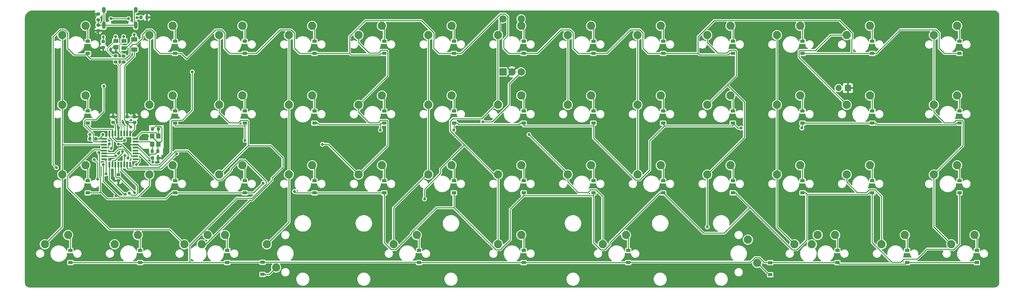
<source format=gbr>
%TF.GenerationSoftware,KiCad,Pcbnew,(5.99.0-11145-g173c9a974c)*%
%TF.CreationDate,2021-07-13T22:54:00-07:00*%
%TF.ProjectId,40r7h0,34307237-6830-42e6-9b69-6361645f7063,rev?*%
%TF.SameCoordinates,Original*%
%TF.FileFunction,Copper,L2,Bot*%
%TF.FilePolarity,Positive*%
%FSLAX46Y46*%
G04 Gerber Fmt 4.6, Leading zero omitted, Abs format (unit mm)*
G04 Created by KiCad (PCBNEW (5.99.0-11145-g173c9a974c)) date 2021-07-13 22:54:00*
%MOMM*%
%LPD*%
G01*
G04 APERTURE LIST*
G04 Aperture macros list*
%AMRoundRect*
0 Rectangle with rounded corners*
0 $1 Rounding radius*
0 $2 $3 $4 $5 $6 $7 $8 $9 X,Y pos of 4 corners*
0 Add a 4 corners polygon primitive as box body*
4,1,4,$2,$3,$4,$5,$6,$7,$8,$9,$2,$3,0*
0 Add four circle primitives for the rounded corners*
1,1,$1+$1,$2,$3*
1,1,$1+$1,$4,$5*
1,1,$1+$1,$6,$7*
1,1,$1+$1,$8,$9*
0 Add four rect primitives between the rounded corners*
20,1,$1+$1,$2,$3,$4,$5,0*
20,1,$1+$1,$4,$5,$6,$7,0*
20,1,$1+$1,$6,$7,$8,$9,0*
20,1,$1+$1,$8,$9,$2,$3,0*%
G04 Aperture macros list end*
%TA.AperFunction,ComponentPad*%
%ADD10C,2.250000*%
%TD*%
%TA.AperFunction,ComponentPad*%
%ADD11R,2.000000X2.000000*%
%TD*%
%TA.AperFunction,ComponentPad*%
%ADD12C,2.000000*%
%TD*%
%TA.AperFunction,ComponentPad*%
%ADD13O,1.000000X1.600000*%
%TD*%
%TA.AperFunction,ComponentPad*%
%ADD14O,1.000000X2.100000*%
%TD*%
%TA.AperFunction,SMDPad,CuDef*%
%ADD15R,1.200000X0.900000*%
%TD*%
%TA.AperFunction,ComponentPad*%
%ADD16R,1.700000X1.700000*%
%TD*%
%TA.AperFunction,ComponentPad*%
%ADD17O,1.700000X1.700000*%
%TD*%
%TA.AperFunction,SMDPad,CuDef*%
%ADD18RoundRect,0.225000X0.225000X0.250000X-0.225000X0.250000X-0.225000X-0.250000X0.225000X-0.250000X0*%
%TD*%
%TA.AperFunction,SMDPad,CuDef*%
%ADD19RoundRect,0.200000X0.275000X-0.200000X0.275000X0.200000X-0.275000X0.200000X-0.275000X-0.200000X0*%
%TD*%
%TA.AperFunction,SMDPad,CuDef*%
%ADD20RoundRect,0.225000X0.250000X-0.225000X0.250000X0.225000X-0.250000X0.225000X-0.250000X-0.225000X0*%
%TD*%
%TA.AperFunction,SMDPad,CuDef*%
%ADD21RoundRect,0.200000X-0.275000X0.200000X-0.275000X-0.200000X0.275000X-0.200000X0.275000X0.200000X0*%
%TD*%
%TA.AperFunction,SMDPad,CuDef*%
%ADD22R,1.600000X0.550000*%
%TD*%
%TA.AperFunction,SMDPad,CuDef*%
%ADD23R,0.550000X1.600000*%
%TD*%
%TA.AperFunction,SMDPad,CuDef*%
%ADD24RoundRect,0.200000X-0.200000X-0.275000X0.200000X-0.275000X0.200000X0.275000X-0.200000X0.275000X0*%
%TD*%
%TA.AperFunction,SMDPad,CuDef*%
%ADD25R,1.200000X1.400000*%
%TD*%
%TA.AperFunction,SMDPad,CuDef*%
%ADD26R,1.400000X1.200000*%
%TD*%
%TA.AperFunction,SMDPad,CuDef*%
%ADD27R,1.400000X1.000000*%
%TD*%
%TA.AperFunction,SMDPad,CuDef*%
%ADD28RoundRect,0.250000X0.625000X-0.375000X0.625000X0.375000X-0.625000X0.375000X-0.625000X-0.375000X0*%
%TD*%
%TA.AperFunction,SMDPad,CuDef*%
%ADD29RoundRect,0.225000X-0.225000X-0.250000X0.225000X-0.250000X0.225000X0.250000X-0.225000X0.250000X0*%
%TD*%
%TA.AperFunction,ViaPad*%
%ADD30C,0.800000*%
%TD*%
%TA.AperFunction,Conductor*%
%ADD31C,0.250000*%
%TD*%
%TA.AperFunction,Conductor*%
%ADD32C,0.200000*%
%TD*%
G04 APERTURE END LIST*
D10*
%TO.P,MX26,1,COL*%
%TO.N,col12*%
X272397600Y-49844200D03*
%TO.P,MX26,2,ROW*%
%TO.N,Net-(D26-Pad2)*%
X278747600Y-47304200D03*
%TD*%
%TO.P,MX45,1,COL*%
%TO.N,col5*%
X124769400Y-87941800D03*
%TO.P,MX45,2,ROW*%
%TO.N,Net-(D45-Pad2)*%
X131119400Y-85401800D03*
%TD*%
%TO.P,MX44,1,COL*%
%TO.N,col2*%
X72385200Y-87941800D03*
%TO.P,MX44,2,ROW*%
%TO.N,Net-(D42-Pad2)*%
X78735200Y-85401800D03*
%TD*%
%TO.P,MX16,1,COL*%
%TO.N,col2*%
X77147400Y-49844200D03*
%TO.P,MX16,2,ROW*%
%TO.N,Net-(D16-Pad2)*%
X83497400Y-47304200D03*
%TD*%
%TO.P,MX48,1,COL*%
%TO.N,col10*%
X234300000Y-87941800D03*
%TO.P,MX48,2,ROW*%
%TO.N,Net-(D50-Pad2)*%
X240650000Y-85401800D03*
%TD*%
%TO.P,MX50,1,COL*%
%TO.N,col10*%
X239062200Y-87941800D03*
%TO.P,MX50,2,ROW*%
%TO.N,Net-(D50-Pad2)*%
X245412200Y-85401800D03*
%TD*%
%TO.P,MX35,1,COL*%
%TO.N,col8*%
X191440200Y-68893000D03*
%TO.P,MX35,2,ROW*%
%TO.N,Net-(D35-Pad2)*%
X197790200Y-66353000D03*
%TD*%
%TO.P,MX20,1,COL*%
%TO.N,col6*%
X153342600Y-49844200D03*
%TO.P,MX20,2,ROW*%
%TO.N,Net-(D20-Pad2)*%
X159692600Y-47304200D03*
%TD*%
%TO.P,MX7,1,COL*%
%TO.N,col6*%
X153342600Y-30795400D03*
%TO.P,MX7,2,ROW*%
%TO.N,Net-(D7-Pad2)*%
X159692600Y-28255400D03*
%TD*%
%TO.P,MX8,1,COL*%
%TO.N,col7*%
X172391400Y-30795400D03*
%TO.P,MX8,2,ROW*%
%TO.N,Net-(D8-Pad2)*%
X178741400Y-28255400D03*
%TD*%
%TO.P,MX2,1,COL*%
%TO.N,col1*%
X58098600Y-30795400D03*
%TO.P,MX2,2,ROW*%
%TO.N,Net-(D2-Pad2)*%
X64448600Y-28255400D03*
%TD*%
%TO.P,MX15,1,COL*%
%TO.N,col1*%
X58098600Y-49844200D03*
%TO.P,MX15,2,ROW*%
%TO.N,Net-(D15-Pad2)*%
X64448600Y-47304200D03*
%TD*%
D11*
%TO.P,SW2,A,A*%
%TO.N,enca*%
X154652600Y-40835400D03*
D12*
%TO.P,SW2,B,B*%
%TO.N,encb*%
X159652600Y-40835400D03*
%TO.P,SW2,C,C*%
%TO.N,GND*%
X157152600Y-40835400D03*
%TO.P,SW2,S1,S1*%
%TO.N,Net-(D7-Pad2)*%
X159652600Y-26335400D03*
%TO.P,SW2,S2,S2*%
%TO.N,col6*%
X154652600Y-26335400D03*
%TD*%
D10*
%TO.P,MX19,1,COL*%
%TO.N,col5*%
X134293800Y-49844200D03*
%TO.P,MX19,2,ROW*%
%TO.N,Net-(D19-Pad2)*%
X140643800Y-47304200D03*
%TD*%
%TO.P,MX24,1,COL*%
%TO.N,col10*%
X229537800Y-49844200D03*
%TO.P,MX24,2,ROW*%
%TO.N,Net-(D24-Pad2)*%
X235887800Y-47304200D03*
%TD*%
%TO.P,MX14,1,COL*%
%TO.N,col0*%
X34287600Y-49844200D03*
%TO.P,MX14,2,ROW*%
%TO.N,Net-(D14-Pad2)*%
X40637600Y-47304200D03*
%TD*%
%TO.P,MX12,1,COL*%
%TO.N,col11*%
X248586600Y-30795400D03*
%TO.P,MX12,2,ROW*%
%TO.N,Net-(D12-Pad2)*%
X254936600Y-28255400D03*
%TD*%
%TO.P,MX29,1,COL*%
%TO.N,col2*%
X77147400Y-68893000D03*
%TO.P,MX29,2,ROW*%
%TO.N,Net-(D29-Pad2)*%
X83497400Y-66353000D03*
%TD*%
%TO.P,MX28,1,COL*%
%TO.N,col1*%
X58098600Y-68893000D03*
%TO.P,MX28,2,ROW*%
%TO.N,Net-(D28-Pad2)*%
X64448600Y-66353000D03*
%TD*%
%TO.P,MX13,1,COL*%
%TO.N,col12*%
X272397600Y-30795400D03*
%TO.P,MX13,2,ROW*%
%TO.N,Net-(D13-Pad2)*%
X278747600Y-28255400D03*
%TD*%
%TO.P,MX22,1,COL*%
%TO.N,col8*%
X191440200Y-49844200D03*
%TO.P,MX22,2,ROW*%
%TO.N,Net-(D22-Pad2)*%
X197790200Y-47304200D03*
%TD*%
%TO.P,MX38,1,COL*%
%TO.N,col11*%
X248586600Y-68893000D03*
%TO.P,MX38,2,ROW*%
%TO.N,Net-(D38-Pad2)*%
X254936600Y-66353000D03*
%TD*%
%TO.P,MX5,1,COL*%
%TO.N,col4*%
X115245000Y-30795400D03*
%TO.P,MX5,2,ROW*%
%TO.N,Net-(D5-Pad2)*%
X121595000Y-28255400D03*
%TD*%
%TO.P,MX9,1,COL*%
%TO.N,col8*%
X191440200Y-30795400D03*
%TO.P,MX9,2,ROW*%
%TO.N,Net-(D9-Pad2)*%
X197790200Y-28255400D03*
%TD*%
%TO.P,MX18,1,COL*%
%TO.N,col4*%
X115245000Y-49844200D03*
%TO.P,MX18,2,ROW*%
%TO.N,Net-(D18-Pad2)*%
X121595000Y-47304200D03*
%TD*%
%TO.P,MX34,1,COL*%
%TO.N,col7*%
X172391400Y-68893000D03*
%TO.P,MX34,2,ROW*%
%TO.N,Net-(D34-Pad2)*%
X178741400Y-66353000D03*
%TD*%
%TO.P,MX10,1,COL*%
%TO.N,col9*%
X210489000Y-30795400D03*
%TO.P,MX10,2,ROW*%
%TO.N,Net-(D10-Pad2)*%
X216839000Y-28255400D03*
%TD*%
%TO.P,MX27,1,COL*%
%TO.N,col0*%
X34287600Y-68893000D03*
%TO.P,MX27,2,ROW*%
%TO.N,Net-(D27-Pad2)*%
X40637600Y-66353000D03*
%TD*%
%TO.P,MX52,1,COL*%
%TO.N,col12*%
X277159800Y-87941800D03*
%TO.P,MX52,2,ROW*%
%TO.N,Net-(D52-Pad2)*%
X283509800Y-85401800D03*
%TD*%
%TO.P,MX39,1,COL*%
%TO.N,col12*%
X272397600Y-68893000D03*
%TO.P,MX39,2,ROW*%
%TO.N,Net-(D39-Pad2)*%
X278747600Y-66353000D03*
%TD*%
%TO.P,MX32,1,COL*%
%TO.N,col5*%
X134293800Y-68893000D03*
%TO.P,MX32,2,ROW*%
%TO.N,Net-(D32-Pad2)*%
X140643800Y-66353000D03*
%TD*%
%TO.P,MX42,1,COL*%
%TO.N,col2*%
X67623000Y-87941800D03*
%TO.P,MX42,2,ROW*%
%TO.N,Net-(D42-Pad2)*%
X73973000Y-85401800D03*
%TD*%
%TO.P,MX30,1,COL*%
%TO.N,col3*%
X96196200Y-68893000D03*
%TO.P,MX30,2,ROW*%
%TO.N,Net-(D30-Pad2)*%
X102546200Y-66353000D03*
%TD*%
%TO.P,MX3,1,COL*%
%TO.N,col2*%
X77147400Y-30795400D03*
%TO.P,MX3,2,ROW*%
%TO.N,Net-(D3-Pad2)*%
X83497400Y-28255400D03*
%TD*%
%TO.P,MX21,1,COL*%
%TO.N,col7*%
X172391400Y-49844200D03*
%TO.P,MX21,2,ROW*%
%TO.N,Net-(D21-Pad2)*%
X178741400Y-47304200D03*
%TD*%
%TO.P,MX11,1,COL*%
%TO.N,col10*%
X229537800Y-30795400D03*
%TO.P,MX11,2,ROW*%
%TO.N,Net-(D11-Pad2)*%
X235887800Y-28255400D03*
%TD*%
%TO.P,MX1,1,COL*%
%TO.N,col0*%
X34287600Y-30795400D03*
%TO.P,MX1,2,ROW*%
%TO.N,Net-(D1-Pad2)*%
X40637600Y-28255400D03*
%TD*%
%TO.P,MX17,1,COL*%
%TO.N,col3*%
X96196200Y-49844200D03*
%TO.P,MX17,2,ROW*%
%TO.N,Net-(D17-Pad2)*%
X102546200Y-47304200D03*
%TD*%
%TO.P,MX37,1,COL*%
%TO.N,col10*%
X229537800Y-68893000D03*
%TO.P,MX37,2,ROW*%
%TO.N,Net-(D37-Pad2)*%
X235887800Y-66353000D03*
%TD*%
%TO.P,MX46,1,COL*%
%TO.N,col6*%
X153342600Y-87941800D03*
%TO.P,MX46,2,ROW*%
%TO.N,Net-(D46-Pad2)*%
X159692600Y-85401800D03*
%TD*%
%TO.P,MX49,1,COL*%
%TO.N,col9*%
X221601200Y-86671800D03*
%TO.P,MX49,2,ROW*%
%TO.N,Net-(D49-Pad2)*%
X224141200Y-93021800D03*
%TD*%
%TO.P,MX43,1,COL*%
%TO.N,col3*%
X90164000Y-87941800D03*
%TO.P,MX43,2,ROW*%
%TO.N,Net-(D43-Pad2)*%
X92704000Y-94291800D03*
%TD*%
%TO.P,MX47,1,COL*%
%TO.N,col7*%
X181915800Y-87941800D03*
%TO.P,MX47,2,ROW*%
%TO.N,Net-(D47-Pad2)*%
X188265800Y-85401800D03*
%TD*%
%TO.P,MX25,1,COL*%
%TO.N,col11*%
X248586600Y-49844200D03*
%TO.P,MX25,2,ROW*%
%TO.N,Net-(D25-Pad2)*%
X254936600Y-47304200D03*
%TD*%
%TO.P,MX41,1,COL*%
%TO.N,col1*%
X48574200Y-87941800D03*
%TO.P,MX41,2,ROW*%
%TO.N,Net-(D41-Pad2)*%
X54924200Y-85401800D03*
%TD*%
%TO.P,MX31,1,COL*%
%TO.N,col4*%
X115245000Y-68893000D03*
%TO.P,MX31,2,ROW*%
%TO.N,Net-(D31-Pad2)*%
X121595000Y-66353000D03*
%TD*%
%TO.P,MX6,1,COL*%
%TO.N,col5*%
X134293800Y-30795400D03*
%TO.P,MX6,2,ROW*%
%TO.N,Net-(D6-Pad2)*%
X140643800Y-28255400D03*
%TD*%
%TO.P,MX23,1,COL*%
%TO.N,col9*%
X210489000Y-49844200D03*
%TO.P,MX23,2,ROW*%
%TO.N,Net-(D23-Pad2)*%
X216839000Y-47304200D03*
%TD*%
%TO.P,MX51,1,COL*%
%TO.N,col11*%
X258111000Y-87941800D03*
%TO.P,MX51,2,ROW*%
%TO.N,Net-(D51-Pad2)*%
X264461000Y-85401800D03*
%TD*%
%TO.P,MX36,1,COL*%
%TO.N,col9*%
X210489000Y-68893000D03*
%TO.P,MX36,2,ROW*%
%TO.N,Net-(D36-Pad2)*%
X216839000Y-66353000D03*
%TD*%
D13*
%TO.P,USB1,13,SHIELD*%
%TO.N,Net-(C1-Pad2)*%
X54323100Y-23913400D03*
D14*
X45683100Y-28093400D03*
X54323100Y-28093400D03*
D13*
X45683100Y-23913400D03*
%TD*%
D10*
%TO.P,MX4,1,COL*%
%TO.N,col3*%
X96196200Y-30795400D03*
%TO.P,MX4,2,ROW*%
%TO.N,Net-(D4-Pad2)*%
X102546200Y-28255400D03*
%TD*%
%TO.P,MX40,1,COL*%
%TO.N,col0*%
X29525400Y-87941800D03*
%TO.P,MX40,2,ROW*%
%TO.N,Net-(D40-Pad2)*%
X35875400Y-85401800D03*
%TD*%
%TO.P,MX33,1,COL*%
%TO.N,col6*%
X153342600Y-68893000D03*
%TO.P,MX33,2,ROW*%
%TO.N,Net-(D33-Pad2)*%
X159692600Y-66353000D03*
%TD*%
D15*
%TO.P,D33,1,K*%
%TO.N,row2*%
X160327400Y-73876700D03*
%TO.P,D33,2,A*%
%TO.N,Net-(D33-Pad2)*%
X160327400Y-70576700D03*
%TD*%
%TO.P,D40,1,K*%
%TO.N,row3*%
X36510200Y-92925500D03*
%TO.P,D40,2,A*%
%TO.N,Net-(D40-Pad2)*%
X36510200Y-89625500D03*
%TD*%
%TO.P,D13,1,K*%
%TO.N,row0*%
X279382400Y-35779100D03*
%TO.P,D13,2,A*%
%TO.N,Net-(D13-Pad2)*%
X279382400Y-32479100D03*
%TD*%
%TO.P,D17,1,K*%
%TO.N,row1*%
X103181000Y-54827900D03*
%TO.P,D17,2,A*%
%TO.N,Net-(D17-Pad2)*%
X103181000Y-51527900D03*
%TD*%
%TO.P,D32,1,K*%
%TO.N,row2*%
X141278600Y-73876700D03*
%TO.P,D32,2,A*%
%TO.N,Net-(D32-Pad2)*%
X141278600Y-70576700D03*
%TD*%
%TO.P,D52,1,K*%
%TO.N,row3*%
X284144600Y-92925500D03*
%TO.P,D52,2,A*%
%TO.N,Net-(D52-Pad2)*%
X284144600Y-89625500D03*
%TD*%
D16*
%TO.P,SW1,1,1*%
%TO.N,GND*%
X248909400Y-45240900D03*
D17*
%TO.P,SW1,2,2*%
%TO.N,Net-(R1-Pad2)*%
X246369400Y-45240900D03*
%TD*%
D18*
%TO.P,C4,1*%
%TO.N,GND*%
X60375000Y-62500000D03*
%TO.P,C4,2*%
%TO.N,Net-(C4-Pad2)*%
X58825000Y-62500000D03*
%TD*%
D15*
%TO.P,D14,1,K*%
%TO.N,row1*%
X41272400Y-54827900D03*
%TO.P,D14,2,A*%
%TO.N,Net-(D14-Pad2)*%
X41272400Y-51527900D03*
%TD*%
D19*
%TO.P,R3,1*%
%TO.N,DP-*%
X51100000Y-38128900D03*
%TO.P,R3,2*%
%TO.N,D-*%
X51100000Y-36478900D03*
%TD*%
D15*
%TO.P,D28,1,K*%
%TO.N,row2*%
X65083400Y-73876700D03*
%TO.P,D28,2,A*%
%TO.N,Net-(D28-Pad2)*%
X65083400Y-70576700D03*
%TD*%
D20*
%TO.P,C3,1*%
%TO.N,Net-(C3-Pad1)*%
X48200000Y-54675000D03*
%TO.P,C3,2*%
%TO.N,GND*%
X48200000Y-53125000D03*
%TD*%
D15*
%TO.P,D30,1,K*%
%TO.N,row2*%
X103181000Y-73876700D03*
%TO.P,D30,2,A*%
%TO.N,Net-(D30-Pad2)*%
X103181000Y-70576700D03*
%TD*%
D21*
%TO.P,R6,1*%
%TO.N,Net-(R6-Pad1)*%
X45450000Y-32510400D03*
%TO.P,R6,2*%
%TO.N,GND*%
X45450000Y-34160400D03*
%TD*%
D15*
%TO.P,D42,1,K*%
%TO.N,row3*%
X79370000Y-92925500D03*
%TO.P,D42,2,A*%
%TO.N,Net-(D42-Pad2)*%
X79370000Y-89625500D03*
%TD*%
%TO.P,D9,1,K*%
%TO.N,row0*%
X198425000Y-35779100D03*
%TO.P,D9,2,A*%
%TO.N,Net-(D9-Pad2)*%
X198425000Y-32479100D03*
%TD*%
%TO.P,D37,1,K*%
%TO.N,row2*%
X236522600Y-73876700D03*
%TO.P,D37,2,A*%
%TO.N,Net-(D37-Pad2)*%
X236522600Y-70576700D03*
%TD*%
D22*
%TO.P,U1,1,XTAL1*%
%TO.N,Net-(C2-Pad1)*%
X54253100Y-59108600D03*
%TO.P,U1,2,PC0/XTAL2*%
%TO.N,Net-(C4-Pad2)*%
X54253100Y-59908600D03*
%TO.P,U1,3,GND*%
%TO.N,GND*%
X54253100Y-60708600D03*
%TO.P,U1,4,VCC*%
%TO.N,+5V*%
X54253100Y-61508600D03*
%TO.P,U1,5,PC2*%
%TO.N,unconnected-(U1-Pad5)*%
X54253100Y-62308600D03*
%TO.P,U1,6,PD0*%
%TO.N,enca*%
X54253100Y-63108600D03*
%TO.P,U1,7,PD1*%
%TO.N,encb*%
X54253100Y-63908600D03*
%TO.P,U1,8,PD2*%
%TO.N,row0*%
X54253100Y-64708600D03*
D23*
%TO.P,U1,9,PD3*%
%TO.N,row3*%
X52803100Y-66158600D03*
%TO.P,U1,10,PD4*%
%TO.N,col12*%
X52003100Y-66158600D03*
%TO.P,U1,11,PD5*%
%TO.N,col10*%
X51203100Y-66158600D03*
%TO.P,U1,12,PD6*%
%TO.N,col9*%
X50403100Y-66158600D03*
%TO.P,U1,13,~HWB~/PD7*%
%TO.N,Net-(R4-Pad2)*%
X49603100Y-66158600D03*
%TO.P,U1,14,PB0*%
%TO.N,col8*%
X48803100Y-66158600D03*
%TO.P,U1,15,PB1*%
%TO.N,col7*%
X48003100Y-66158600D03*
%TO.P,U1,16,PB2*%
%TO.N,col6*%
X47203100Y-66158600D03*
D22*
%TO.P,U1,17,PB3*%
%TO.N,col5*%
X45753100Y-64708600D03*
%TO.P,U1,18,PB4*%
%TO.N,col4*%
X45753100Y-63908600D03*
%TO.P,U1,19,PB5*%
%TO.N,col3*%
X45753100Y-63108600D03*
%TO.P,U1,20,PB6*%
%TO.N,col2*%
X45753100Y-62308600D03*
%TO.P,U1,21,PB7*%
%TO.N,col1*%
X45753100Y-61508600D03*
%TO.P,U1,22,PC7*%
%TO.N,col0*%
X45753100Y-60708600D03*
%TO.P,U1,23,PC6*%
%TO.N,col11*%
X45753100Y-59908600D03*
%TO.P,U1,24,PC1/~RESET*%
%TO.N,Net-(R1-Pad2)*%
X45753100Y-59108600D03*
D23*
%TO.P,U1,25,PC5*%
%TO.N,row2*%
X47203100Y-57658600D03*
%TO.P,U1,26,PC4*%
%TO.N,row1*%
X48003100Y-57658600D03*
%TO.P,U1,27,UCAP*%
%TO.N,Net-(C3-Pad1)*%
X48803100Y-57658600D03*
%TO.P,U1,28,UGND*%
%TO.N,GND*%
X49603100Y-57658600D03*
%TO.P,U1,29,D+*%
%TO.N,DP+*%
X50403100Y-57658600D03*
%TO.P,U1,30,D-*%
%TO.N,DP-*%
X51203100Y-57658600D03*
%TO.P,U1,31,UVCC*%
%TO.N,+5V*%
X52003100Y-57658600D03*
%TO.P,U1,32,AVCC*%
X52803100Y-57658600D03*
%TD*%
D15*
%TO.P,D10,1,K*%
%TO.N,row0*%
X217473800Y-35779100D03*
%TO.P,D10,2,A*%
%TO.N,Net-(D10-Pad2)*%
X217473800Y-32479100D03*
%TD*%
%TO.P,D2,1,K*%
%TO.N,row0*%
X65083400Y-35779100D03*
%TO.P,D2,2,A*%
%TO.N,Net-(D2-Pad2)*%
X65083400Y-32479100D03*
%TD*%
%TO.P,D46,1,K*%
%TO.N,row3*%
X160327400Y-92925500D03*
%TO.P,D46,2,A*%
%TO.N,Net-(D46-Pad2)*%
X160327400Y-89625500D03*
%TD*%
%TO.P,D4,1,K*%
%TO.N,row0*%
X103181000Y-35779100D03*
%TO.P,D4,2,A*%
%TO.N,Net-(D4-Pad2)*%
X103181000Y-32479100D03*
%TD*%
D24*
%TO.P,R5,1*%
%TO.N,Net-(R5-Pad1)*%
X55775000Y-25950000D03*
%TO.P,R5,2*%
%TO.N,GND*%
X57425000Y-25950000D03*
%TD*%
D15*
%TO.P,D15,1,K*%
%TO.N,row1*%
X65083400Y-54827900D03*
%TO.P,D15,2,A*%
%TO.N,Net-(D15-Pad2)*%
X65083400Y-51527900D03*
%TD*%
%TO.P,D31,1,K*%
%TO.N,row2*%
X122229800Y-73876700D03*
%TO.P,D31,2,A*%
%TO.N,Net-(D31-Pad2)*%
X122229800Y-70576700D03*
%TD*%
D19*
%TO.P,R2,1*%
%TO.N,DP+*%
X48900000Y-38125000D03*
%TO.P,R2,2*%
%TO.N,D+*%
X48900000Y-36475000D03*
%TD*%
D20*
%TO.P,C7,1*%
%TO.N,+5V*%
X52000000Y-54675000D03*
%TO.P,C7,2*%
%TO.N,GND*%
X52000000Y-53125000D03*
%TD*%
D15*
%TO.P,D26,1,K*%
%TO.N,row1*%
X279382400Y-54827900D03*
%TO.P,D26,2,A*%
%TO.N,Net-(D26-Pad2)*%
X279382400Y-51527900D03*
%TD*%
%TO.P,D38,1,K*%
%TO.N,row2*%
X255571400Y-73876700D03*
%TO.P,D38,2,A*%
%TO.N,Net-(D38-Pad2)*%
X255571400Y-70576700D03*
%TD*%
D25*
%TO.P,Y1,1,1*%
%TO.N,Net-(C2-Pad1)*%
X60550000Y-58400000D03*
%TO.P,Y1,2,2*%
%TO.N,GND*%
X60550000Y-60600000D03*
%TO.P,Y1,3,3*%
%TO.N,Net-(C4-Pad2)*%
X58850000Y-60600000D03*
%TO.P,Y1,4,4*%
%TO.N,GND*%
X58850000Y-58400000D03*
%TD*%
D20*
%TO.P,C1,1*%
%TO.N,GND*%
X44100000Y-29575000D03*
%TO.P,C1,2*%
%TO.N,Net-(C1-Pad2)*%
X44100000Y-28025000D03*
%TD*%
D15*
%TO.P,D49,1,K*%
%TO.N,row3*%
X227700000Y-92950000D03*
%TO.P,D49,2,A*%
%TO.N,Net-(D49-Pad2)*%
X227700000Y-96250000D03*
%TD*%
%TO.P,D36,1,K*%
%TO.N,row2*%
X217473800Y-73876700D03*
%TO.P,D36,2,A*%
%TO.N,Net-(D36-Pad2)*%
X217473800Y-70576700D03*
%TD*%
%TO.P,D11,1,K*%
%TO.N,row0*%
X236522600Y-35779100D03*
%TO.P,D11,2,A*%
%TO.N,Net-(D11-Pad2)*%
X236522600Y-32479100D03*
%TD*%
%TO.P,D25,1,K*%
%TO.N,row1*%
X255571400Y-54827900D03*
%TO.P,D25,2,A*%
%TO.N,Net-(D25-Pad2)*%
X255571400Y-51527900D03*
%TD*%
%TO.P,D21,1,K*%
%TO.N,row1*%
X179376200Y-54827900D03*
%TO.P,D21,2,A*%
%TO.N,Net-(D21-Pad2)*%
X179376200Y-51527900D03*
%TD*%
D18*
%TO.P,C2,1*%
%TO.N,Net-(C2-Pad1)*%
X60525000Y-56450000D03*
%TO.P,C2,2*%
%TO.N,GND*%
X58975000Y-56450000D03*
%TD*%
D15*
%TO.P,D8,1,K*%
%TO.N,row0*%
X179376200Y-35779100D03*
%TO.P,D8,2,A*%
%TO.N,Net-(D8-Pad2)*%
X179376200Y-32479100D03*
%TD*%
%TO.P,D18,1,K*%
%TO.N,row1*%
X122229800Y-54827900D03*
%TO.P,D18,2,A*%
%TO.N,Net-(D18-Pad2)*%
X122229800Y-51527900D03*
%TD*%
%TO.P,D3,1,K*%
%TO.N,row0*%
X84132200Y-35779100D03*
%TO.P,D3,2,A*%
%TO.N,Net-(D3-Pad2)*%
X84132200Y-32479100D03*
%TD*%
%TO.P,D12,1,K*%
%TO.N,row0*%
X255571400Y-35779100D03*
%TO.P,D12,2,A*%
%TO.N,Net-(D12-Pad2)*%
X255571400Y-32479100D03*
%TD*%
%TO.P,D7,1,K*%
%TO.N,row0*%
X160327400Y-35779100D03*
%TO.P,D7,2,A*%
%TO.N,Net-(D7-Pad2)*%
X160327400Y-32479100D03*
%TD*%
%TO.P,D20,1,K*%
%TO.N,row1*%
X160327400Y-54827900D03*
%TO.P,D20,2,A*%
%TO.N,Net-(D20-Pad2)*%
X160327400Y-51527900D03*
%TD*%
%TO.P,D6,1,K*%
%TO.N,row0*%
X141278600Y-35779100D03*
%TO.P,D6,2,A*%
%TO.N,Net-(D6-Pad2)*%
X141278600Y-32479100D03*
%TD*%
%TO.P,D51,1,K*%
%TO.N,row3*%
X265095800Y-92925500D03*
%TO.P,D51,2,A*%
%TO.N,Net-(D51-Pad2)*%
X265095800Y-89625500D03*
%TD*%
%TO.P,D50,1,K*%
%TO.N,row3*%
X246047000Y-92925500D03*
%TO.P,D50,2,A*%
%TO.N,Net-(D50-Pad2)*%
X246047000Y-89625500D03*
%TD*%
%TO.P,D34,1,K*%
%TO.N,row2*%
X179376200Y-73876700D03*
%TO.P,D34,2,A*%
%TO.N,Net-(D34-Pad2)*%
X179376200Y-70576700D03*
%TD*%
%TO.P,D45,1,K*%
%TO.N,row3*%
X131754200Y-92925500D03*
%TO.P,D45,2,A*%
%TO.N,Net-(D45-Pad2)*%
X131754200Y-89625500D03*
%TD*%
D24*
%TO.P,R1,1*%
%TO.N,+5V*%
X41825000Y-59100000D03*
%TO.P,R1,2*%
%TO.N,Net-(R1-Pad2)*%
X43475000Y-59100000D03*
%TD*%
D26*
%TO.P,U2,1,GND*%
%TO.N,GND*%
X48903100Y-34105400D03*
D27*
%TO.P,U2,2,I/O1*%
%TO.N,D+*%
X48903100Y-32385400D03*
%TO.P,U2,3,I/O2*%
%TO.N,D-*%
X51103100Y-32385400D03*
%TO.P,U2,4,VCC*%
%TO.N,VCC*%
X51103100Y-34285400D03*
%TD*%
D15*
%TO.P,D16,1,K*%
%TO.N,row1*%
X84132200Y-54827900D03*
%TO.P,D16,2,A*%
%TO.N,Net-(D16-Pad2)*%
X84132200Y-51527900D03*
%TD*%
%TO.P,D22,1,K*%
%TO.N,row1*%
X198425000Y-54827900D03*
%TO.P,D22,2,A*%
%TO.N,Net-(D22-Pad2)*%
X198425000Y-51527900D03*
%TD*%
%TO.P,D41,1,K*%
%TO.N,row3*%
X55559000Y-92925500D03*
%TO.P,D41,2,A*%
%TO.N,Net-(D41-Pad2)*%
X55559000Y-89625500D03*
%TD*%
%TO.P,D35,1,K*%
%TO.N,row2*%
X198425000Y-73876700D03*
%TO.P,D35,2,A*%
%TO.N,Net-(D35-Pad2)*%
X198425000Y-70576700D03*
%TD*%
%TO.P,D47,1,K*%
%TO.N,row3*%
X188900600Y-92925500D03*
%TO.P,D47,2,A*%
%TO.N,Net-(D47-Pad2)*%
X188900600Y-89625500D03*
%TD*%
%TO.P,D29,1,K*%
%TO.N,row2*%
X84132200Y-73876700D03*
%TO.P,D29,2,A*%
%TO.N,Net-(D29-Pad2)*%
X84132200Y-70576700D03*
%TD*%
%TO.P,D19,1,K*%
%TO.N,row1*%
X141278600Y-54827900D03*
%TO.P,D19,2,A*%
%TO.N,Net-(D19-Pad2)*%
X141278600Y-51527900D03*
%TD*%
D28*
%TO.P,F1,1*%
%TO.N,+5V*%
X53971600Y-34735400D03*
%TO.P,F1,2*%
%TO.N,VCC*%
X53971600Y-31935400D03*
%TD*%
D15*
%TO.P,D23,1,K*%
%TO.N,row1*%
X217473800Y-54827900D03*
%TO.P,D23,2,A*%
%TO.N,Net-(D23-Pad2)*%
X217473800Y-51527900D03*
%TD*%
%TO.P,D5,1,K*%
%TO.N,row0*%
X122229800Y-35779100D03*
%TO.P,D5,2,A*%
%TO.N,Net-(D5-Pad2)*%
X122229800Y-32479100D03*
%TD*%
%TO.P,D39,1,K*%
%TO.N,row2*%
X279382400Y-73876700D03*
%TO.P,D39,2,A*%
%TO.N,Net-(D39-Pad2)*%
X279382400Y-70576700D03*
%TD*%
D19*
%TO.P,R7,1*%
%TO.N,Net-(C1-Pad2)*%
X44100000Y-26625000D03*
%TO.P,R7,2*%
%TO.N,GND*%
X44100000Y-24975000D03*
%TD*%
D15*
%TO.P,D27,1,K*%
%TO.N,row2*%
X41272400Y-73876700D03*
%TO.P,D27,2,A*%
%TO.N,Net-(D27-Pad2)*%
X41272400Y-70576700D03*
%TD*%
%TO.P,D24,1,K*%
%TO.N,row1*%
X236522600Y-54827900D03*
%TO.P,D24,2,A*%
%TO.N,Net-(D24-Pad2)*%
X236522600Y-51527900D03*
%TD*%
%TO.P,D43,1,K*%
%TO.N,row3*%
X89000000Y-92850000D03*
%TO.P,D43,2,A*%
%TO.N,Net-(D43-Pad2)*%
X89000000Y-96150000D03*
%TD*%
D29*
%TO.P,C6,1*%
%TO.N,+5V*%
X58925000Y-64350000D03*
%TO.P,C6,2*%
%TO.N,GND*%
X60475000Y-64350000D03*
%TD*%
D15*
%TO.P,D1,1,K*%
%TO.N,row0*%
X41272400Y-35779100D03*
%TO.P,D1,2,A*%
%TO.N,Net-(D1-Pad2)*%
X41272400Y-32479100D03*
%TD*%
D19*
%TO.P,R4,1*%
%TO.N,GND*%
X49600000Y-70575000D03*
%TO.P,R4,2*%
%TO.N,Net-(R4-Pad2)*%
X49600000Y-68925000D03*
%TD*%
D20*
%TO.P,C5,1*%
%TO.N,+5V*%
X54050000Y-54675000D03*
%TO.P,C5,2*%
%TO.N,GND*%
X54050000Y-53125000D03*
%TD*%
D30*
%TO.N,GND*%
X47500000Y-34700000D03*
X49603100Y-59078700D03*
X43023700Y-25475700D03*
X43275900Y-30399100D03*
X55900000Y-29100000D03*
X49600000Y-71620700D03*
X53586500Y-52050000D03*
X57425000Y-24868300D03*
X47700000Y-49700000D03*
X44354200Y-34486700D03*
X60475000Y-65440800D03*
X79400000Y-61300000D03*
X52408600Y-60708600D03*
%TO.N,+5V*%
X41800000Y-57900000D03*
X59000000Y-65500000D03*
X53000000Y-55900000D03*
%TO.N,row0*%
X32667400Y-66995100D03*
X43018700Y-64821000D03*
X54511800Y-66175900D03*
X43971200Y-70096700D03*
%TO.N,row1*%
X84197300Y-59509600D03*
X236318200Y-56178300D03*
X51280000Y-59509600D03*
X141252700Y-56714400D03*
X121202800Y-56714400D03*
X219697800Y-56178300D03*
%TO.N,row2*%
X97721000Y-73509300D03*
X89190300Y-71210700D03*
X44290600Y-62833600D03*
X47632800Y-61775600D03*
%TO.N,VCC*%
X53950000Y-30700000D03*
X52400000Y-26300000D03*
X47600000Y-26300000D03*
%TO.N,col1*%
X47187100Y-60494700D03*
X48959900Y-74735100D03*
X45465400Y-66188600D03*
%TO.N,col3*%
X52226000Y-64415700D03*
%TO.N,col4*%
X105370700Y-60636100D03*
X48889800Y-63795300D03*
%TO.N,col5*%
X46218200Y-68686300D03*
%TO.N,col6*%
X51460700Y-74292200D03*
X133254500Y-75544200D03*
%TO.N,col7*%
X50696000Y-62626100D03*
X161791200Y-57977200D03*
%TO.N,col8*%
X53991100Y-73829700D03*
%TO.N,col9*%
X52615100Y-73908700D03*
X210489000Y-83179600D03*
%TO.N,col10*%
X51398500Y-63689900D03*
%TO.N,col11*%
X45619700Y-44718900D03*
%TO.N,col12*%
X65536700Y-63158000D03*
%TO.N,Net-(R1-Pad2)*%
X45366600Y-57935900D03*
%TO.N,D+*%
X48900000Y-31200000D03*
%TO.N,D-*%
X51050000Y-31200000D03*
%TO.N,Net-(R5-Pad1)*%
X54700000Y-26000000D03*
%TO.N,Net-(R6-Pad1)*%
X45500000Y-31300000D03*
%TO.N,encb*%
X149188100Y-54485600D03*
X49647500Y-60541500D03*
%TO.N,enca*%
X69813200Y-40835400D03*
%TD*%
D31*
%TO.N,GND*%
X48903100Y-34105400D02*
X48094600Y-34105400D01*
X43023700Y-25475700D02*
X43599300Y-25475700D01*
X52408600Y-60708600D02*
X52300000Y-60600000D01*
X49603100Y-57658600D02*
X49603100Y-56584900D01*
X58850000Y-58400000D02*
X58850000Y-58650000D01*
X49252600Y-54177600D02*
X48200000Y-53125000D01*
X43599300Y-25475700D02*
X44100000Y-24975000D01*
X55900000Y-29100000D02*
X57425000Y-27575000D01*
X44354200Y-34486700D02*
X45123700Y-34486700D01*
X52000000Y-53125000D02*
X53586500Y-53125000D01*
X48094600Y-34105400D02*
X47500000Y-34700000D01*
X49600000Y-71620700D02*
X49600000Y-70575000D01*
X55008600Y-60708600D02*
X54253100Y-60708600D01*
X60375000Y-62500000D02*
X60375000Y-60775000D01*
X57425000Y-27575000D02*
X57425000Y-25950000D01*
X60984700Y-55650500D02*
X61500000Y-56165800D01*
X61500000Y-56165800D02*
X61500000Y-59650000D01*
X58975000Y-56450000D02*
X59774500Y-55650500D01*
X59774500Y-55650500D02*
X60984700Y-55650500D01*
X58850000Y-58650000D02*
X60550000Y-60350000D01*
X54253100Y-60708600D02*
X52408600Y-60708600D01*
X60375000Y-62500000D02*
X59575500Y-63299500D01*
X44100000Y-29575000D02*
X43275900Y-30399100D01*
X60375000Y-60775000D02*
X60550000Y-60600000D01*
X61500000Y-59650000D02*
X60550000Y-60600000D01*
X60550000Y-60350000D02*
X60550000Y-60600000D01*
X49603100Y-56584900D02*
X49252600Y-56234500D01*
X53586500Y-53125000D02*
X54050000Y-53125000D01*
X53586500Y-52050000D02*
X53586500Y-53125000D01*
X57599500Y-63299500D02*
X55008600Y-60708600D01*
X57425000Y-25950000D02*
X57425000Y-24868300D01*
X59575500Y-63299500D02*
X57599500Y-63299500D01*
X45123700Y-34486700D02*
X45450000Y-34160400D01*
X60475000Y-64350000D02*
X60475000Y-65440800D01*
X49252600Y-56234500D02*
X49252600Y-54177600D01*
X49603100Y-59078700D02*
X49603100Y-57658600D01*
%TO.N,Net-(C1-Pad2)*%
X54323100Y-28093400D02*
X53975500Y-27745800D01*
X53975500Y-27745800D02*
X53975500Y-24283600D01*
X45683100Y-28093400D02*
X45683100Y-23936000D01*
X45683100Y-28093400D02*
X44168400Y-28093400D01*
X53975500Y-24283600D02*
X54323100Y-23936000D01*
X44168400Y-28093400D02*
X44100000Y-28025000D01*
X44100000Y-26625000D02*
X44100000Y-28025000D01*
X45683100Y-28093400D02*
X54323100Y-28093400D01*
%TO.N,Net-(C2-Pad1)*%
X55986200Y-57375500D02*
X54253100Y-59108600D01*
X60550000Y-58400000D02*
X60550000Y-58151000D01*
X60550000Y-58151000D02*
X59774500Y-57375500D01*
X60550000Y-58400000D02*
X60550000Y-56475000D01*
X59774500Y-57375500D02*
X55986200Y-57375500D01*
X60550000Y-56475000D02*
X60525000Y-56450000D01*
%TO.N,Net-(C3-Pad1)*%
X48803100Y-55278100D02*
X48200000Y-54675000D01*
X48803100Y-57658600D02*
X48803100Y-55278100D01*
%TO.N,Net-(C4-Pad2)*%
X58825000Y-60625000D02*
X58850000Y-60600000D01*
X58825000Y-62500000D02*
X58825000Y-60625000D01*
X58158600Y-59908600D02*
X58850000Y-60600000D01*
X54253100Y-59908600D02*
X58158600Y-59908600D01*
%TO.N,+5V*%
X54050000Y-56411700D02*
X52803100Y-57658600D01*
X53971600Y-36481200D02*
X53971600Y-34735400D01*
X55008600Y-61508600D02*
X57850000Y-64350000D01*
X52000000Y-54675000D02*
X54050000Y-54675000D01*
X59000000Y-64425000D02*
X58925000Y-64350000D01*
X52000000Y-54675000D02*
X51200500Y-53875500D01*
X52000000Y-54675000D02*
X52000000Y-54900000D01*
X52000000Y-54675000D02*
X52000000Y-54900000D01*
X41800000Y-59075000D02*
X41825000Y-59100000D01*
X51200500Y-39252300D02*
X53971600Y-36481200D01*
X54253100Y-61508600D02*
X55008600Y-61508600D01*
X52000000Y-54900000D02*
X53000000Y-55900000D01*
X57850000Y-64350000D02*
X58925000Y-64350000D01*
X41800000Y-57900000D02*
X41800000Y-59075000D01*
X52000000Y-54900000D02*
X52000000Y-57655500D01*
X54050000Y-54675000D02*
X54050000Y-56411700D01*
X52000000Y-57655500D02*
X52003100Y-57658600D01*
X59000000Y-65500000D02*
X59000000Y-64425000D01*
X51200500Y-53875500D02*
X51200500Y-39252300D01*
%TO.N,row0*%
X78638200Y-30219400D02*
X77741600Y-29322800D01*
X87331000Y-35779100D02*
X84132200Y-35779100D01*
X58683100Y-29321500D02*
X59577400Y-30215800D01*
X33686000Y-29331000D02*
X31794600Y-31222400D01*
X43971200Y-65773500D02*
X43018700Y-64821000D01*
X249980200Y-35779100D02*
X249980200Y-31894400D01*
X41272400Y-35779100D02*
X41272400Y-36166700D01*
X137196600Y-35779100D02*
X141278600Y-35779100D01*
X135800100Y-32199900D02*
X135734000Y-32266000D01*
X41272400Y-36166700D02*
X37593000Y-36166700D01*
X212417500Y-26783700D02*
X207948500Y-31252700D01*
X208332900Y-36163500D02*
X216164100Y-36163500D01*
X179376200Y-35779100D02*
X183097900Y-35779100D01*
X170513400Y-29314800D02*
X172983600Y-29314800D01*
X155994200Y-25735000D02*
X155265400Y-25006200D01*
X263194900Y-29314800D02*
X272989800Y-29314800D01*
X37593000Y-36166700D02*
X35778400Y-34352100D01*
X93787300Y-29322800D02*
X87331000Y-35779100D01*
X172983600Y-29314800D02*
X173852700Y-30183900D01*
X217011200Y-35779100D02*
X217473800Y-35779100D01*
X160327400Y-35779100D02*
X156269900Y-35779100D01*
X143250400Y-35779100D02*
X141278600Y-35779100D01*
X97687000Y-30219400D02*
X96790400Y-29322800D01*
X192901500Y-34337600D02*
X194343000Y-35779100D01*
X31794600Y-66122300D02*
X32667400Y-66995100D01*
X207948500Y-31252700D02*
X207948500Y-35779100D01*
X160327400Y-35779100D02*
X164049100Y-35779100D01*
X61001400Y-35779100D02*
X65083400Y-35779100D01*
X275300400Y-35779100D02*
X279382400Y-35779100D01*
X80065500Y-35779100D02*
X78638200Y-34351800D01*
X121767200Y-35779100D02*
X122229800Y-35779100D01*
X164049100Y-35779100D02*
X170513400Y-29314800D01*
X121304500Y-35779100D02*
X120920100Y-36163500D01*
X104106300Y-35779100D02*
X112755000Y-35779100D01*
X250077800Y-31796800D02*
X250077800Y-30235300D01*
X173852700Y-30183900D02*
X173852700Y-34337600D01*
X199350300Y-35779100D02*
X207948500Y-35779100D01*
X112755000Y-31186200D02*
X117136600Y-26804600D01*
X66747100Y-35779100D02*
X65083400Y-35779100D01*
X249980200Y-35779100D02*
X255571400Y-35779100D01*
X41272400Y-36554400D02*
X41964100Y-37246100D01*
X246626200Y-26783700D02*
X212417500Y-26783700D01*
X31794600Y-31222400D02*
X31794600Y-66122300D01*
X173852700Y-34337600D02*
X175294200Y-35779100D01*
X34889900Y-29331000D02*
X33686000Y-29331000D01*
X59577400Y-34355100D02*
X61001400Y-35779100D01*
X194343000Y-35779100D02*
X198425000Y-35779100D01*
X249980200Y-31894400D02*
X250077800Y-31796800D01*
X84132200Y-35779100D02*
X80065500Y-35779100D01*
X154826600Y-32113200D02*
X155994200Y-30945600D01*
X183097900Y-35779100D02*
X189562200Y-29314800D01*
X192032400Y-29314800D02*
X192901500Y-30183900D01*
X135734000Y-32266000D02*
X135734000Y-34316500D01*
X76174200Y-29322800D02*
X68232500Y-37264500D01*
X250077800Y-30235300D02*
X246626200Y-26783700D01*
X273858900Y-34337600D02*
X275300400Y-35779100D01*
X135800100Y-30197800D02*
X135800100Y-32199900D01*
X103643700Y-35779100D02*
X103181000Y-35779100D01*
X112755000Y-35779100D02*
X112755000Y-31186200D01*
X175294200Y-35779100D02*
X179376200Y-35779100D01*
X56107600Y-31689500D02*
X56107600Y-30712500D01*
X273858900Y-30183900D02*
X273858900Y-34337600D01*
X272989800Y-29314800D02*
X273858900Y-30183900D01*
X154826600Y-34335800D02*
X154826600Y-32113200D01*
X52759900Y-36096600D02*
X52759900Y-34078500D01*
X51610400Y-37246100D02*
X52759900Y-36096600D01*
X189562200Y-29314800D02*
X192032400Y-29314800D01*
X41272400Y-36166700D02*
X41272400Y-36554400D01*
X198425000Y-35779100D02*
X199350300Y-35779100D01*
X78638200Y-34351800D02*
X78638200Y-30219400D01*
X135734000Y-34316500D02*
X137196600Y-35779100D01*
X156269900Y-35779100D02*
X154826600Y-34335800D01*
X256730600Y-35779100D02*
X263194900Y-29314800D01*
X99114300Y-35779100D02*
X97687000Y-34351800D01*
X35778400Y-30219500D02*
X34889900Y-29331000D01*
X192901500Y-30183900D02*
X192901500Y-34337600D01*
X52759900Y-34078500D02*
X53545000Y-33293400D01*
X54503700Y-33293400D02*
X56107600Y-31689500D01*
X59577400Y-30215800D02*
X59577400Y-34355100D01*
X117136600Y-26804600D02*
X132406900Y-26804600D01*
X121767200Y-35779100D02*
X121304500Y-35779100D01*
X120920100Y-36163500D02*
X113139400Y-36163500D01*
X53545000Y-33293400D02*
X54503700Y-33293400D01*
X97687000Y-34351800D02*
X97687000Y-30219400D01*
X56107600Y-30712500D02*
X57498600Y-29321500D01*
X132406900Y-26804600D02*
X135800100Y-30197800D01*
X217011200Y-35779100D02*
X216548500Y-35779100D01*
X154023300Y-25006200D02*
X143250400Y-35779100D01*
X207948500Y-35779100D02*
X208332900Y-36163500D01*
X103643700Y-35779100D02*
X104106300Y-35779100D01*
X55378400Y-65309300D02*
X55378400Y-64708600D01*
X103181000Y-35779100D02*
X99114300Y-35779100D01*
X236522600Y-35779100D02*
X249980200Y-35779100D01*
X68232500Y-37264500D02*
X66747100Y-35779100D01*
X35778400Y-34352100D02*
X35778400Y-30219500D01*
X113139400Y-36163500D02*
X112755000Y-35779100D01*
X255571400Y-35779100D02*
X256730600Y-35779100D01*
X77741600Y-29322800D02*
X76174200Y-29322800D01*
X43971200Y-70096700D02*
X43971200Y-65773500D01*
X96790400Y-29322800D02*
X93787300Y-29322800D01*
X57498600Y-29321500D02*
X58683100Y-29321500D01*
X155265400Y-25006200D02*
X154023300Y-25006200D01*
X155994200Y-30945600D02*
X155994200Y-25735000D01*
X216164100Y-36163500D02*
X216548500Y-35779100D01*
X54511800Y-66175900D02*
X55378400Y-65309300D01*
X54253100Y-64708600D02*
X55378400Y-64708600D01*
X41964100Y-37246100D02*
X51610400Y-37246100D01*
%TO.N,Net-(D1-Pad2)*%
X41272400Y-28890200D02*
X40637600Y-28255400D01*
X41272400Y-32479100D02*
X41272400Y-28890200D01*
%TO.N,Net-(D2-Pad2)*%
X65083400Y-32479100D02*
X65083400Y-28890200D01*
X65083400Y-28890200D02*
X64448600Y-28255400D01*
%TO.N,Net-(D3-Pad2)*%
X84132200Y-32479100D02*
X84132200Y-28890200D01*
X84132200Y-28890200D02*
X83497400Y-28255400D01*
%TO.N,Net-(D4-Pad2)*%
X103181000Y-28890200D02*
X102546200Y-28255400D01*
X103181000Y-32479100D02*
X103181000Y-28890200D01*
%TO.N,Net-(D5-Pad2)*%
X122229800Y-28890200D02*
X121595000Y-28255400D01*
X122229800Y-32479100D02*
X122229800Y-28890200D01*
%TO.N,Net-(D6-Pad2)*%
X141278600Y-32479100D02*
X141278600Y-28890200D01*
X141278600Y-28890200D02*
X140643800Y-28255400D01*
%TO.N,Net-(D7-Pad2)*%
X159692600Y-26375400D02*
X159692600Y-28255400D01*
X160327400Y-28890200D02*
X159692600Y-28255400D01*
X160327400Y-32479100D02*
X160327400Y-28890200D01*
X159652600Y-26335400D02*
X159692600Y-26375400D01*
%TO.N,Net-(D8-Pad2)*%
X179376200Y-28890200D02*
X178741400Y-28255400D01*
X179376200Y-32479100D02*
X179376200Y-28890200D01*
%TO.N,Net-(D9-Pad2)*%
X198425000Y-28890200D02*
X197790200Y-28255400D01*
X198425000Y-32479100D02*
X198425000Y-28890200D01*
%TO.N,Net-(D10-Pad2)*%
X217473800Y-32479100D02*
X217473800Y-28890200D01*
X217473800Y-28890200D02*
X216839000Y-28255400D01*
%TO.N,Net-(D11-Pad2)*%
X236522600Y-32479100D02*
X236522600Y-28890200D01*
X236522600Y-28890200D02*
X235887800Y-28255400D01*
%TO.N,Net-(D12-Pad2)*%
X255571400Y-32479100D02*
X255571400Y-28890200D01*
X255571400Y-28890200D02*
X254936600Y-28255400D01*
%TO.N,Net-(D13-Pad2)*%
X279382400Y-28890200D02*
X278747600Y-28255400D01*
X279382400Y-32479100D02*
X279382400Y-28890200D01*
%TO.N,row1*%
X160327400Y-55603200D02*
X179376200Y-55603200D01*
X142586900Y-55210900D02*
X159019100Y-55210900D01*
X198425000Y-54827900D02*
X198425000Y-55215500D01*
X104106300Y-54827900D02*
X104490700Y-55212300D01*
X141278600Y-54827900D02*
X142203900Y-54827900D01*
X141278600Y-54827900D02*
X141278600Y-56688500D01*
X42202500Y-56533300D02*
X48003100Y-56533300D01*
X84132200Y-55603200D02*
X65083400Y-55603200D01*
X41272400Y-54827900D02*
X41272400Y-55603200D01*
X141278600Y-56688500D02*
X141252700Y-56714400D01*
X48003100Y-57658600D02*
X48003100Y-56533300D01*
X103181000Y-54827900D02*
X104106300Y-54827900D01*
X194774600Y-67639800D02*
X192041500Y-70372900D01*
X256881100Y-55212300D02*
X278072700Y-55212300D01*
X121171400Y-56683000D02*
X121202800Y-56714400D01*
X84132200Y-54827900D02*
X84132200Y-55603200D01*
X104490700Y-55212300D02*
X121171400Y-55212300D01*
X278072700Y-55212300D02*
X278457100Y-54827900D01*
X121171400Y-55212300D02*
X121171400Y-56683000D01*
X256496700Y-54827900D02*
X256881100Y-55212300D01*
X84197300Y-55668300D02*
X84197300Y-59509600D01*
X142203900Y-54827900D02*
X142586900Y-55210900D01*
X190869000Y-70372900D02*
X179376200Y-58880100D01*
X236522600Y-55973900D02*
X236318200Y-56178300D01*
X236522600Y-54827900D02*
X236522600Y-55973900D01*
X198812700Y-55603200D02*
X198425000Y-55215500D01*
X218824200Y-56178300D02*
X217473800Y-54827900D01*
X179376200Y-58880100D02*
X179376200Y-55603200D01*
X279382400Y-54827900D02*
X278457100Y-54827900D01*
X121304500Y-54827900D02*
X121171400Y-54961000D01*
X65083400Y-54827900D02*
X65083400Y-55603200D01*
X236522600Y-54827900D02*
X255571400Y-54827900D01*
X50980800Y-59808800D02*
X49028000Y-59808800D01*
X121171400Y-54961000D02*
X121171400Y-55212300D01*
X160327400Y-54827900D02*
X159402100Y-54827900D01*
X217473800Y-55603200D02*
X198812700Y-55603200D01*
X217473800Y-54827900D02*
X217473800Y-55603200D01*
X198812700Y-55603200D02*
X194774600Y-59641300D01*
X51280000Y-59509600D02*
X50980800Y-59808800D01*
X48003100Y-57658600D02*
X48003100Y-58783900D01*
X49028000Y-59808800D02*
X48003100Y-58783900D01*
X159019100Y-55210900D02*
X159402100Y-54827900D01*
X179376200Y-54827900D02*
X179376200Y-55603200D01*
X194774600Y-59641300D02*
X194774600Y-67639800D01*
X84132200Y-55603200D02*
X84197300Y-55668300D01*
X192041500Y-70372900D02*
X190869000Y-70372900D01*
X122229800Y-54827900D02*
X121304500Y-54827900D01*
X41272400Y-55603200D02*
X42202500Y-56533300D01*
X219697800Y-56178300D02*
X218824200Y-56178300D01*
X255571400Y-54827900D02*
X256496700Y-54827900D01*
X160327400Y-54827900D02*
X160327400Y-55603200D01*
%TO.N,Net-(D14-Pad2)*%
X41272400Y-47939000D02*
X40637600Y-47304200D01*
X41272400Y-51527900D02*
X41272400Y-47939000D01*
%TO.N,Net-(D15-Pad2)*%
X65083400Y-47939000D02*
X64448600Y-47304200D01*
X65083400Y-51527900D02*
X65083400Y-47939000D01*
%TO.N,Net-(D16-Pad2)*%
X84132200Y-47939000D02*
X83497400Y-47304200D01*
X84132200Y-51527900D02*
X84132200Y-47939000D01*
%TO.N,Net-(D17-Pad2)*%
X103181000Y-51527900D02*
X103181000Y-47939000D01*
X103181000Y-47939000D02*
X102546200Y-47304200D01*
%TO.N,Net-(D18-Pad2)*%
X122229800Y-47939000D02*
X121595000Y-47304200D01*
X122229800Y-51527900D02*
X122229800Y-47939000D01*
%TO.N,Net-(D19-Pad2)*%
X141278600Y-47939000D02*
X140643800Y-47304200D01*
X141278600Y-51527900D02*
X141278600Y-47939000D01*
%TO.N,Net-(D20-Pad2)*%
X160327400Y-47939000D02*
X159692600Y-47304200D01*
X160327400Y-51527900D02*
X160327400Y-47939000D01*
%TO.N,Net-(D21-Pad2)*%
X179376200Y-47939000D02*
X178741400Y-47304200D01*
X179376200Y-51527900D02*
X179376200Y-47939000D01*
%TO.N,Net-(D22-Pad2)*%
X198425000Y-51527900D02*
X198425000Y-47939000D01*
X198425000Y-47939000D02*
X197790200Y-47304200D01*
%TO.N,Net-(D23-Pad2)*%
X217473800Y-51527900D02*
X217473800Y-47939000D01*
X217473800Y-47939000D02*
X216839000Y-47304200D01*
%TO.N,Net-(D24-Pad2)*%
X236522600Y-47939000D02*
X235887800Y-47304200D01*
X236522600Y-51527900D02*
X236522600Y-47939000D01*
%TO.N,Net-(D25-Pad2)*%
X255571400Y-51527900D02*
X255571400Y-47939000D01*
X255571400Y-47939000D02*
X254936600Y-47304200D01*
%TO.N,Net-(D26-Pad2)*%
X279382400Y-47939000D02*
X278747600Y-47304200D01*
X279382400Y-51527900D02*
X279382400Y-47939000D01*
%TO.N,row2*%
X260931000Y-92812900D02*
X255571400Y-87453300D01*
X197499700Y-73876700D02*
X183903100Y-87473300D01*
X254261700Y-74261100D02*
X254646100Y-73876700D01*
X276588600Y-89421700D02*
X276419500Y-89252600D01*
X122229800Y-87453200D02*
X124168700Y-89392100D01*
X152771400Y-89421700D02*
X141278600Y-77928900D01*
X65083400Y-73876700D02*
X64158100Y-73876700D01*
X160327400Y-74652000D02*
X156677000Y-78302400D01*
X179376200Y-73876700D02*
X179376200Y-74652000D01*
X255571400Y-87453300D02*
X255571400Y-73876700D01*
X267809300Y-91962500D02*
X264139800Y-91962500D01*
X124168700Y-89392100D02*
X125374800Y-89392100D01*
X125374800Y-89392100D02*
X129669000Y-85097900D01*
X47931600Y-59512400D02*
X47931600Y-61476800D01*
X237640100Y-86705500D02*
X234923900Y-89421700D01*
X279382400Y-73876700D02*
X279382400Y-87823000D01*
X234923900Y-89421700D02*
X233728900Y-89421700D01*
X44696500Y-73619600D02*
X44696500Y-69796200D01*
X44439400Y-62982400D02*
X44290600Y-62833600D01*
X277783700Y-89421700D02*
X276588600Y-89421700D01*
X237640100Y-74261100D02*
X254261700Y-74261100D01*
X47931600Y-61476800D02*
X47632800Y-61775600D01*
X44439400Y-73876700D02*
X44696500Y-73619600D01*
X237447900Y-73876700D02*
X237640100Y-74068900D01*
X222153600Y-77846400D02*
X221594000Y-77286800D01*
X182500500Y-89421700D02*
X181344600Y-89421700D01*
X153943900Y-89421700D02*
X152771400Y-89421700D01*
X183903100Y-88019100D02*
X182500500Y-89421700D01*
X44439400Y-69539100D02*
X44439400Y-62982400D01*
X264139800Y-91962500D02*
X263289400Y-92812900D01*
X236522600Y-73876700D02*
X237447900Y-73876700D01*
X255571400Y-73876700D02*
X254646100Y-73876700D01*
X44696500Y-69796200D02*
X44439400Y-69539100D01*
X122229800Y-74652000D02*
X122229800Y-87453200D01*
X156677000Y-86688600D02*
X153943900Y-89421700D01*
X217473800Y-73876700D02*
X218399100Y-73876700D01*
X46552500Y-75475600D02*
X62559200Y-75475600D01*
X276419500Y-89252600D02*
X270519200Y-89252600D01*
X97721000Y-73509300D02*
X98088400Y-73876700D01*
X62559200Y-75475600D02*
X64158100Y-73876700D01*
X233728900Y-89421700D02*
X221594000Y-77286800D01*
X221594000Y-77286800D02*
X218399100Y-74091900D01*
X270519200Y-89252600D02*
X267809300Y-91962500D01*
X141278600Y-77928900D02*
X141278600Y-73876700D01*
X209448300Y-84900000D02*
X215100000Y-84900000D01*
X198425000Y-73876700D02*
X209448300Y-84900000D01*
X86524300Y-73876700D02*
X89190300Y-71210700D01*
X218399100Y-74091900D02*
X218399100Y-73876700D01*
X136535100Y-77928900D02*
X141278600Y-77928900D01*
X237640100Y-74261100D02*
X237640100Y-86705500D01*
X197962400Y-73876700D02*
X197499700Y-73876700D01*
X44696500Y-73619600D02*
X46552500Y-75475600D01*
X129669000Y-85097900D02*
X129669000Y-84795000D01*
X237640100Y-74068900D02*
X237640100Y-74261100D01*
X129669000Y-84795000D02*
X136535100Y-77928900D01*
X181344600Y-89421700D02*
X179376200Y-87453300D01*
X215100000Y-84900000D02*
X222153600Y-77846400D01*
X84132200Y-73876700D02*
X86524300Y-73876700D01*
X47203100Y-58783900D02*
X47931600Y-59512400D01*
X122229800Y-73876700D02*
X122229800Y-74652000D01*
X160327400Y-73876700D02*
X160327400Y-74652000D01*
X156677000Y-78302400D02*
X156677000Y-86688600D01*
X103181000Y-73876700D02*
X122229800Y-73876700D01*
X179376200Y-74652000D02*
X160327400Y-74652000D01*
X263289400Y-92812900D02*
X260931000Y-92812900D01*
X183903100Y-87473300D02*
X183903100Y-88019100D01*
X47203100Y-57658600D02*
X47203100Y-58783900D01*
X279382400Y-87823000D02*
X277783700Y-89421700D01*
X41272400Y-73876700D02*
X42197700Y-73876700D01*
X42197700Y-73876700D02*
X44439400Y-73876700D01*
X65083400Y-73876700D02*
X84132200Y-73876700D01*
X98088400Y-73876700D02*
X103181000Y-73876700D01*
X197962400Y-73876700D02*
X198425000Y-73876700D01*
X179376200Y-87453300D02*
X179376200Y-74652000D01*
%TO.N,Net-(D27-Pad2)*%
X41272400Y-70576700D02*
X41272400Y-66987800D01*
X41272400Y-66987800D02*
X40637600Y-66353000D01*
%TO.N,Net-(D28-Pad2)*%
X65083400Y-70576700D02*
X65083400Y-66987800D01*
X65083400Y-66987800D02*
X64448600Y-66353000D01*
%TO.N,Net-(D29-Pad2)*%
X84132200Y-70576700D02*
X84132200Y-66987800D01*
X84132200Y-66987800D02*
X83497400Y-66353000D01*
%TO.N,Net-(D30-Pad2)*%
X103181000Y-66987800D02*
X102546200Y-66353000D01*
X103181000Y-70576700D02*
X103181000Y-66987800D01*
%TO.N,Net-(D31-Pad2)*%
X122229800Y-70576700D02*
X122229800Y-66987800D01*
X122229800Y-66987800D02*
X121595000Y-66353000D01*
%TO.N,Net-(D32-Pad2)*%
X141278600Y-70576700D02*
X141278600Y-66987800D01*
X141278600Y-66987800D02*
X140643800Y-66353000D01*
%TO.N,Net-(D33-Pad2)*%
X160327400Y-70576700D02*
X160327400Y-66987800D01*
X160327400Y-66987800D02*
X159692600Y-66353000D01*
%TO.N,Net-(D34-Pad2)*%
X179376200Y-66987800D02*
X178741400Y-66353000D01*
X179376200Y-70576700D02*
X179376200Y-66987800D01*
%TO.N,Net-(D35-Pad2)*%
X198425000Y-70576700D02*
X198425000Y-66987800D01*
X198425000Y-66987800D02*
X197790200Y-66353000D01*
%TO.N,Net-(D36-Pad2)*%
X217473800Y-66987800D02*
X216839000Y-66353000D01*
X217473800Y-70576700D02*
X217473800Y-66987800D01*
%TO.N,Net-(D37-Pad2)*%
X236522600Y-66987800D02*
X235887800Y-66353000D01*
X236522600Y-70576700D02*
X236522600Y-66987800D01*
%TO.N,Net-(D38-Pad2)*%
X255571400Y-66987800D02*
X254936600Y-66353000D01*
X255571400Y-70576700D02*
X255571400Y-66987800D01*
%TO.N,Net-(D39-Pad2)*%
X279382400Y-66987800D02*
X278747600Y-66353000D01*
X279382400Y-70576700D02*
X279382400Y-66987800D01*
%TO.N,row3*%
X52803100Y-66158600D02*
X53545700Y-66901200D01*
X222313081Y-92800000D02*
X223540792Y-91572289D01*
X226094819Y-92925500D02*
X246047000Y-92925500D01*
X131754200Y-92925500D02*
X131628700Y-92800000D01*
X60744300Y-66901200D02*
X65260700Y-62384800D01*
X65260700Y-62384800D02*
X68588200Y-62384800D01*
X55559000Y-92925500D02*
X36510200Y-92925500D01*
X246047000Y-92925500D02*
X246431400Y-93309900D01*
X189026100Y-92800000D02*
X222313081Y-92800000D01*
X89970500Y-71459600D02*
X86082500Y-75347600D01*
X224741608Y-91572289D02*
X226094819Y-92925500D01*
X81948800Y-75347600D02*
X69084800Y-88211600D01*
X69084800Y-92925500D02*
X78444700Y-92925500D01*
X80481800Y-67317500D02*
X82905400Y-64893900D01*
X76576300Y-70372900D02*
X77783600Y-70372900D01*
X264711400Y-93309900D02*
X265095800Y-92925500D01*
X131628700Y-92800000D02*
X79495500Y-92800000D01*
X84150800Y-64893900D02*
X89970500Y-70713600D01*
X86082500Y-75347600D02*
X81948800Y-75347600D01*
X188900600Y-92925500D02*
X189026100Y-92800000D01*
X69084800Y-88211600D02*
X69084800Y-92925500D01*
X80481800Y-67674700D02*
X80481800Y-67317500D01*
X56484300Y-92925500D02*
X69084800Y-92925500D01*
X53545700Y-66901200D02*
X60744300Y-66901200D01*
X55559000Y-92925500D02*
X56484300Y-92925500D01*
X68588200Y-62384800D02*
X76576300Y-70372900D01*
X82905400Y-64893900D02*
X84150800Y-64893900D01*
X223540792Y-91572289D02*
X224741608Y-91572289D01*
X89970500Y-70713600D02*
X89970500Y-71459600D01*
X265095800Y-92925500D02*
X284144600Y-92925500D01*
X246431400Y-93309900D02*
X264711400Y-93309900D01*
X79370000Y-92925500D02*
X78444700Y-92925500D01*
X79495500Y-92800000D02*
X79370000Y-92925500D01*
X160327400Y-92925500D02*
X188900600Y-92925500D01*
X160327400Y-92925500D02*
X131754200Y-92925500D01*
X77783600Y-70372900D02*
X80481800Y-67674700D01*
%TO.N,Net-(D40-Pad2)*%
X36510200Y-89625500D02*
X36510200Y-86036600D01*
X36510200Y-86036600D02*
X35875400Y-85401800D01*
%TO.N,Net-(D41-Pad2)*%
X55559000Y-86036600D02*
X54924200Y-85401800D01*
X55559000Y-89625500D02*
X55559000Y-86036600D01*
%TO.N,Net-(D42-Pad2)*%
X79370000Y-86036600D02*
X78735200Y-85401800D01*
X79370000Y-89625500D02*
X79370000Y-86036600D01*
%TO.N,Net-(D43-Pad2)*%
X90845800Y-96150000D02*
X92704000Y-94291800D01*
X89000000Y-96150000D02*
X90845800Y-96150000D01*
%TO.N,Net-(D45-Pad2)*%
X131754200Y-86036600D02*
X131119400Y-85401800D01*
X131754200Y-89625500D02*
X131754200Y-86036600D01*
%TO.N,Net-(D46-Pad2)*%
X160327400Y-89625500D02*
X160327400Y-86036600D01*
X160327400Y-86036600D02*
X159692600Y-85401800D01*
%TO.N,Net-(D47-Pad2)*%
X188900600Y-89625500D02*
X188900600Y-86036600D01*
X188900600Y-86036600D02*
X188265800Y-85401800D01*
%TO.N,Net-(D49-Pad2)*%
X227369400Y-96250000D02*
X227700000Y-96250000D01*
X224141200Y-93021800D02*
X227369400Y-96250000D01*
%TO.N,Net-(D50-Pad2)*%
X246047000Y-86036600D02*
X245412200Y-85401800D01*
X246047000Y-89625500D02*
X246047000Y-86036600D01*
%TO.N,Net-(D51-Pad2)*%
X265095800Y-86036600D02*
X264461000Y-85401800D01*
X265095800Y-89625500D02*
X265095800Y-86036600D01*
%TO.N,Net-(D52-Pad2)*%
X284144600Y-86036600D02*
X283509800Y-85401800D01*
X284144600Y-89625500D02*
X284144600Y-86036600D01*
%TO.N,VCC*%
X53950000Y-30700000D02*
X53950000Y-31913800D01*
X53950000Y-31913800D02*
X53971600Y-31935400D01*
X51621600Y-34285400D02*
X53971600Y-31935400D01*
X51103100Y-34285400D02*
X51621600Y-34285400D01*
X47600000Y-26300000D02*
X52400000Y-26300000D01*
%TO.N,col0*%
X34287600Y-30795400D02*
X34287600Y-49844200D01*
X34287600Y-68893000D02*
X34287600Y-60708600D01*
X45753100Y-60708600D02*
X34287600Y-60708600D01*
X34287600Y-60708600D02*
X34287600Y-49844200D01*
X29525400Y-87941800D02*
X34287600Y-83179600D01*
X34287600Y-83179600D02*
X34287600Y-68893000D01*
%TO.N,col1*%
X58098600Y-68893000D02*
X58098600Y-71884800D01*
X49768700Y-75025300D02*
X49219200Y-74475800D01*
X54958100Y-75025300D02*
X49768700Y-75025300D01*
X49219200Y-74475800D02*
X48959900Y-74735100D01*
X45465400Y-66188600D02*
X45465400Y-70722000D01*
X46878400Y-60803400D02*
X47187100Y-60494700D01*
X45465400Y-70722000D02*
X49219200Y-74475800D01*
X58098600Y-30795400D02*
X58098600Y-49844200D01*
X46315800Y-61508600D02*
X45753100Y-61508600D01*
X58098600Y-71884800D02*
X54958100Y-75025300D01*
X46878400Y-61508600D02*
X46878400Y-60803400D01*
X46315800Y-61508600D02*
X46878400Y-61508600D01*
%TO.N,col2*%
X94540900Y-66889200D02*
X94540900Y-64281400D01*
X84877700Y-54042100D02*
X85057600Y-54222000D01*
X79931300Y-54708800D02*
X82380300Y-54708800D01*
X63598000Y-83916800D02*
X67623000Y-87941800D01*
X73488300Y-87941800D02*
X85605000Y-75825100D01*
X86110100Y-75956900D02*
X91610100Y-70456900D01*
X85736800Y-75956900D02*
X86110100Y-75956900D01*
X45753100Y-62308600D02*
X44791400Y-62308600D01*
X42831200Y-62108300D02*
X35767800Y-69171700D01*
X77147400Y-30795400D02*
X77147400Y-49844200D01*
X85057600Y-60982800D02*
X77147400Y-68893000D01*
X77147400Y-51924900D02*
X79931300Y-54708800D01*
X85057600Y-54222000D02*
X85057600Y-60982800D01*
X82380300Y-54708800D02*
X83047000Y-54042100D01*
X44591100Y-62108300D02*
X42831200Y-62108300D01*
X85605000Y-75825100D02*
X85736800Y-75956900D01*
X35767800Y-72465700D02*
X47218900Y-83916800D01*
X91610100Y-69820000D02*
X94540900Y-66889200D01*
X47218900Y-83916800D02*
X63598000Y-83916800D01*
X94540900Y-64281400D02*
X91242300Y-60982800D01*
X77147400Y-49844200D02*
X77147400Y-51924900D01*
X83047000Y-54042100D02*
X84877700Y-54042100D01*
X91610100Y-70456900D02*
X91610100Y-69820000D01*
X91242300Y-60982800D02*
X85057600Y-60982800D01*
X44791400Y-62308600D02*
X44591100Y-62108300D01*
X35767800Y-69171700D02*
X35767800Y-72465700D01*
X72385200Y-87941800D02*
X73488300Y-87941800D01*
%TO.N,col3*%
X45753100Y-63108600D02*
X48550800Y-63108600D01*
X48550800Y-63108600D02*
X49767200Y-61892200D01*
X96196200Y-68893000D02*
X96196200Y-49844200D01*
X51028100Y-61892200D02*
X52226000Y-63090100D01*
X96196200Y-81909600D02*
X96196200Y-81096200D01*
X49767200Y-61892200D02*
X51028100Y-61892200D01*
X96196200Y-30795400D02*
X96196200Y-49844200D01*
X52226000Y-63090100D02*
X52226000Y-64415700D01*
X96196200Y-68893000D02*
X96196200Y-81096200D01*
X90164000Y-87941800D02*
X96196200Y-81909600D01*
%TO.N,col4*%
X118082000Y-54715300D02*
X115245000Y-51878300D01*
X120613700Y-54715300D02*
X118082000Y-54715300D01*
X45753100Y-63908600D02*
X48776500Y-63908600D01*
X118082000Y-35666500D02*
X115245000Y-32829500D01*
X121329600Y-34950600D02*
X120613700Y-35666500D01*
X115245000Y-51878300D02*
X115245000Y-49844200D01*
X121283600Y-54045400D02*
X120613700Y-54715300D01*
X106988100Y-60636100D02*
X115245000Y-68893000D01*
X123155200Y-54228600D02*
X122972000Y-54045400D01*
X123175300Y-35199900D02*
X122926000Y-34950600D01*
X115245000Y-32829500D02*
X115245000Y-30795400D01*
X122972000Y-54045400D02*
X121283600Y-54045400D01*
X115245000Y-68893000D02*
X123155200Y-60982800D01*
X48776500Y-63908600D02*
X48889800Y-63795300D01*
X115245000Y-49844200D02*
X123175300Y-41913900D01*
X105370700Y-60636100D02*
X106988100Y-60636100D01*
X120613700Y-35666500D02*
X118082000Y-35666500D01*
X123155200Y-60982800D02*
X123155200Y-54228600D01*
X122926000Y-34950600D02*
X121329600Y-34950600D01*
X123175300Y-41913900D02*
X123175300Y-35199900D01*
%TO.N,col5*%
X46218200Y-65173700D02*
X45753100Y-64708600D01*
X134293800Y-30795400D02*
X134293800Y-49844200D01*
X134293800Y-68519800D02*
X134107200Y-68706400D01*
X124769400Y-77958400D02*
X124769400Y-87941800D01*
X134021400Y-68706400D02*
X124769400Y-77958400D01*
X46218200Y-68686300D02*
X46218200Y-65173700D01*
X134107200Y-68706400D02*
X134021400Y-68706400D01*
X134293800Y-49844200D02*
X134293800Y-68519800D01*
X134107200Y-68706400D02*
X134293800Y-68893000D01*
%TO.N,col6*%
X153342600Y-68893000D02*
X153342600Y-87941800D01*
X153288100Y-30232500D02*
X153288100Y-49789700D01*
X137628200Y-67271000D02*
X137628200Y-68526300D01*
X153821400Y-27166600D02*
X153821400Y-29699200D01*
X153288100Y-49789700D02*
X153342600Y-49844200D01*
X148888000Y-53604300D02*
X152702600Y-49789700D01*
X144144100Y-60755100D02*
X137628200Y-67271000D01*
X51227500Y-74292200D02*
X51460700Y-74292200D01*
X153342600Y-68893000D02*
X152281900Y-68893000D01*
X140317600Y-56928700D02*
X140317600Y-54264200D01*
X152281900Y-68893000D02*
X144144100Y-60755100D01*
X153342600Y-30178000D02*
X153821400Y-29699200D01*
X133254500Y-72900000D02*
X133254500Y-75544200D01*
X153821400Y-29699200D02*
X153288100Y-30232500D01*
X144144100Y-60755100D02*
X140317600Y-56928700D01*
X153342600Y-30795400D02*
X153342600Y-30178000D01*
X152702600Y-49789700D02*
X153288100Y-49789700D01*
X137628200Y-68526300D02*
X133254500Y-72900000D01*
X140977500Y-53604300D02*
X148888000Y-53604300D01*
X140317600Y-54264200D02*
X140977500Y-53604300D01*
X154652600Y-26335400D02*
X153821400Y-27166600D01*
X47203100Y-66158600D02*
X47203100Y-70267800D01*
X47203100Y-70267800D02*
X51227500Y-74292200D01*
%TO.N,col7*%
X181915800Y-74891600D02*
X180052800Y-73028600D01*
X48677600Y-65033300D02*
X50696000Y-63014900D01*
X178596600Y-73028600D02*
X177868400Y-73756800D01*
X172391400Y-70927100D02*
X172391400Y-68893000D01*
X48003100Y-66158600D02*
X48003100Y-65033300D01*
X48003100Y-65033300D02*
X48677600Y-65033300D01*
X172391400Y-68893000D02*
X172391400Y-68577400D01*
X177868400Y-73756800D02*
X175221100Y-73756800D01*
X50696000Y-63014900D02*
X50696000Y-62626100D01*
X180052800Y-73028600D02*
X178596600Y-73028600D01*
X172391400Y-30795400D02*
X172391400Y-49844200D01*
X181915800Y-87941800D02*
X181915800Y-74891600D01*
X175221100Y-73756800D02*
X172391400Y-70927100D01*
X172391400Y-68577400D02*
X161791200Y-57977200D01*
%TO.N,col8*%
X48753600Y-69300700D02*
X49123200Y-69670300D01*
X191440200Y-30795400D02*
X191440200Y-49844200D01*
X48803100Y-66158600D02*
X48803100Y-67283900D01*
X53991100Y-73746900D02*
X53991100Y-73829700D01*
X49914500Y-69670300D02*
X53991100Y-73746900D01*
X49123200Y-69670300D02*
X49914500Y-69670300D01*
X48753600Y-67333400D02*
X48753600Y-69300700D01*
X191440200Y-49844200D02*
X191440200Y-68893000D01*
X48803100Y-67283900D02*
X48753600Y-67333400D01*
%TO.N,col9*%
X218419300Y-41913900D02*
X218419300Y-35199900D01*
X210489000Y-49844200D02*
X215959600Y-44373600D01*
X54757700Y-74108300D02*
X54291000Y-74575000D01*
X215959600Y-44373600D02*
X218419300Y-41913900D01*
X215959600Y-44373600D02*
X220623000Y-49037000D01*
X220623000Y-49037000D02*
X220623000Y-58759000D01*
X216573600Y-34950600D02*
X215857700Y-35666500D01*
X215857700Y-35666500D02*
X213326000Y-35666500D01*
X54291000Y-74575000D02*
X53281400Y-74575000D01*
X210489000Y-68893000D02*
X210489000Y-83179600D01*
X218170000Y-34950600D02*
X216573600Y-34950600D01*
X54757700Y-71943300D02*
X54757700Y-74108300D01*
X53281400Y-74575000D02*
X52615100Y-73908700D01*
X50403100Y-66158600D02*
X50403100Y-67588700D01*
X213326000Y-35666500D02*
X210489000Y-32829500D01*
X220623000Y-58759000D02*
X210489000Y-68893000D01*
X210489000Y-32829500D02*
X210489000Y-30795400D01*
X218419300Y-35199900D02*
X218170000Y-34950600D01*
X50403100Y-67588700D02*
X54757700Y-71943300D01*
%TO.N,col10*%
X234300000Y-87941800D02*
X229537800Y-83179600D01*
X229537800Y-30795400D02*
X229537800Y-49844200D01*
X51203100Y-63885300D02*
X51398500Y-63689900D01*
X51203100Y-66158600D02*
X51203100Y-63885300D01*
X229537800Y-68893000D02*
X229537800Y-49844200D01*
X229537800Y-83179600D02*
X229537800Y-68893000D01*
%TO.N,col11*%
X45753100Y-59908600D02*
X43015900Y-59908600D01*
X244211900Y-30795400D02*
X248586600Y-30795400D01*
X42725300Y-59618000D02*
X42725300Y-57790900D01*
X42725300Y-57790900D02*
X40347000Y-55412600D01*
X253955300Y-73764100D02*
X251423600Y-73764100D01*
X235584600Y-36842200D02*
X235584600Y-35165300D01*
X45619700Y-51663500D02*
X45619700Y-44718900D01*
X43015900Y-59908600D02*
X42725300Y-59618000D01*
X43421900Y-53861300D02*
X45619700Y-51663500D01*
X254687100Y-73032300D02*
X253955300Y-73764100D01*
X258111000Y-87941800D02*
X258111000Y-74891600D01*
X248586600Y-49844200D02*
X235584600Y-36842200D01*
X251423600Y-73764100D02*
X248586600Y-70927100D01*
X248586600Y-70927100D02*
X248586600Y-68893000D01*
X40347000Y-54222500D02*
X40708200Y-53861300D01*
X240022000Y-34985300D02*
X244211900Y-30795400D01*
X258111000Y-74891600D02*
X256251700Y-73032300D01*
X256251700Y-73032300D02*
X254687100Y-73032300D01*
X235584600Y-35165300D02*
X235764600Y-34985300D01*
X40347000Y-55412600D02*
X40347000Y-54222500D01*
X40708200Y-53861300D02*
X43421900Y-53861300D01*
X235764600Y-34985300D02*
X240022000Y-34985300D01*
%TO.N,col12*%
X275234600Y-54715300D02*
X272397600Y-51878300D01*
X272397600Y-68893000D02*
X280307800Y-60982800D01*
X280307800Y-54228600D02*
X280124600Y-54045400D01*
X61343200Y-67351500D02*
X65536700Y-63158000D01*
X277766300Y-54715300D02*
X275234600Y-54715300D01*
X280124600Y-54045400D02*
X278436200Y-54045400D01*
X278436200Y-54045400D02*
X277766300Y-54715300D01*
X280307800Y-60982800D02*
X280307800Y-54228600D01*
X52003100Y-67283900D02*
X52070700Y-67351500D01*
X52003100Y-66158600D02*
X52003100Y-67283900D01*
X272397600Y-30795400D02*
X272397600Y-49844200D01*
X272397600Y-51878300D02*
X272397600Y-49844200D01*
X277159800Y-87941800D02*
X272397600Y-83179600D01*
X52070700Y-67351500D02*
X61343200Y-67351500D01*
X272397600Y-83179600D02*
X272397600Y-68893000D01*
%TO.N,Net-(R1-Pad2)*%
X43475000Y-59100000D02*
X44380800Y-59100000D01*
X45366600Y-58114200D02*
X45366600Y-57935900D01*
X44380800Y-59100000D02*
X45744500Y-59100000D01*
X45744500Y-59100000D02*
X45753100Y-59108600D01*
X44380800Y-59100000D02*
X45366600Y-58114200D01*
D32*
%TO.N,DP+*%
X49827481Y-55192487D02*
X50403100Y-55768106D01*
X48900000Y-38125000D02*
X49827480Y-39052480D01*
X50403100Y-55768106D02*
X50403100Y-57658600D01*
X49827480Y-39052480D02*
X49827481Y-55192487D01*
%TO.N,D+*%
X48075000Y-36475000D02*
X48900000Y-36475000D01*
X48903100Y-32385400D02*
X48724100Y-32385400D01*
X48900000Y-31200000D02*
X48900000Y-32382300D01*
X46700000Y-35100000D02*
X48075000Y-36475000D01*
X48900000Y-32382300D02*
X48903100Y-32385400D01*
X46700000Y-34409500D02*
X46700000Y-35100000D01*
X48724100Y-32385400D02*
X46700000Y-34409500D01*
%TO.N,DP-*%
X51100000Y-38128900D02*
X50227000Y-39001900D01*
X51203100Y-56003100D02*
X51203100Y-57658600D01*
X50227000Y-39001900D02*
X50227000Y-55027000D01*
X50227000Y-55027000D02*
X51203100Y-56003100D01*
%TO.N,D-*%
X49902600Y-35281500D02*
X51100000Y-36478900D01*
X49902600Y-33585900D02*
X49902600Y-35281500D01*
X51050000Y-32332300D02*
X51103100Y-32385400D01*
X51050000Y-31200000D02*
X51050000Y-32332300D01*
X51103100Y-32385400D02*
X49902600Y-33585900D01*
D31*
%TO.N,Net-(R4-Pad2)*%
X49600000Y-68925000D02*
X49600000Y-66161700D01*
X49600000Y-66161700D02*
X49603100Y-66158600D01*
%TO.N,Net-(R5-Pad1)*%
X55725000Y-26000000D02*
X55775000Y-25950000D01*
X54700000Y-26000000D02*
X55725000Y-26000000D01*
%TO.N,Net-(R6-Pad1)*%
X45500000Y-31300000D02*
X45500000Y-32460400D01*
X45500000Y-32460400D02*
X45450000Y-32510400D01*
%TO.N,encb*%
X53127800Y-63346900D02*
X50322400Y-60541500D01*
X156358300Y-44129700D02*
X159652600Y-40835400D01*
X156358300Y-49816600D02*
X156358300Y-44129700D01*
X54253100Y-63908600D02*
X53127800Y-63908600D01*
X151689300Y-54485600D02*
X156358300Y-49816600D01*
X53127800Y-63908600D02*
X53127800Y-63346900D01*
X50322400Y-60541500D02*
X49647500Y-60541500D01*
X149188100Y-54485600D02*
X151689300Y-54485600D01*
%TO.N,enca*%
X64002600Y-54343000D02*
X64337200Y-54008400D01*
X69813100Y-51277100D02*
X69813100Y-40835400D01*
X55378400Y-63108600D02*
X58523400Y-66253600D01*
X54253100Y-63108600D02*
X55378400Y-63108600D01*
X60754900Y-66253600D02*
X64002600Y-63005900D01*
X69813100Y-40835400D02*
X69813200Y-40835400D01*
X64337200Y-54008400D02*
X67081800Y-54008400D01*
X58523400Y-66253600D02*
X60754900Y-66253600D01*
X67081800Y-54008400D02*
X69813100Y-51277100D01*
X64002600Y-63005900D02*
X64002600Y-54343000D01*
%TD*%
%TA.AperFunction,Conductor*%
%TO.N,GND*%
G36*
X43296660Y-24085002D02*
G01*
X43343153Y-24138658D01*
X43353257Y-24208932D01*
X43322615Y-24274819D01*
X43244574Y-24362409D01*
X43235966Y-24374795D01*
X43162912Y-24512770D01*
X43157507Y-24526850D01*
X43119028Y-24680040D01*
X43117259Y-24691400D01*
X43117126Y-24693527D01*
X43117000Y-24697518D01*
X43117000Y-24702885D01*
X43121475Y-24718124D01*
X43122865Y-24719329D01*
X43130548Y-24721000D01*
X44228000Y-24721000D01*
X44296121Y-24741002D01*
X44342614Y-24794658D01*
X44354000Y-24847000D01*
X44354000Y-25103000D01*
X44333998Y-25171121D01*
X44280342Y-25217614D01*
X44228000Y-25229000D01*
X43136650Y-25229000D01*
X43122668Y-25233105D01*
X43120625Y-25246271D01*
X43131669Y-25337534D01*
X43135265Y-25352177D01*
X43190453Y-25498227D01*
X43197438Y-25511588D01*
X43285869Y-25640256D01*
X43295842Y-25651568D01*
X43412409Y-25755426D01*
X43424795Y-25764034D01*
X43553357Y-25832104D01*
X43604200Y-25881656D01*
X43620182Y-25950831D01*
X43596228Y-26017664D01*
X43569307Y-26043715D01*
X43566723Y-26044956D01*
X43466392Y-26137701D01*
X43397768Y-26255847D01*
X43387719Y-26299199D01*
X43375942Y-26350010D01*
X43370500Y-26373486D01*
X43370500Y-26858258D01*
X43371199Y-26862905D01*
X43371199Y-26862910D01*
X43384413Y-26950801D01*
X43385813Y-26960112D01*
X43444956Y-27083277D01*
X43537701Y-27183608D01*
X43559642Y-27196352D01*
X43608500Y-27247862D01*
X43621755Y-27317610D01*
X43595196Y-27383452D01*
X43578605Y-27400759D01*
X43491701Y-27475641D01*
X43484899Y-27481502D01*
X43410182Y-27596775D01*
X43407611Y-27605372D01*
X43407610Y-27605374D01*
X43396774Y-27641607D01*
X43370822Y-27728386D01*
X43370500Y-27732719D01*
X43370500Y-28284914D01*
X43371136Y-28289353D01*
X43381140Y-28359208D01*
X43384974Y-28385983D01*
X43388691Y-28394159D01*
X43388692Y-28394161D01*
X43433588Y-28492902D01*
X43441832Y-28511034D01*
X43447690Y-28517833D01*
X43447691Y-28517834D01*
X43474705Y-28549185D01*
X43504019Y-28613848D01*
X43493720Y-28684093D01*
X43448338Y-28736805D01*
X43382726Y-28779823D01*
X43371578Y-28789144D01*
X43264094Y-28902607D01*
X43255383Y-28914252D01*
X43176887Y-29049393D01*
X43171087Y-29062731D01*
X43125539Y-29213120D01*
X43123089Y-29225752D01*
X43117249Y-29291185D01*
X43117000Y-29296780D01*
X43117000Y-29302885D01*
X43121475Y-29318124D01*
X43122865Y-29319329D01*
X43130548Y-29321000D01*
X45064885Y-29321000D01*
X45080125Y-29316525D01*
X45098820Y-29294950D01*
X45158547Y-29256567D01*
X45229543Y-29256567D01*
X45257330Y-29268509D01*
X45302851Y-29294950D01*
X45380250Y-29339907D01*
X45387252Y-29342028D01*
X45387255Y-29342029D01*
X45440635Y-29358196D01*
X45548604Y-29390897D01*
X45555913Y-29391350D01*
X45555916Y-29391351D01*
X45630257Y-29395963D01*
X45724173Y-29401789D01*
X45731388Y-29400549D01*
X45731391Y-29400549D01*
X45890322Y-29373239D01*
X45897538Y-29371999D01*
X46059401Y-29303126D01*
X46065289Y-29298793D01*
X46065294Y-29298790D01*
X46195179Y-29203205D01*
X46195183Y-29203201D01*
X46201078Y-29198863D01*
X46314969Y-29064804D01*
X46359925Y-28976764D01*
X46391639Y-28914656D01*
X46391640Y-28914654D01*
X46394966Y-28908140D01*
X46436776Y-28737275D01*
X46437124Y-28731670D01*
X46437480Y-28725932D01*
X46437480Y-28725923D01*
X46437600Y-28723993D01*
X46437600Y-28598900D01*
X46457602Y-28530779D01*
X46511258Y-28484286D01*
X46563600Y-28472900D01*
X53442600Y-28472900D01*
X53510721Y-28492902D01*
X53557214Y-28546558D01*
X53568600Y-28598900D01*
X53568600Y-28686285D01*
X53583971Y-28818123D01*
X53586469Y-28825005D01*
X53639455Y-28970978D01*
X53643990Y-28983473D01*
X53740438Y-29130581D01*
X53868142Y-29251555D01*
X54020250Y-29339907D01*
X54027252Y-29342028D01*
X54027255Y-29342029D01*
X54080635Y-29358196D01*
X54188604Y-29390897D01*
X54195913Y-29391350D01*
X54195916Y-29391351D01*
X54270257Y-29395963D01*
X54364173Y-29401789D01*
X54371388Y-29400549D01*
X54371391Y-29400549D01*
X54530322Y-29373239D01*
X54537538Y-29371999D01*
X54699401Y-29303126D01*
X54705289Y-29298793D01*
X54705294Y-29298790D01*
X54835179Y-29203205D01*
X54835183Y-29203201D01*
X54841078Y-29198863D01*
X54954969Y-29064804D01*
X54999925Y-28976764D01*
X55031639Y-28914656D01*
X55031640Y-28914654D01*
X55034966Y-28908140D01*
X55076776Y-28737275D01*
X55077124Y-28731670D01*
X55077480Y-28725932D01*
X55077480Y-28725923D01*
X55077600Y-28723993D01*
X55077600Y-27500515D01*
X55075384Y-27481502D01*
X55063077Y-27375950D01*
X55062229Y-27368677D01*
X55059731Y-27361795D01*
X55004707Y-27210206D01*
X55002210Y-27203327D01*
X54905762Y-27056219D01*
X54778058Y-26935245D01*
X54771728Y-26931568D01*
X54771724Y-26931565D01*
X54701746Y-26890919D01*
X54652887Y-26839408D01*
X54639633Y-26769660D01*
X54666192Y-26703818D01*
X54724132Y-26662787D01*
X54741421Y-26658197D01*
X54896013Y-26628707D01*
X54896014Y-26628707D01*
X54903797Y-26627222D01*
X55053378Y-26556834D01*
X55080247Y-26534606D01*
X55145484Y-26506596D01*
X55215509Y-26518303D01*
X55253085Y-26546161D01*
X55287701Y-26583608D01*
X55405847Y-26652232D01*
X55457423Y-26664187D01*
X55516491Y-26677879D01*
X55516494Y-26677879D01*
X55523486Y-26679500D01*
X56008258Y-26679500D01*
X56012905Y-26678801D01*
X56012910Y-26678801D01*
X56100801Y-26665587D01*
X56100802Y-26665587D01*
X56110112Y-26664187D01*
X56207448Y-26617447D01*
X56224787Y-26609121D01*
X56224788Y-26609120D01*
X56233277Y-26605044D01*
X56333608Y-26512299D01*
X56347866Y-26487752D01*
X56399374Y-26438895D01*
X56469123Y-26425640D01*
X56534965Y-26452198D01*
X56574684Y-26506499D01*
X56590450Y-26548222D01*
X56597438Y-26561588D01*
X56685869Y-26690256D01*
X56695842Y-26701568D01*
X56812409Y-26805426D01*
X56824795Y-26814034D01*
X56962770Y-26887088D01*
X56976850Y-26892493D01*
X57130040Y-26930972D01*
X57141400Y-26932741D01*
X57143527Y-26932874D01*
X57147518Y-26933000D01*
X57152885Y-26933000D01*
X57168124Y-26928525D01*
X57169329Y-26927135D01*
X57171000Y-26919452D01*
X57171000Y-26217548D01*
X57679000Y-26217548D01*
X57679000Y-26913350D01*
X57683105Y-26927332D01*
X57696271Y-26929375D01*
X57787534Y-26918331D01*
X57802177Y-26914735D01*
X57948227Y-26859547D01*
X57961588Y-26852562D01*
X58090256Y-26764131D01*
X58101568Y-26754158D01*
X58205426Y-26637591D01*
X58214034Y-26625205D01*
X58287088Y-26487230D01*
X58292493Y-26473150D01*
X58330972Y-26319960D01*
X58332741Y-26308600D01*
X58332874Y-26306473D01*
X58333000Y-26302482D01*
X58333000Y-26222115D01*
X58328525Y-26206876D01*
X58327135Y-26205671D01*
X58319452Y-26204000D01*
X57697115Y-26204000D01*
X57681876Y-26208475D01*
X57680671Y-26209865D01*
X57679000Y-26217548D01*
X57171000Y-26217548D01*
X57171000Y-24986650D01*
X57169209Y-24980548D01*
X57679000Y-24980548D01*
X57679000Y-25677885D01*
X57683475Y-25693124D01*
X57684865Y-25694329D01*
X57692548Y-25696000D01*
X58314885Y-25696000D01*
X58330124Y-25691525D01*
X58331329Y-25690135D01*
X58333000Y-25682452D01*
X58333000Y-25637471D01*
X58332544Y-25629916D01*
X58318331Y-25512466D01*
X58314735Y-25497823D01*
X58259547Y-25351773D01*
X58252562Y-25338412D01*
X58164131Y-25209744D01*
X58154158Y-25198432D01*
X58037591Y-25094574D01*
X58025205Y-25085966D01*
X57887230Y-25012912D01*
X57873150Y-25007507D01*
X57719960Y-24969028D01*
X57708600Y-24967259D01*
X57706473Y-24967126D01*
X57702482Y-24967000D01*
X57697115Y-24967000D01*
X57681876Y-24971475D01*
X57680671Y-24972865D01*
X57679000Y-24980548D01*
X57169209Y-24980548D01*
X57166895Y-24972668D01*
X57153729Y-24970625D01*
X57062466Y-24981669D01*
X57047823Y-24985265D01*
X56901773Y-25040453D01*
X56888412Y-25047438D01*
X56759744Y-25135869D01*
X56748432Y-25145842D01*
X56644574Y-25262409D01*
X56635966Y-25274795D01*
X56567896Y-25403357D01*
X56518344Y-25454200D01*
X56449169Y-25470182D01*
X56382336Y-25446228D01*
X56356285Y-25419307D01*
X56355044Y-25416723D01*
X56262299Y-25316392D01*
X56144153Y-25247768D01*
X56063185Y-25229000D01*
X56033509Y-25222121D01*
X56033506Y-25222121D01*
X56026514Y-25220500D01*
X55541742Y-25220500D01*
X55537095Y-25221199D01*
X55537090Y-25221199D01*
X55449199Y-25234413D01*
X55449198Y-25234413D01*
X55439888Y-25235813D01*
X55316723Y-25294956D01*
X55216392Y-25387701D01*
X55211662Y-25395844D01*
X55205773Y-25403195D01*
X55203668Y-25401509D01*
X55162638Y-25440432D01*
X55092890Y-25453691D01*
X55051539Y-25442300D01*
X54910970Y-25376153D01*
X54910967Y-25376152D01*
X54903797Y-25372778D01*
X54896014Y-25371293D01*
X54896013Y-25371293D01*
X54749196Y-25343286D01*
X54749194Y-25343286D01*
X54741410Y-25341801D01*
X54658916Y-25346991D01*
X54584333Y-25351684D01*
X54584331Y-25351684D01*
X54576422Y-25352182D01*
X54568883Y-25354632D01*
X54568881Y-25354632D01*
X54519935Y-25370535D01*
X54448968Y-25372562D01*
X54388170Y-25335899D01*
X54356845Y-25272187D01*
X54355000Y-25250702D01*
X54355000Y-25079561D01*
X54375002Y-25011440D01*
X54428658Y-24964947D01*
X54459661Y-24955381D01*
X54530324Y-24943239D01*
X54530327Y-24943238D01*
X54537538Y-24941999D01*
X54699401Y-24873126D01*
X54705289Y-24868793D01*
X54705294Y-24868790D01*
X54835179Y-24773205D01*
X54835183Y-24773201D01*
X54841078Y-24768863D01*
X54954969Y-24634804D01*
X55034966Y-24478140D01*
X55038397Y-24464122D01*
X55071682Y-24328091D01*
X55076776Y-24307275D01*
X55077600Y-24293993D01*
X55077600Y-24191000D01*
X55097602Y-24122879D01*
X55151258Y-24076386D01*
X55203600Y-24065000D01*
X288869253Y-24065000D01*
X288893833Y-24067421D01*
X288901018Y-24068850D01*
X288906800Y-24070000D01*
X288981705Y-24070703D01*
X288993321Y-24070812D01*
X289010071Y-24072089D01*
X289180785Y-24096634D01*
X289198351Y-24100455D01*
X289363254Y-24148875D01*
X289380098Y-24155157D01*
X289458584Y-24191000D01*
X289536434Y-24226553D01*
X289552213Y-24235169D01*
X289643745Y-24293993D01*
X289696802Y-24328091D01*
X289711185Y-24338858D01*
X289841078Y-24451411D01*
X289853788Y-24464121D01*
X289966342Y-24594015D01*
X289977108Y-24608396D01*
X290051144Y-24723598D01*
X290070031Y-24752987D01*
X290078647Y-24768766D01*
X290150043Y-24925102D01*
X290156325Y-24941946D01*
X290204745Y-25106849D01*
X290208566Y-25124415D01*
X290233111Y-25295129D01*
X290234388Y-25311879D01*
X290235200Y-25398400D01*
X290236350Y-25404181D01*
X290236350Y-25404182D01*
X290237779Y-25411367D01*
X290240200Y-25435947D01*
X290240200Y-98381253D01*
X290237779Y-98405833D01*
X290235200Y-98418800D01*
X290235145Y-98424695D01*
X290234388Y-98505321D01*
X290233111Y-98522071D01*
X290208566Y-98692785D01*
X290204745Y-98710351D01*
X290156325Y-98875254D01*
X290150043Y-98892098D01*
X290078647Y-99048434D01*
X290070031Y-99064213D01*
X289988935Y-99190401D01*
X289977109Y-99208802D01*
X289966342Y-99223185D01*
X289853789Y-99353078D01*
X289841079Y-99365788D01*
X289711185Y-99478342D01*
X289696804Y-99489108D01*
X289552213Y-99582031D01*
X289536434Y-99590647D01*
X289380098Y-99662043D01*
X289363254Y-99668325D01*
X289198351Y-99716745D01*
X289180785Y-99720566D01*
X289010071Y-99745111D01*
X288993321Y-99746388D01*
X288981705Y-99746497D01*
X288906800Y-99747200D01*
X288901019Y-99748350D01*
X288901018Y-99748350D01*
X288893833Y-99749779D01*
X288869253Y-99752200D01*
X25435947Y-99752200D01*
X25411367Y-99749779D01*
X25404182Y-99748350D01*
X25404181Y-99748350D01*
X25398400Y-99747200D01*
X25323495Y-99746497D01*
X25311879Y-99746388D01*
X25295129Y-99745111D01*
X25124415Y-99720566D01*
X25106849Y-99716745D01*
X24941946Y-99668325D01*
X24925102Y-99662043D01*
X24768766Y-99590647D01*
X24752987Y-99582031D01*
X24608396Y-99489108D01*
X24594015Y-99478342D01*
X24464121Y-99365788D01*
X24451411Y-99353078D01*
X24338858Y-99223185D01*
X24328091Y-99208802D01*
X24316266Y-99190401D01*
X24235169Y-99064213D01*
X24226553Y-99048434D01*
X24155157Y-98892098D01*
X24148875Y-98875254D01*
X24100455Y-98710351D01*
X24096634Y-98692785D01*
X24072089Y-98522071D01*
X24070812Y-98505321D01*
X24070055Y-98424695D01*
X24070000Y-98418800D01*
X24067421Y-98405833D01*
X24065000Y-98381253D01*
X24065000Y-97420113D01*
X98219711Y-97420113D01*
X98219935Y-97424779D01*
X98219935Y-97424784D01*
X98222105Y-97469960D01*
X98232394Y-97684154D01*
X98283965Y-97943420D01*
X98373292Y-98192215D01*
X98375508Y-98196339D01*
X98442890Y-98321743D01*
X98498411Y-98425074D01*
X98501206Y-98428817D01*
X98501208Y-98428820D01*
X98653783Y-98633143D01*
X98653788Y-98633149D01*
X98656575Y-98636881D01*
X98659884Y-98640161D01*
X98659889Y-98640167D01*
X98762516Y-98741902D01*
X98844309Y-98822984D01*
X98848071Y-98825742D01*
X98848074Y-98825745D01*
X99053715Y-98976527D01*
X99057489Y-98979294D01*
X99061632Y-98981474D01*
X99061634Y-98981475D01*
X99287281Y-99100194D01*
X99287286Y-99100196D01*
X99291431Y-99102377D01*
X99295854Y-99103922D01*
X99295855Y-99103922D01*
X99440179Y-99154322D01*
X99540996Y-99189529D01*
X99545589Y-99190401D01*
X99796113Y-99237964D01*
X99796116Y-99237964D01*
X99800702Y-99238835D01*
X99932773Y-99244025D01*
X100060175Y-99249031D01*
X100060181Y-99249031D01*
X100064843Y-99249214D01*
X100173258Y-99237340D01*
X100322964Y-99220945D01*
X100322969Y-99220944D01*
X100327617Y-99220435D01*
X100583251Y-99153132D01*
X100790217Y-99064213D01*
X100821826Y-99050633D01*
X100821829Y-99050631D01*
X100826129Y-99048784D01*
X100830109Y-99046321D01*
X100830113Y-99046319D01*
X101046942Y-98912141D01*
X101046946Y-98912138D01*
X101050915Y-98909682D01*
X101252672Y-98738882D01*
X101426966Y-98540137D01*
X101438587Y-98522071D01*
X101567442Y-98321743D01*
X101569970Y-98317813D01*
X101678542Y-98076793D01*
X101750296Y-97822373D01*
X101783656Y-97560141D01*
X101786100Y-97466800D01*
X101782631Y-97420113D01*
X114890261Y-97420113D01*
X114890485Y-97424779D01*
X114890485Y-97424784D01*
X114892655Y-97469960D01*
X114902944Y-97684154D01*
X114954515Y-97943420D01*
X115043842Y-98192215D01*
X115046058Y-98196339D01*
X115113440Y-98321743D01*
X115168961Y-98425074D01*
X115171756Y-98428817D01*
X115171758Y-98428820D01*
X115324333Y-98633143D01*
X115324338Y-98633149D01*
X115327125Y-98636881D01*
X115330434Y-98640161D01*
X115330439Y-98640167D01*
X115433066Y-98741902D01*
X115514859Y-98822984D01*
X115518621Y-98825742D01*
X115518624Y-98825745D01*
X115724265Y-98976527D01*
X115728039Y-98979294D01*
X115732182Y-98981474D01*
X115732184Y-98981475D01*
X115957831Y-99100194D01*
X115957836Y-99100196D01*
X115961981Y-99102377D01*
X115966404Y-99103922D01*
X115966405Y-99103922D01*
X116110729Y-99154322D01*
X116211546Y-99189529D01*
X116216139Y-99190401D01*
X116466663Y-99237964D01*
X116466666Y-99237964D01*
X116471252Y-99238835D01*
X116603323Y-99244025D01*
X116730725Y-99249031D01*
X116730731Y-99249031D01*
X116735393Y-99249214D01*
X116843808Y-99237340D01*
X116993514Y-99220945D01*
X116993519Y-99220944D01*
X116998167Y-99220435D01*
X117253801Y-99153132D01*
X117460767Y-99064213D01*
X117492376Y-99050633D01*
X117492379Y-99050631D01*
X117496679Y-99048784D01*
X117500659Y-99046321D01*
X117500663Y-99046319D01*
X117717492Y-98912141D01*
X117717496Y-98912138D01*
X117721465Y-98909682D01*
X117923222Y-98738882D01*
X118097516Y-98540137D01*
X118109137Y-98522071D01*
X118237992Y-98321743D01*
X118240520Y-98317813D01*
X118349092Y-98076793D01*
X118420846Y-97822373D01*
X118454206Y-97560141D01*
X118456650Y-97466800D01*
X118453181Y-97420113D01*
X138702761Y-97420113D01*
X138702985Y-97424779D01*
X138702985Y-97424784D01*
X138705155Y-97469960D01*
X138715444Y-97684154D01*
X138767015Y-97943420D01*
X138856342Y-98192215D01*
X138858558Y-98196339D01*
X138925940Y-98321743D01*
X138981461Y-98425074D01*
X138984256Y-98428817D01*
X138984258Y-98428820D01*
X139136833Y-98633143D01*
X139136838Y-98633149D01*
X139139625Y-98636881D01*
X139142934Y-98640161D01*
X139142939Y-98640167D01*
X139245566Y-98741902D01*
X139327359Y-98822984D01*
X139331121Y-98825742D01*
X139331124Y-98825745D01*
X139536765Y-98976527D01*
X139540539Y-98979294D01*
X139544682Y-98981474D01*
X139544684Y-98981475D01*
X139770331Y-99100194D01*
X139770336Y-99100196D01*
X139774481Y-99102377D01*
X139778904Y-99103922D01*
X139778905Y-99103922D01*
X139923229Y-99154322D01*
X140024046Y-99189529D01*
X140028639Y-99190401D01*
X140279163Y-99237964D01*
X140279166Y-99237964D01*
X140283752Y-99238835D01*
X140415823Y-99244025D01*
X140543225Y-99249031D01*
X140543231Y-99249031D01*
X140547893Y-99249214D01*
X140656308Y-99237340D01*
X140806014Y-99220945D01*
X140806019Y-99220944D01*
X140810667Y-99220435D01*
X141066301Y-99153132D01*
X141273267Y-99064213D01*
X141304876Y-99050633D01*
X141304879Y-99050631D01*
X141309179Y-99048784D01*
X141313159Y-99046321D01*
X141313163Y-99046319D01*
X141529992Y-98912141D01*
X141529996Y-98912138D01*
X141533965Y-98909682D01*
X141735722Y-98738882D01*
X141910016Y-98540137D01*
X141921637Y-98522071D01*
X142050492Y-98321743D01*
X142053020Y-98317813D01*
X142161592Y-98076793D01*
X142233346Y-97822373D01*
X142266706Y-97560141D01*
X142269150Y-97466800D01*
X142265681Y-97420113D01*
X172036661Y-97420113D01*
X172036885Y-97424779D01*
X172036885Y-97424784D01*
X172039055Y-97469960D01*
X172049344Y-97684154D01*
X172100915Y-97943420D01*
X172190242Y-98192215D01*
X172192458Y-98196339D01*
X172259840Y-98321743D01*
X172315361Y-98425074D01*
X172318156Y-98428817D01*
X172318158Y-98428820D01*
X172470733Y-98633143D01*
X172470738Y-98633149D01*
X172473525Y-98636881D01*
X172476834Y-98640161D01*
X172476839Y-98640167D01*
X172579466Y-98741902D01*
X172661259Y-98822984D01*
X172665021Y-98825742D01*
X172665024Y-98825745D01*
X172870665Y-98976527D01*
X172874439Y-98979294D01*
X172878582Y-98981474D01*
X172878584Y-98981475D01*
X173104231Y-99100194D01*
X173104236Y-99100196D01*
X173108381Y-99102377D01*
X173112804Y-99103922D01*
X173112805Y-99103922D01*
X173257129Y-99154322D01*
X173357946Y-99189529D01*
X173362539Y-99190401D01*
X173613063Y-99237964D01*
X173613066Y-99237964D01*
X173617652Y-99238835D01*
X173749723Y-99244025D01*
X173877125Y-99249031D01*
X173877131Y-99249031D01*
X173881793Y-99249214D01*
X173990208Y-99237340D01*
X174139914Y-99220945D01*
X174139919Y-99220944D01*
X174144567Y-99220435D01*
X174400201Y-99153132D01*
X174607167Y-99064213D01*
X174638776Y-99050633D01*
X174638779Y-99050631D01*
X174643079Y-99048784D01*
X174647059Y-99046321D01*
X174647063Y-99046319D01*
X174863892Y-98912141D01*
X174863896Y-98912138D01*
X174867865Y-98909682D01*
X175069622Y-98738882D01*
X175243916Y-98540137D01*
X175255537Y-98522071D01*
X175384392Y-98321743D01*
X175386920Y-98317813D01*
X175495492Y-98076793D01*
X175567246Y-97822373D01*
X175600606Y-97560141D01*
X175603050Y-97466800D01*
X175599581Y-97420113D01*
X195849161Y-97420113D01*
X195849385Y-97424779D01*
X195849385Y-97424784D01*
X195851555Y-97469960D01*
X195861844Y-97684154D01*
X195913415Y-97943420D01*
X196002742Y-98192215D01*
X196004958Y-98196339D01*
X196072340Y-98321743D01*
X196127861Y-98425074D01*
X196130656Y-98428817D01*
X196130658Y-98428820D01*
X196283233Y-98633143D01*
X196283238Y-98633149D01*
X196286025Y-98636881D01*
X196289334Y-98640161D01*
X196289339Y-98640167D01*
X196391966Y-98741902D01*
X196473759Y-98822984D01*
X196477521Y-98825742D01*
X196477524Y-98825745D01*
X196683165Y-98976527D01*
X196686939Y-98979294D01*
X196691082Y-98981474D01*
X196691084Y-98981475D01*
X196916731Y-99100194D01*
X196916736Y-99100196D01*
X196920881Y-99102377D01*
X196925304Y-99103922D01*
X196925305Y-99103922D01*
X197069629Y-99154322D01*
X197170446Y-99189529D01*
X197175039Y-99190401D01*
X197425563Y-99237964D01*
X197425566Y-99237964D01*
X197430152Y-99238835D01*
X197562223Y-99244025D01*
X197689625Y-99249031D01*
X197689631Y-99249031D01*
X197694293Y-99249214D01*
X197802708Y-99237340D01*
X197952414Y-99220945D01*
X197952419Y-99220944D01*
X197957067Y-99220435D01*
X198212701Y-99153132D01*
X198419667Y-99064213D01*
X198451276Y-99050633D01*
X198451279Y-99050631D01*
X198455579Y-99048784D01*
X198459559Y-99046321D01*
X198459563Y-99046319D01*
X198676392Y-98912141D01*
X198676396Y-98912138D01*
X198680365Y-98909682D01*
X198882122Y-98738882D01*
X199056416Y-98540137D01*
X199068037Y-98522071D01*
X199196892Y-98321743D01*
X199199420Y-98317813D01*
X199307992Y-98076793D01*
X199379746Y-97822373D01*
X199413106Y-97560141D01*
X199415550Y-97466800D01*
X199412081Y-97420113D01*
X212519711Y-97420113D01*
X212519935Y-97424779D01*
X212519935Y-97424784D01*
X212522105Y-97469960D01*
X212532394Y-97684154D01*
X212583965Y-97943420D01*
X212673292Y-98192215D01*
X212675508Y-98196339D01*
X212742890Y-98321743D01*
X212798411Y-98425074D01*
X212801206Y-98428817D01*
X212801208Y-98428820D01*
X212953783Y-98633143D01*
X212953788Y-98633149D01*
X212956575Y-98636881D01*
X212959884Y-98640161D01*
X212959889Y-98640167D01*
X213062516Y-98741902D01*
X213144309Y-98822984D01*
X213148071Y-98825742D01*
X213148074Y-98825745D01*
X213353715Y-98976527D01*
X213357489Y-98979294D01*
X213361632Y-98981474D01*
X213361634Y-98981475D01*
X213587281Y-99100194D01*
X213587286Y-99100196D01*
X213591431Y-99102377D01*
X213595854Y-99103922D01*
X213595855Y-99103922D01*
X213740179Y-99154322D01*
X213840996Y-99189529D01*
X213845589Y-99190401D01*
X214096113Y-99237964D01*
X214096116Y-99237964D01*
X214100702Y-99238835D01*
X214232773Y-99244025D01*
X214360175Y-99249031D01*
X214360181Y-99249031D01*
X214364843Y-99249214D01*
X214473258Y-99237340D01*
X214622964Y-99220945D01*
X214622969Y-99220944D01*
X214627617Y-99220435D01*
X214883251Y-99153132D01*
X215090217Y-99064213D01*
X215121826Y-99050633D01*
X215121829Y-99050631D01*
X215126129Y-99048784D01*
X215130109Y-99046321D01*
X215130113Y-99046319D01*
X215346942Y-98912141D01*
X215346946Y-98912138D01*
X215350915Y-98909682D01*
X215552672Y-98738882D01*
X215726966Y-98540137D01*
X215738587Y-98522071D01*
X215867442Y-98321743D01*
X215869970Y-98317813D01*
X215978542Y-98076793D01*
X216050296Y-97822373D01*
X216083656Y-97560141D01*
X216086100Y-97466800D01*
X216066510Y-97203182D01*
X216008170Y-96945355D01*
X215974783Y-96859500D01*
X215914054Y-96703336D01*
X215914053Y-96703334D01*
X215912361Y-96698983D01*
X215909737Y-96694391D01*
X215837503Y-96568009D01*
X215781189Y-96469479D01*
X215682087Y-96343769D01*
X215620426Y-96265553D01*
X215620423Y-96265550D01*
X215617534Y-96261885D01*
X215424993Y-96080760D01*
X215207795Y-95930084D01*
X215203605Y-95928018D01*
X215203602Y-95928016D01*
X214974899Y-95815233D01*
X214974896Y-95815232D01*
X214970711Y-95813168D01*
X214913749Y-95794934D01*
X214828423Y-95767621D01*
X214718950Y-95732578D01*
X214556901Y-95706187D01*
X214462654Y-95690838D01*
X214462653Y-95690838D01*
X214458042Y-95690087D01*
X214325881Y-95688357D01*
X214198397Y-95686688D01*
X214198394Y-95686688D01*
X214193720Y-95686627D01*
X213931789Y-95722274D01*
X213927303Y-95723582D01*
X213927301Y-95723582D01*
X213896437Y-95732578D01*
X213678005Y-95796245D01*
X213437942Y-95906916D01*
X213434037Y-95909476D01*
X213434032Y-95909479D01*
X213220787Y-96049288D01*
X213220782Y-96049292D01*
X213216874Y-96051854D01*
X213180896Y-96083966D01*
X213073643Y-96179693D01*
X213019657Y-96227877D01*
X212850625Y-96431116D01*
X212713490Y-96657108D01*
X212711681Y-96661422D01*
X212711680Y-96661424D01*
X212658966Y-96787134D01*
X212611265Y-96900887D01*
X212546195Y-97157098D01*
X212545727Y-97161749D01*
X212545726Y-97161753D01*
X212541086Y-97207834D01*
X212519711Y-97420113D01*
X199412081Y-97420113D01*
X199395960Y-97203182D01*
X199337620Y-96945355D01*
X199304233Y-96859500D01*
X199243504Y-96703336D01*
X199243503Y-96703334D01*
X199241811Y-96698983D01*
X199239187Y-96694391D01*
X199166953Y-96568009D01*
X199110639Y-96469479D01*
X199011537Y-96343769D01*
X198949876Y-96265553D01*
X198949873Y-96265550D01*
X198946984Y-96261885D01*
X198754443Y-96080760D01*
X198537245Y-95930084D01*
X198533055Y-95928018D01*
X198533052Y-95928016D01*
X198304349Y-95815233D01*
X198304346Y-95815232D01*
X198300161Y-95813168D01*
X198243199Y-95794934D01*
X198157873Y-95767621D01*
X198048400Y-95732578D01*
X197886351Y-95706187D01*
X197792104Y-95690838D01*
X197792103Y-95690838D01*
X197787492Y-95690087D01*
X197655331Y-95688357D01*
X197527847Y-95686688D01*
X197527844Y-95686688D01*
X197523170Y-95686627D01*
X197261239Y-95722274D01*
X197256753Y-95723582D01*
X197256751Y-95723582D01*
X197225887Y-95732578D01*
X197007455Y-95796245D01*
X196767392Y-95906916D01*
X196763487Y-95909476D01*
X196763482Y-95909479D01*
X196550237Y-96049288D01*
X196550232Y-96049292D01*
X196546324Y-96051854D01*
X196510346Y-96083966D01*
X196403093Y-96179693D01*
X196349107Y-96227877D01*
X196180075Y-96431116D01*
X196042940Y-96657108D01*
X196041131Y-96661422D01*
X196041130Y-96661424D01*
X195988416Y-96787134D01*
X195940715Y-96900887D01*
X195875645Y-97157098D01*
X195875177Y-97161749D01*
X195875176Y-97161753D01*
X195870536Y-97207834D01*
X195849161Y-97420113D01*
X175599581Y-97420113D01*
X175583460Y-97203182D01*
X175525120Y-96945355D01*
X175491733Y-96859500D01*
X175431004Y-96703336D01*
X175431003Y-96703334D01*
X175429311Y-96698983D01*
X175426687Y-96694391D01*
X175354453Y-96568009D01*
X175298139Y-96469479D01*
X175199037Y-96343769D01*
X175137376Y-96265553D01*
X175137373Y-96265550D01*
X175134484Y-96261885D01*
X174941943Y-96080760D01*
X174724745Y-95930084D01*
X174720555Y-95928018D01*
X174720552Y-95928016D01*
X174491849Y-95815233D01*
X174491846Y-95815232D01*
X174487661Y-95813168D01*
X174430699Y-95794934D01*
X174345373Y-95767621D01*
X174235900Y-95732578D01*
X174073851Y-95706187D01*
X173979604Y-95690838D01*
X173979603Y-95690838D01*
X173974992Y-95690087D01*
X173842831Y-95688357D01*
X173715347Y-95686688D01*
X173715344Y-95686688D01*
X173710670Y-95686627D01*
X173448739Y-95722274D01*
X173444253Y-95723582D01*
X173444251Y-95723582D01*
X173413387Y-95732578D01*
X173194955Y-95796245D01*
X172954892Y-95906916D01*
X172950987Y-95909476D01*
X172950982Y-95909479D01*
X172737737Y-96049288D01*
X172737732Y-96049292D01*
X172733824Y-96051854D01*
X172697846Y-96083966D01*
X172590593Y-96179693D01*
X172536607Y-96227877D01*
X172367575Y-96431116D01*
X172230440Y-96657108D01*
X172228631Y-96661422D01*
X172228630Y-96661424D01*
X172175916Y-96787134D01*
X172128215Y-96900887D01*
X172063145Y-97157098D01*
X172062677Y-97161749D01*
X172062676Y-97161753D01*
X172058036Y-97207834D01*
X172036661Y-97420113D01*
X142265681Y-97420113D01*
X142249560Y-97203182D01*
X142191220Y-96945355D01*
X142157833Y-96859500D01*
X142097104Y-96703336D01*
X142097103Y-96703334D01*
X142095411Y-96698983D01*
X142092787Y-96694391D01*
X142020553Y-96568009D01*
X141964239Y-96469479D01*
X141865137Y-96343769D01*
X141803476Y-96265553D01*
X141803473Y-96265550D01*
X141800584Y-96261885D01*
X141608043Y-96080760D01*
X141390845Y-95930084D01*
X141386655Y-95928018D01*
X141386652Y-95928016D01*
X141157949Y-95815233D01*
X141157946Y-95815232D01*
X141153761Y-95813168D01*
X141096799Y-95794934D01*
X141011473Y-95767621D01*
X140902000Y-95732578D01*
X140739951Y-95706187D01*
X140645704Y-95690838D01*
X140645703Y-95690838D01*
X140641092Y-95690087D01*
X140508931Y-95688357D01*
X140381447Y-95686688D01*
X140381444Y-95686688D01*
X140376770Y-95686627D01*
X140114839Y-95722274D01*
X140110353Y-95723582D01*
X140110351Y-95723582D01*
X140079487Y-95732578D01*
X139861055Y-95796245D01*
X139620992Y-95906916D01*
X139617087Y-95909476D01*
X139617082Y-95909479D01*
X139403837Y-96049288D01*
X139403832Y-96049292D01*
X139399924Y-96051854D01*
X139363946Y-96083966D01*
X139256693Y-96179693D01*
X139202707Y-96227877D01*
X139033675Y-96431116D01*
X138896540Y-96657108D01*
X138894731Y-96661422D01*
X138894730Y-96661424D01*
X138842016Y-96787134D01*
X138794315Y-96900887D01*
X138729245Y-97157098D01*
X138728777Y-97161749D01*
X138728776Y-97161753D01*
X138724136Y-97207834D01*
X138702761Y-97420113D01*
X118453181Y-97420113D01*
X118437060Y-97203182D01*
X118378720Y-96945355D01*
X118345333Y-96859500D01*
X118284604Y-96703336D01*
X118284603Y-96703334D01*
X118282911Y-96698983D01*
X118280287Y-96694391D01*
X118208053Y-96568009D01*
X118151739Y-96469479D01*
X118052637Y-96343769D01*
X117990976Y-96265553D01*
X117990973Y-96265550D01*
X117988084Y-96261885D01*
X117795543Y-96080760D01*
X117578345Y-95930084D01*
X117574155Y-95928018D01*
X117574152Y-95928016D01*
X117345449Y-95815233D01*
X117345446Y-95815232D01*
X117341261Y-95813168D01*
X117284299Y-95794934D01*
X117198973Y-95767621D01*
X117089500Y-95732578D01*
X116927451Y-95706187D01*
X116833204Y-95690838D01*
X116833203Y-95690838D01*
X116828592Y-95690087D01*
X116696431Y-95688357D01*
X116568947Y-95686688D01*
X116568944Y-95686688D01*
X116564270Y-95686627D01*
X116302339Y-95722274D01*
X116297853Y-95723582D01*
X116297851Y-95723582D01*
X116266987Y-95732578D01*
X116048555Y-95796245D01*
X115808492Y-95906916D01*
X115804587Y-95909476D01*
X115804582Y-95909479D01*
X115591337Y-96049288D01*
X115591332Y-96049292D01*
X115587424Y-96051854D01*
X115551446Y-96083966D01*
X115444193Y-96179693D01*
X115390207Y-96227877D01*
X115221175Y-96431116D01*
X115084040Y-96657108D01*
X115082231Y-96661422D01*
X115082230Y-96661424D01*
X115029516Y-96787134D01*
X114981815Y-96900887D01*
X114916745Y-97157098D01*
X114916277Y-97161749D01*
X114916276Y-97161753D01*
X114911636Y-97207834D01*
X114890261Y-97420113D01*
X101782631Y-97420113D01*
X101766510Y-97203182D01*
X101708170Y-96945355D01*
X101674783Y-96859500D01*
X101614054Y-96703336D01*
X101614053Y-96703334D01*
X101612361Y-96698983D01*
X101609737Y-96694391D01*
X101537503Y-96568009D01*
X101481189Y-96469479D01*
X101382087Y-96343769D01*
X101320426Y-96265553D01*
X101320423Y-96265550D01*
X101317534Y-96261885D01*
X101124993Y-96080760D01*
X100907795Y-95930084D01*
X100903605Y-95928018D01*
X100903602Y-95928016D01*
X100674899Y-95815233D01*
X100674896Y-95815232D01*
X100670711Y-95813168D01*
X100613749Y-95794934D01*
X100528423Y-95767621D01*
X100418950Y-95732578D01*
X100256901Y-95706187D01*
X100162654Y-95690838D01*
X100162653Y-95690838D01*
X100158042Y-95690087D01*
X100025881Y-95688357D01*
X99898397Y-95686688D01*
X99898394Y-95686688D01*
X99893720Y-95686627D01*
X99631789Y-95722274D01*
X99627303Y-95723582D01*
X99627301Y-95723582D01*
X99596437Y-95732578D01*
X99378005Y-95796245D01*
X99137942Y-95906916D01*
X99134037Y-95909476D01*
X99134032Y-95909479D01*
X98920787Y-96049288D01*
X98920782Y-96049292D01*
X98916874Y-96051854D01*
X98880896Y-96083966D01*
X98773643Y-96179693D01*
X98719657Y-96227877D01*
X98550625Y-96431116D01*
X98413490Y-96657108D01*
X98411681Y-96661422D01*
X98411680Y-96661424D01*
X98358966Y-96787134D01*
X98311265Y-96900887D01*
X98246195Y-97157098D01*
X98245727Y-97161749D01*
X98245726Y-97161753D01*
X98241086Y-97207834D01*
X98219711Y-97420113D01*
X24065000Y-97420113D01*
X24065000Y-90586594D01*
X27125750Y-90586594D01*
X27165947Y-90798315D01*
X27245454Y-90998616D01*
X27361402Y-91180268D01*
X27410709Y-91232318D01*
X27487629Y-91313516D01*
X27509608Y-91336718D01*
X27514473Y-91340208D01*
X27514476Y-91340210D01*
X27649933Y-91437366D01*
X27684724Y-91462320D01*
X27880431Y-91552542D01*
X27886247Y-91553976D01*
X27886250Y-91553977D01*
X28083844Y-91602693D01*
X28083845Y-91602693D01*
X28089669Y-91604129D01*
X28095660Y-91604438D01*
X28095662Y-91604438D01*
X28156936Y-91607596D01*
X28304886Y-91615220D01*
X28310821Y-91614391D01*
X28310825Y-91614391D01*
X28468385Y-91592387D01*
X28518318Y-91585414D01*
X28722263Y-91515787D01*
X28909362Y-91408851D01*
X29072865Y-91268464D01*
X29105791Y-91226997D01*
X29132274Y-91193643D01*
X29206872Y-91099693D01*
X29306547Y-90908626D01*
X29312542Y-90888582D01*
X29366576Y-90707904D01*
X29366576Y-90707903D01*
X29368294Y-90702159D01*
X29379931Y-90586594D01*
X29380981Y-90576163D01*
X31083977Y-90576163D01*
X31084429Y-90580322D01*
X31084429Y-90580326D01*
X31112034Y-90834434D01*
X31116234Y-90873099D01*
X31117230Y-90877156D01*
X31117231Y-90877159D01*
X31124960Y-90908626D01*
X31187480Y-91163160D01*
X31189002Y-91167043D01*
X31189003Y-91167047D01*
X31285071Y-91412181D01*
X31296463Y-91441251D01*
X31298485Y-91444899D01*
X31298487Y-91444903D01*
X31337779Y-91515787D01*
X31441267Y-91702485D01*
X31443750Y-91705828D01*
X31443753Y-91705833D01*
X31616857Y-91938916D01*
X31619350Y-91942273D01*
X31827581Y-92156403D01*
X31830859Y-92158983D01*
X31830864Y-92158987D01*
X32040869Y-92324244D01*
X32062303Y-92341111D01*
X32065891Y-92343233D01*
X32065897Y-92343237D01*
X32310884Y-92488121D01*
X32319393Y-92493153D01*
X32323233Y-92494783D01*
X32323235Y-92494784D01*
X32339764Y-92501800D01*
X32594332Y-92609858D01*
X32598357Y-92610967D01*
X32598358Y-92610967D01*
X32623125Y-92617789D01*
X32882291Y-92689175D01*
X32886436Y-92689743D01*
X32886437Y-92689743D01*
X32897103Y-92691204D01*
X33178211Y-92729711D01*
X33182387Y-92729726D01*
X33182393Y-92729726D01*
X33330060Y-92730241D01*
X33476892Y-92730753D01*
X33773088Y-92692284D01*
X33917341Y-92653632D01*
X34057565Y-92616059D01*
X34057571Y-92616057D01*
X34061594Y-92614979D01*
X34065436Y-92613380D01*
X34065444Y-92613377D01*
X34333490Y-92501800D01*
X34337341Y-92500197D01*
X34340938Y-92498103D01*
X34340945Y-92498100D01*
X34540442Y-92381989D01*
X34595485Y-92349953D01*
X34831491Y-92166888D01*
X34838034Y-92160253D01*
X35038274Y-91957199D01*
X35038279Y-91957193D01*
X35041213Y-91954218D01*
X35220965Y-91715679D01*
X35272363Y-91624462D01*
X35365537Y-91459105D01*
X35365541Y-91459097D01*
X35367589Y-91455462D01*
X35369142Y-91451580D01*
X35476960Y-91182018D01*
X35476962Y-91182011D01*
X35478511Y-91178139D01*
X35551780Y-90888582D01*
X35553572Y-90873099D01*
X35577422Y-90666964D01*
X35586110Y-90591878D01*
X35586597Y-90571974D01*
X35588730Y-90484654D01*
X35588800Y-90481800D01*
X35583861Y-90407443D01*
X35599304Y-90338147D01*
X35649760Y-90288201D01*
X35719210Y-90273461D01*
X35779585Y-90294327D01*
X35810894Y-90315247D01*
X35910200Y-90335000D01*
X37110200Y-90335000D01*
X37135517Y-90329964D01*
X37206230Y-90336292D01*
X37262298Y-90379846D01*
X37286098Y-90453873D01*
X37285750Y-90586594D01*
X37325947Y-90798315D01*
X37405454Y-90998616D01*
X37521402Y-91180268D01*
X37570709Y-91232318D01*
X37647629Y-91313516D01*
X37669608Y-91336718D01*
X37674473Y-91340208D01*
X37674476Y-91340210D01*
X37809933Y-91437366D01*
X37844724Y-91462320D01*
X38040431Y-91552542D01*
X38046247Y-91553976D01*
X38046250Y-91553977D01*
X38243844Y-91602693D01*
X38243845Y-91602693D01*
X38249669Y-91604129D01*
X38255660Y-91604438D01*
X38255662Y-91604438D01*
X38316936Y-91607596D01*
X38464886Y-91615220D01*
X38470821Y-91614391D01*
X38470825Y-91614391D01*
X38628385Y-91592387D01*
X38678318Y-91585414D01*
X38882263Y-91515787D01*
X39069362Y-91408851D01*
X39232865Y-91268464D01*
X39265791Y-91226997D01*
X39292274Y-91193643D01*
X39366872Y-91099693D01*
X39466547Y-90908626D01*
X39472542Y-90888582D01*
X39526576Y-90707904D01*
X39526576Y-90707903D01*
X39528294Y-90702159D01*
X39539931Y-90586594D01*
X46174550Y-90586594D01*
X46214747Y-90798315D01*
X46294254Y-90998616D01*
X46410202Y-91180268D01*
X46459509Y-91232318D01*
X46536429Y-91313516D01*
X46558408Y-91336718D01*
X46563273Y-91340208D01*
X46563276Y-91340210D01*
X46698733Y-91437366D01*
X46733524Y-91462320D01*
X46929231Y-91552542D01*
X46935047Y-91553976D01*
X46935050Y-91553977D01*
X47132644Y-91602693D01*
X47132645Y-91602693D01*
X47138469Y-91604129D01*
X47144460Y-91604438D01*
X47144462Y-91604438D01*
X47205736Y-91607596D01*
X47353686Y-91615220D01*
X47359621Y-91614391D01*
X47359625Y-91614391D01*
X47517185Y-91592387D01*
X47567118Y-91585414D01*
X47771063Y-91515787D01*
X47958162Y-91408851D01*
X48121665Y-91268464D01*
X48154591Y-91226997D01*
X48181074Y-91193643D01*
X48255672Y-91099693D01*
X48355347Y-90908626D01*
X48361342Y-90888582D01*
X48415376Y-90707904D01*
X48415376Y-90707903D01*
X48417094Y-90702159D01*
X48428731Y-90586594D01*
X48438375Y-90490810D01*
X48438375Y-90490808D01*
X48438684Y-90487740D01*
X48438700Y-90481800D01*
X48422809Y-90315247D01*
X48418802Y-90273245D01*
X48418232Y-90267271D01*
X48388368Y-90165475D01*
X48359255Y-90066236D01*
X48359254Y-90066234D01*
X48357567Y-90060483D01*
X48305662Y-89959703D01*
X48261640Y-89874228D01*
X48261638Y-89874225D01*
X48258894Y-89868897D01*
X48125773Y-89699427D01*
X48116222Y-89691139D01*
X47967539Y-89562117D01*
X47967534Y-89562113D01*
X47963008Y-89558186D01*
X47776471Y-89450272D01*
X47690258Y-89420334D01*
X47578550Y-89381542D01*
X47578546Y-89381541D01*
X47572893Y-89379578D01*
X47444663Y-89360985D01*
X47365560Y-89349515D01*
X47365557Y-89349515D01*
X47359620Y-89348654D01*
X47144348Y-89358618D01*
X46934843Y-89409109D01*
X46929393Y-89411587D01*
X46929390Y-89411588D01*
X46744122Y-89495825D01*
X46744120Y-89495826D01*
X46738666Y-89498306D01*
X46562894Y-89622989D01*
X46558746Y-89627322D01*
X46418021Y-89774325D01*
X46418017Y-89774330D01*
X46413871Y-89778661D01*
X46410619Y-89783698D01*
X46410617Y-89783700D01*
X46399041Y-89801628D01*
X46296973Y-89959703D01*
X46294730Y-89965269D01*
X46258508Y-90055149D01*
X46216419Y-90159585D01*
X46210881Y-90187944D01*
X46181549Y-90338147D01*
X46175115Y-90371092D01*
X46175099Y-90377079D01*
X46175099Y-90377082D01*
X46174898Y-90453873D01*
X46174550Y-90586594D01*
X39539931Y-90586594D01*
X39549575Y-90490810D01*
X39549575Y-90490808D01*
X39549884Y-90487740D01*
X39549900Y-90481800D01*
X39534009Y-90315247D01*
X39530002Y-90273245D01*
X39529432Y-90267271D01*
X39499568Y-90165475D01*
X39470455Y-90066236D01*
X39470454Y-90066234D01*
X39468767Y-90060483D01*
X39416862Y-89959703D01*
X39372840Y-89874228D01*
X39372838Y-89874225D01*
X39370094Y-89868897D01*
X39236973Y-89699427D01*
X39227422Y-89691139D01*
X39078739Y-89562117D01*
X39078734Y-89562113D01*
X39074208Y-89558186D01*
X38887671Y-89450272D01*
X38801458Y-89420334D01*
X38689750Y-89381542D01*
X38689746Y-89381541D01*
X38684093Y-89379578D01*
X38555863Y-89360985D01*
X38476760Y-89349515D01*
X38476757Y-89349515D01*
X38470820Y-89348654D01*
X38255548Y-89358618D01*
X38046043Y-89409109D01*
X38040593Y-89411587D01*
X38040590Y-89411588D01*
X37855322Y-89495825D01*
X37855320Y-89495826D01*
X37849866Y-89498306D01*
X37674094Y-89622989D01*
X37586718Y-89714264D01*
X37525163Y-89749640D01*
X37454253Y-89746121D01*
X37396503Y-89704824D01*
X37370247Y-89638861D01*
X37369700Y-89627133D01*
X37369700Y-89175500D01*
X37349947Y-89076194D01*
X37293694Y-88992006D01*
X37281397Y-88983789D01*
X37219825Y-88942648D01*
X37209506Y-88935753D01*
X37110200Y-88916000D01*
X37015700Y-88916000D01*
X36947579Y-88895998D01*
X36901086Y-88842342D01*
X36889700Y-88790000D01*
X36889700Y-88045608D01*
X47193597Y-88045608D01*
X47230826Y-88276741D01*
X47306465Y-88498297D01*
X47309015Y-88502984D01*
X47309016Y-88502986D01*
X47340348Y-88560572D01*
X47418353Y-88703941D01*
X47563290Y-88887793D01*
X47567249Y-88891364D01*
X47567251Y-88891366D01*
X47581939Y-88904614D01*
X47737133Y-89044596D01*
X47934909Y-89169866D01*
X48150965Y-89260023D01*
X48156168Y-89261220D01*
X48156173Y-89261221D01*
X48373919Y-89311292D01*
X48373924Y-89311293D01*
X48379122Y-89312488D01*
X48384450Y-89312791D01*
X48384453Y-89312791D01*
X48541241Y-89321693D01*
X48612858Y-89325760D01*
X48618165Y-89325160D01*
X48618167Y-89325160D01*
X48740835Y-89311292D01*
X48845487Y-89299461D01*
X48850602Y-89297980D01*
X48850606Y-89297979D01*
X49065237Y-89235826D01*
X49065242Y-89235824D01*
X49070360Y-89234342D01*
X49281047Y-89132265D01*
X49373951Y-89065875D01*
X49467176Y-88999256D01*
X49467178Y-88999254D01*
X49471522Y-88996150D01*
X49553803Y-88913148D01*
X49632587Y-88833673D01*
X49632588Y-88833672D01*
X49636340Y-88829887D01*
X49687977Y-88756278D01*
X49767724Y-88642599D01*
X49767725Y-88642597D01*
X49770788Y-88638231D01*
X49871023Y-88426662D01*
X49934177Y-88201229D01*
X49934753Y-88195703D01*
X49958138Y-87971329D01*
X49958139Y-87971319D01*
X49958445Y-87968379D01*
X49958700Y-87941800D01*
X49957834Y-87931597D01*
X49939357Y-87713837D01*
X49939356Y-87713833D01*
X49938906Y-87708526D01*
X49937568Y-87703371D01*
X49937567Y-87703365D01*
X49881434Y-87487094D01*
X49880092Y-87481923D01*
X49783938Y-87268469D01*
X49653193Y-87074267D01*
X49491597Y-86904871D01*
X49303770Y-86765124D01*
X49299019Y-86762708D01*
X49299015Y-86762706D01*
X49099840Y-86661440D01*
X49099838Y-86661439D01*
X49095082Y-86659021D01*
X48955550Y-86615695D01*
X48876604Y-86591181D01*
X48876598Y-86591180D01*
X48871501Y-86589597D01*
X48746383Y-86573014D01*
X48644703Y-86559537D01*
X48644699Y-86559537D01*
X48639419Y-86558837D01*
X48634090Y-86559037D01*
X48634088Y-86559037D01*
X48522445Y-86563229D01*
X48405472Y-86567620D01*
X48321634Y-86585211D01*
X48181576Y-86614598D01*
X48181573Y-86614599D01*
X48176349Y-86615695D01*
X48070651Y-86657437D01*
X47963573Y-86699724D01*
X47963571Y-86699725D01*
X47958603Y-86701687D01*
X47841927Y-86772488D01*
X47788461Y-86804932D01*
X47758458Y-86823138D01*
X47754428Y-86826635D01*
X47585771Y-86972988D01*
X47581637Y-86976575D01*
X47578254Y-86980701D01*
X47578250Y-86980705D01*
X47561219Y-87001476D01*
X47433197Y-87157611D01*
X47430558Y-87162247D01*
X47430556Y-87162250D01*
X47370093Y-87268469D01*
X47317382Y-87361069D01*
X47237503Y-87581132D01*
X47236554Y-87586381D01*
X47236553Y-87586384D01*
X47206360Y-87753352D01*
X47195844Y-87811507D01*
X47195327Y-87865421D01*
X47193894Y-88014707D01*
X47193597Y-88045608D01*
X36889700Y-88045608D01*
X36889700Y-86390015D01*
X36909702Y-86321894D01*
X36926218Y-86301308D01*
X36937540Y-86289887D01*
X37071988Y-86098231D01*
X37172223Y-85886662D01*
X37235377Y-85661229D01*
X37246283Y-85556586D01*
X37259338Y-85431329D01*
X37259339Y-85431319D01*
X37259645Y-85428379D01*
X37259900Y-85401800D01*
X37259650Y-85398852D01*
X37240557Y-85173837D01*
X37240556Y-85173833D01*
X37240106Y-85168526D01*
X37238768Y-85163371D01*
X37238767Y-85163365D01*
X37182634Y-84947094D01*
X37181292Y-84941923D01*
X37090434Y-84740225D01*
X37087328Y-84733330D01*
X37087327Y-84733327D01*
X37085138Y-84728469D01*
X36954393Y-84534267D01*
X36924015Y-84502422D01*
X36847082Y-84421776D01*
X36792797Y-84364871D01*
X36787674Y-84361059D01*
X36676869Y-84278618D01*
X36604970Y-84225124D01*
X36600219Y-84222708D01*
X36600215Y-84222706D01*
X36401040Y-84121440D01*
X36401039Y-84121440D01*
X36396282Y-84119021D01*
X36256750Y-84075695D01*
X36177804Y-84051181D01*
X36177798Y-84051180D01*
X36172701Y-84049597D01*
X36047583Y-84033014D01*
X35945903Y-84019537D01*
X35945899Y-84019537D01*
X35940619Y-84018837D01*
X35935290Y-84019037D01*
X35935288Y-84019037D01*
X35823646Y-84023228D01*
X35706672Y-84027620D01*
X35621783Y-84045432D01*
X35482776Y-84074598D01*
X35482773Y-84074599D01*
X35477549Y-84075695D01*
X35423470Y-84097052D01*
X35264773Y-84159724D01*
X35264771Y-84159725D01*
X35259803Y-84161687D01*
X35181148Y-84209416D01*
X35067122Y-84278609D01*
X35059658Y-84283138D01*
X35055628Y-84286635D01*
X34955781Y-84373278D01*
X34882837Y-84436575D01*
X34879454Y-84440701D01*
X34879450Y-84440705D01*
X34815424Y-84518791D01*
X34734397Y-84617611D01*
X34731758Y-84622247D01*
X34731756Y-84622250D01*
X34668526Y-84733330D01*
X34618582Y-84821069D01*
X34538703Y-85041132D01*
X34537754Y-85046381D01*
X34537753Y-85046384D01*
X34498977Y-85260815D01*
X34497044Y-85271507D01*
X34495940Y-85386498D01*
X34494898Y-85495124D01*
X34494797Y-85505608D01*
X34532026Y-85736741D01*
X34607665Y-85958297D01*
X34719553Y-86163941D01*
X34864490Y-86347793D01*
X34868449Y-86351364D01*
X34868451Y-86351366D01*
X34902769Y-86382320D01*
X35038333Y-86504596D01*
X35236109Y-86629866D01*
X35452165Y-86720023D01*
X35457368Y-86721220D01*
X35457373Y-86721221D01*
X35675119Y-86771292D01*
X35675124Y-86771293D01*
X35680322Y-86772488D01*
X35685650Y-86772791D01*
X35685653Y-86772791D01*
X35828080Y-86780878D01*
X35914058Y-86785760D01*
X35919365Y-86785160D01*
X35919367Y-86785160D01*
X35990546Y-86777113D01*
X36060482Y-86789336D01*
X36112708Y-86837429D01*
X36130700Y-86902315D01*
X36130700Y-88790000D01*
X36110698Y-88858121D01*
X36057042Y-88904614D01*
X36004700Y-88916000D01*
X35910200Y-88916000D01*
X35810894Y-88935753D01*
X35800575Y-88942648D01*
X35739004Y-88983789D01*
X35726706Y-88992006D01*
X35670453Y-89076194D01*
X35650700Y-89175500D01*
X35650700Y-89550778D01*
X35630698Y-89618899D01*
X35577042Y-89665392D01*
X35506768Y-89675496D01*
X35442188Y-89646002D01*
X35412037Y-89607196D01*
X35280863Y-89345248D01*
X35280862Y-89345246D01*
X35278988Y-89341504D01*
X35160400Y-89167006D01*
X35113454Y-89097927D01*
X35113452Y-89097924D01*
X35111103Y-89094468D01*
X34912021Y-88871807D01*
X34877644Y-88842342D01*
X34688414Y-88680152D01*
X34688410Y-88680149D01*
X34685240Y-88677432D01*
X34681738Y-88675158D01*
X34681733Y-88675154D01*
X34438253Y-88517036D01*
X34438248Y-88517033D01*
X34434743Y-88514757D01*
X34389435Y-88493243D01*
X34320625Y-88460570D01*
X34164932Y-88386642D01*
X34160949Y-88385363D01*
X34160946Y-88385362D01*
X33994396Y-88331889D01*
X33880547Y-88295336D01*
X33586584Y-88242443D01*
X33420996Y-88234924D01*
X33292378Y-88229083D01*
X33292373Y-88229083D01*
X33288208Y-88228894D01*
X33284060Y-88229257D01*
X33284056Y-88229257D01*
X32994828Y-88254561D01*
X32994820Y-88254562D01*
X32990662Y-88254926D01*
X32986573Y-88255840D01*
X32703260Y-88319168D01*
X32703257Y-88319169D01*
X32699172Y-88320082D01*
X32695247Y-88321526D01*
X32695244Y-88321527D01*
X32610076Y-88352863D01*
X32418860Y-88423217D01*
X32154650Y-88562519D01*
X31911185Y-88735540D01*
X31908136Y-88738384D01*
X31908129Y-88738389D01*
X31796654Y-88842342D01*
X31692742Y-88939242D01*
X31690089Y-88942471D01*
X31690085Y-88942476D01*
X31553408Y-89108870D01*
X31503159Y-89170044D01*
X31500953Y-89173601D01*
X31500950Y-89173606D01*
X31446627Y-89261221D01*
X31345766Y-89423893D01*
X31223329Y-89696328D01*
X31191919Y-89801689D01*
X31143154Y-89965269D01*
X31137998Y-89982563D01*
X31091274Y-90277569D01*
X31088842Y-90377082D01*
X31086353Y-90478956D01*
X31083977Y-90576163D01*
X29380981Y-90576163D01*
X29389575Y-90490810D01*
X29389575Y-90490808D01*
X29389884Y-90487740D01*
X29389900Y-90481800D01*
X29374009Y-90315247D01*
X29370002Y-90273245D01*
X29369432Y-90267271D01*
X29339568Y-90165475D01*
X29310455Y-90066236D01*
X29310454Y-90066234D01*
X29308767Y-90060483D01*
X29256862Y-89959703D01*
X29212840Y-89874228D01*
X29212838Y-89874225D01*
X29210094Y-89868897D01*
X29076973Y-89699427D01*
X29067422Y-89691139D01*
X28918739Y-89562117D01*
X28918734Y-89562113D01*
X28914208Y-89558186D01*
X28727671Y-89450272D01*
X28641458Y-89420334D01*
X28529750Y-89381542D01*
X28529746Y-89381541D01*
X28524093Y-89379578D01*
X28395863Y-89360985D01*
X28316760Y-89349515D01*
X28316757Y-89349515D01*
X28310820Y-89348654D01*
X28095548Y-89358618D01*
X27886043Y-89409109D01*
X27880593Y-89411587D01*
X27880590Y-89411588D01*
X27695322Y-89495825D01*
X27695320Y-89495826D01*
X27689866Y-89498306D01*
X27514094Y-89622989D01*
X27509946Y-89627322D01*
X27369221Y-89774325D01*
X27369217Y-89774330D01*
X27365071Y-89778661D01*
X27361819Y-89783698D01*
X27361817Y-89783700D01*
X27350241Y-89801628D01*
X27248173Y-89959703D01*
X27245930Y-89965269D01*
X27209708Y-90055149D01*
X27167619Y-90159585D01*
X27162081Y-90187944D01*
X27132749Y-90338147D01*
X27126315Y-90371092D01*
X27126299Y-90377079D01*
X27126299Y-90377082D01*
X27126098Y-90453873D01*
X27125750Y-90586594D01*
X24065000Y-90586594D01*
X24065000Y-88045608D01*
X28144797Y-88045608D01*
X28182026Y-88276741D01*
X28257665Y-88498297D01*
X28260215Y-88502984D01*
X28260216Y-88502986D01*
X28291548Y-88560572D01*
X28369553Y-88703941D01*
X28514490Y-88887793D01*
X28518449Y-88891364D01*
X28518451Y-88891366D01*
X28533139Y-88904614D01*
X28688333Y-89044596D01*
X28886109Y-89169866D01*
X29102165Y-89260023D01*
X29107368Y-89261220D01*
X29107373Y-89261221D01*
X29325119Y-89311292D01*
X29325124Y-89311293D01*
X29330322Y-89312488D01*
X29335650Y-89312791D01*
X29335653Y-89312791D01*
X29492441Y-89321693D01*
X29564058Y-89325760D01*
X29569365Y-89325160D01*
X29569367Y-89325160D01*
X29692035Y-89311292D01*
X29796687Y-89299461D01*
X29801802Y-89297980D01*
X29801806Y-89297979D01*
X30016437Y-89235826D01*
X30016442Y-89235824D01*
X30021560Y-89234342D01*
X30232247Y-89132265D01*
X30325151Y-89065875D01*
X30418376Y-88999256D01*
X30418378Y-88999254D01*
X30422722Y-88996150D01*
X30505003Y-88913148D01*
X30583787Y-88833673D01*
X30583788Y-88833672D01*
X30587540Y-88829887D01*
X30639177Y-88756278D01*
X30718924Y-88642599D01*
X30718925Y-88642597D01*
X30721988Y-88638231D01*
X30822223Y-88426662D01*
X30885377Y-88201229D01*
X30885953Y-88195703D01*
X30909338Y-87971329D01*
X30909339Y-87971319D01*
X30909645Y-87968379D01*
X30909900Y-87941800D01*
X30909034Y-87931597D01*
X30890557Y-87713837D01*
X30890556Y-87713833D01*
X30890106Y-87708526D01*
X30888768Y-87703371D01*
X30888767Y-87703365D01*
X30832634Y-87487094D01*
X30831292Y-87481923D01*
X30829099Y-87477054D01*
X30829097Y-87477049D01*
X30770961Y-87347991D01*
X30761220Y-87277666D01*
X30791046Y-87213238D01*
X30796748Y-87207146D01*
X34518638Y-83485256D01*
X34534834Y-83472175D01*
X34537621Y-83469639D01*
X34546373Y-83463988D01*
X34562261Y-83443835D01*
X34565864Y-83439264D01*
X34570204Y-83434381D01*
X34570157Y-83434341D01*
X34573512Y-83430382D01*
X34577189Y-83426705D01*
X34580208Y-83422480D01*
X34580216Y-83422471D01*
X34589270Y-83409801D01*
X34592834Y-83405053D01*
X34618094Y-83373011D01*
X34618094Y-83373010D01*
X34624540Y-83364834D01*
X34627571Y-83356203D01*
X34632892Y-83348757D01*
X34647574Y-83299665D01*
X34649409Y-83294018D01*
X34663749Y-83253186D01*
X34663750Y-83253183D01*
X34666375Y-83245707D01*
X34667100Y-83237335D01*
X34667100Y-83234626D01*
X34667113Y-83234333D01*
X34669069Y-83227791D01*
X34667197Y-83180155D01*
X34667100Y-83175207D01*
X34667100Y-70314014D01*
X34687102Y-70245893D01*
X34740758Y-70199400D01*
X34758051Y-70192987D01*
X34778636Y-70187026D01*
X34778638Y-70187025D01*
X34783760Y-70185542D01*
X34994447Y-70083465D01*
X35184922Y-69947350D01*
X35185543Y-69948219D01*
X35245467Y-69921488D01*
X35315649Y-69932209D01*
X35368893Y-69979173D01*
X35388300Y-70046358D01*
X35388300Y-72412935D01*
X35386095Y-72433653D01*
X35385918Y-72437411D01*
X35383727Y-72447587D01*
X35384951Y-72457926D01*
X35387427Y-72478849D01*
X35387811Y-72485366D01*
X35387872Y-72485361D01*
X35388300Y-72490540D01*
X35388300Y-72495740D01*
X35389154Y-72500868D01*
X35389154Y-72500873D01*
X35391709Y-72516223D01*
X35392546Y-72522100D01*
X35398567Y-72572972D01*
X35402528Y-72581220D01*
X35404030Y-72590246D01*
X35428369Y-72635354D01*
X35431047Y-72640612D01*
X35449789Y-72679644D01*
X35449791Y-72679648D01*
X35453221Y-72686790D01*
X35458628Y-72693222D01*
X35460566Y-72695160D01*
X35460742Y-72695351D01*
X35463985Y-72701363D01*
X35471633Y-72708432D01*
X35471637Y-72708438D01*
X35499002Y-72733733D01*
X35502569Y-72737163D01*
X46913244Y-84147838D01*
X46926325Y-84164034D01*
X46928861Y-84166821D01*
X46934512Y-84175573D01*
X46942691Y-84182020D01*
X46942691Y-84182021D01*
X46959236Y-84195064D01*
X46964119Y-84199404D01*
X46964159Y-84199357D01*
X46968118Y-84202712D01*
X46971795Y-84206389D01*
X46976020Y-84209408D01*
X46976029Y-84209416D01*
X46988699Y-84218470D01*
X46993437Y-84222027D01*
X47001408Y-84228310D01*
X47024863Y-84246800D01*
X47033666Y-84253740D01*
X47042297Y-84256771D01*
X47049743Y-84262092D01*
X47059721Y-84265076D01*
X47059723Y-84265077D01*
X47098835Y-84276774D01*
X47104476Y-84278607D01*
X47108508Y-84280023D01*
X47145314Y-84292949D01*
X47145317Y-84292950D01*
X47152793Y-84295575D01*
X47161165Y-84296300D01*
X47163874Y-84296300D01*
X47164167Y-84296313D01*
X47170709Y-84298269D01*
X47218344Y-84296397D01*
X47223293Y-84296300D01*
X53780401Y-84296300D01*
X53848522Y-84316302D01*
X53895015Y-84369958D01*
X53905119Y-84440232D01*
X53877835Y-84502191D01*
X53864224Y-84518791D01*
X53783197Y-84617611D01*
X53780558Y-84622247D01*
X53780556Y-84622250D01*
X53717326Y-84733330D01*
X53667382Y-84821069D01*
X53587503Y-85041132D01*
X53586554Y-85046381D01*
X53586553Y-85046384D01*
X53547777Y-85260815D01*
X53545844Y-85271507D01*
X53544740Y-85386498D01*
X53543698Y-85495124D01*
X53543597Y-85505608D01*
X53580826Y-85736741D01*
X53656465Y-85958297D01*
X53768353Y-86163941D01*
X53913290Y-86347793D01*
X53917249Y-86351364D01*
X53917251Y-86351366D01*
X53951569Y-86382320D01*
X54087133Y-86504596D01*
X54284909Y-86629866D01*
X54500965Y-86720023D01*
X54506168Y-86721220D01*
X54506173Y-86721221D01*
X54723919Y-86771292D01*
X54723924Y-86771293D01*
X54729122Y-86772488D01*
X54734450Y-86772791D01*
X54734453Y-86772791D01*
X54876880Y-86780878D01*
X54962858Y-86785760D01*
X54968165Y-86785160D01*
X54968167Y-86785160D01*
X55039346Y-86777113D01*
X55109282Y-86789336D01*
X55161508Y-86837429D01*
X55179500Y-86902315D01*
X55179500Y-88790000D01*
X55159498Y-88858121D01*
X55105842Y-88904614D01*
X55053500Y-88916000D01*
X54959000Y-88916000D01*
X54859694Y-88935753D01*
X54849375Y-88942648D01*
X54787804Y-88983789D01*
X54775506Y-88992006D01*
X54719253Y-89076194D01*
X54699500Y-89175500D01*
X54699500Y-89550778D01*
X54679498Y-89618899D01*
X54625842Y-89665392D01*
X54555568Y-89675496D01*
X54490988Y-89646002D01*
X54460837Y-89607196D01*
X54329663Y-89345248D01*
X54329662Y-89345246D01*
X54327788Y-89341504D01*
X54209200Y-89167006D01*
X54162254Y-89097927D01*
X54162252Y-89097924D01*
X54159903Y-89094468D01*
X53960821Y-88871807D01*
X53926444Y-88842342D01*
X53737214Y-88680152D01*
X53737210Y-88680149D01*
X53734040Y-88677432D01*
X53730538Y-88675158D01*
X53730533Y-88675154D01*
X53487053Y-88517036D01*
X53487048Y-88517033D01*
X53483543Y-88514757D01*
X53438235Y-88493243D01*
X53369425Y-88460570D01*
X53213732Y-88386642D01*
X53209749Y-88385363D01*
X53209746Y-88385362D01*
X53043196Y-88331889D01*
X52929347Y-88295336D01*
X52635384Y-88242443D01*
X52469796Y-88234924D01*
X52341178Y-88229083D01*
X52341173Y-88229083D01*
X52337008Y-88228894D01*
X52332860Y-88229257D01*
X52332856Y-88229257D01*
X52043628Y-88254561D01*
X52043620Y-88254562D01*
X52039462Y-88254926D01*
X52035373Y-88255840D01*
X51752060Y-88319168D01*
X51752057Y-88319169D01*
X51747972Y-88320082D01*
X51744047Y-88321526D01*
X51744044Y-88321527D01*
X51658876Y-88352863D01*
X51467660Y-88423217D01*
X51203450Y-88562519D01*
X50959985Y-88735540D01*
X50956936Y-88738384D01*
X50956929Y-88738389D01*
X50845454Y-88842342D01*
X50741542Y-88939242D01*
X50738889Y-88942471D01*
X50738885Y-88942476D01*
X50602208Y-89108870D01*
X50551959Y-89170044D01*
X50549753Y-89173601D01*
X50549750Y-89173606D01*
X50495427Y-89261221D01*
X50394566Y-89423893D01*
X50272129Y-89696328D01*
X50240719Y-89801689D01*
X50191954Y-89965269D01*
X50186798Y-89982563D01*
X50140074Y-90277569D01*
X50137642Y-90377082D01*
X50135153Y-90478956D01*
X50132777Y-90576163D01*
X50133229Y-90580322D01*
X50133229Y-90580326D01*
X50160834Y-90834434D01*
X50165034Y-90873099D01*
X50166030Y-90877156D01*
X50166031Y-90877159D01*
X50173760Y-90908626D01*
X50236280Y-91163160D01*
X50237802Y-91167043D01*
X50237803Y-91167047D01*
X50333871Y-91412181D01*
X50345263Y-91441251D01*
X50347285Y-91444899D01*
X50347287Y-91444903D01*
X50386579Y-91515787D01*
X50490067Y-91702485D01*
X50492550Y-91705828D01*
X50492553Y-91705833D01*
X50665657Y-91938916D01*
X50668150Y-91942273D01*
X50876381Y-92156403D01*
X50879659Y-92158983D01*
X50879664Y-92158987D01*
X50974140Y-92233332D01*
X51083106Y-92319079D01*
X51085524Y-92320982D01*
X51126688Y-92378827D01*
X51130044Y-92449744D01*
X51094526Y-92511218D01*
X51031412Y-92543731D01*
X51007605Y-92546000D01*
X37487129Y-92546000D01*
X37419008Y-92525998D01*
X37372515Y-92472342D01*
X37363550Y-92444581D01*
X37356677Y-92410030D01*
X37349947Y-92376194D01*
X37311784Y-92319079D01*
X37300587Y-92302322D01*
X37293694Y-92292006D01*
X37209506Y-92235753D01*
X37110200Y-92216000D01*
X35910200Y-92216000D01*
X35810894Y-92235753D01*
X35726706Y-92292006D01*
X35719813Y-92302322D01*
X35708616Y-92319079D01*
X35670453Y-92376194D01*
X35650700Y-92475500D01*
X35650700Y-93375500D01*
X35670453Y-93474806D01*
X35726706Y-93558994D01*
X35810894Y-93615247D01*
X35910200Y-93635000D01*
X37110200Y-93635000D01*
X37209506Y-93615247D01*
X37293694Y-93558994D01*
X37349947Y-93474806D01*
X37363550Y-93406419D01*
X37396457Y-93343509D01*
X37458152Y-93308377D01*
X37487129Y-93305000D01*
X54582071Y-93305000D01*
X54650192Y-93325002D01*
X54696685Y-93378658D01*
X54705650Y-93406419D01*
X54719253Y-93474806D01*
X54775506Y-93558994D01*
X54859694Y-93615247D01*
X54959000Y-93635000D01*
X56159000Y-93635000D01*
X56258306Y-93615247D01*
X56342494Y-93558994D01*
X56398747Y-93474806D01*
X56412350Y-93406419D01*
X56445257Y-93343509D01*
X56506952Y-93308377D01*
X56535929Y-93305000D01*
X69065475Y-93305000D01*
X69076348Y-93305470D01*
X69082156Y-93305973D01*
X69114968Y-93308815D01*
X69125077Y-93306304D01*
X69135459Y-93305487D01*
X69135519Y-93306249D01*
X69145743Y-93305000D01*
X78393071Y-93305000D01*
X78461192Y-93325002D01*
X78507685Y-93378658D01*
X78516650Y-93406419D01*
X78530253Y-93474806D01*
X78586506Y-93558994D01*
X78670694Y-93615247D01*
X78770000Y-93635000D01*
X79970000Y-93635000D01*
X80069306Y-93615247D01*
X80153494Y-93558994D01*
X80209747Y-93474806D01*
X80229500Y-93375500D01*
X80229500Y-93305500D01*
X80249502Y-93237379D01*
X80303158Y-93190886D01*
X80355500Y-93179500D01*
X88015042Y-93179500D01*
X88083163Y-93199502D01*
X88129656Y-93253158D01*
X88140435Y-93293152D01*
X88140500Y-93293812D01*
X88140500Y-93300000D01*
X88160253Y-93399306D01*
X88216506Y-93483494D01*
X88300694Y-93539747D01*
X88400000Y-93559500D01*
X89600000Y-93559500D01*
X89699306Y-93539747D01*
X89783494Y-93483494D01*
X89839747Y-93399306D01*
X89859500Y-93300000D01*
X89859500Y-93293812D01*
X89859565Y-93293152D01*
X89886146Y-93227319D01*
X89944100Y-93186308D01*
X89984958Y-93179500D01*
X91565777Y-93179500D01*
X91633898Y-93199502D01*
X91680391Y-93253158D01*
X91690495Y-93323432D01*
X91663211Y-93385391D01*
X91562997Y-93507611D01*
X91560358Y-93512247D01*
X91560356Y-93512250D01*
X91502412Y-93614044D01*
X91447182Y-93711069D01*
X91367303Y-93931132D01*
X91366354Y-93936381D01*
X91366353Y-93936384D01*
X91360027Y-93971366D01*
X91325644Y-94161507D01*
X91325593Y-94166847D01*
X91323931Y-94340023D01*
X91323397Y-94395608D01*
X91360626Y-94626741D01*
X91385472Y-94699519D01*
X91414364Y-94784145D01*
X91436265Y-94848297D01*
X91452760Y-94878615D01*
X91467747Y-94948010D01*
X91442837Y-95014493D01*
X91431177Y-95027928D01*
X90725510Y-95733595D01*
X90663198Y-95767621D01*
X90636415Y-95770500D01*
X89976929Y-95770500D01*
X89908808Y-95750498D01*
X89862315Y-95696842D01*
X89853350Y-95669081D01*
X89842168Y-95612867D01*
X89842168Y-95612866D01*
X89839747Y-95600694D01*
X89783494Y-95516506D01*
X89699306Y-95460253D01*
X89600000Y-95440500D01*
X88400000Y-95440500D01*
X88300694Y-95460253D01*
X88216506Y-95516506D01*
X88160253Y-95600694D01*
X88140500Y-95700000D01*
X88140500Y-96600000D01*
X88160253Y-96699306D01*
X88216506Y-96783494D01*
X88300694Y-96839747D01*
X88400000Y-96859500D01*
X89600000Y-96859500D01*
X89699306Y-96839747D01*
X89783494Y-96783494D01*
X89839747Y-96699306D01*
X89853350Y-96630919D01*
X89886257Y-96568009D01*
X89947952Y-96532877D01*
X89976929Y-96529500D01*
X90793035Y-96529500D01*
X90813753Y-96531705D01*
X90817511Y-96531882D01*
X90827687Y-96534073D01*
X90858949Y-96530373D01*
X90865466Y-96529989D01*
X90865461Y-96529928D01*
X90870640Y-96529500D01*
X90875840Y-96529500D01*
X90880968Y-96528646D01*
X90880973Y-96528646D01*
X90896323Y-96526091D01*
X90902200Y-96525254D01*
X90920454Y-96523093D01*
X90953072Y-96519233D01*
X90961320Y-96515272D01*
X90970346Y-96513770D01*
X91015454Y-96489431D01*
X91020712Y-96486753D01*
X91059744Y-96468011D01*
X91059748Y-96468009D01*
X91066890Y-96464579D01*
X91073322Y-96459172D01*
X91075260Y-96457234D01*
X91075451Y-96457058D01*
X91081463Y-96453815D01*
X91088532Y-96446167D01*
X91088538Y-96446163D01*
X91113833Y-96418798D01*
X91117263Y-96415231D01*
X91968261Y-95564233D01*
X92030573Y-95530207D01*
X92105879Y-95537046D01*
X92179436Y-95567740D01*
X92280765Y-95610023D01*
X92285968Y-95611220D01*
X92285973Y-95611221D01*
X92503719Y-95661292D01*
X92503724Y-95661293D01*
X92508922Y-95662488D01*
X92514250Y-95662791D01*
X92514253Y-95662791D01*
X92671041Y-95671693D01*
X92742658Y-95675760D01*
X92747965Y-95675160D01*
X92747967Y-95675160D01*
X92823737Y-95666594D01*
X94114350Y-95666594D01*
X94154547Y-95878315D01*
X94234054Y-96078616D01*
X94350002Y-96260268D01*
X94498208Y-96416718D01*
X94503073Y-96420208D01*
X94503076Y-96420210D01*
X94655450Y-96529500D01*
X94673324Y-96542320D01*
X94869031Y-96632542D01*
X94874847Y-96633976D01*
X94874850Y-96633977D01*
X95072444Y-96682693D01*
X95072445Y-96682693D01*
X95078269Y-96684129D01*
X95084260Y-96684438D01*
X95084262Y-96684438D01*
X95136580Y-96687134D01*
X95293486Y-96695220D01*
X95299421Y-96694391D01*
X95299425Y-96694391D01*
X95456985Y-96672387D01*
X95506918Y-96665414D01*
X95710863Y-96595787D01*
X95897962Y-96488851D01*
X95922234Y-96468011D01*
X96056917Y-96352369D01*
X96061465Y-96348464D01*
X96195472Y-96179693D01*
X96245411Y-96083966D01*
X96292374Y-95993941D01*
X96295147Y-95988626D01*
X96313274Y-95928016D01*
X96355176Y-95787904D01*
X96355176Y-95787903D01*
X96356894Y-95782159D01*
X96361887Y-95732578D01*
X96368531Y-95666594D01*
X217931550Y-95666594D01*
X217971747Y-95878315D01*
X218051254Y-96078616D01*
X218167202Y-96260268D01*
X218315408Y-96416718D01*
X218320273Y-96420208D01*
X218320276Y-96420210D01*
X218472650Y-96529500D01*
X218490524Y-96542320D01*
X218686231Y-96632542D01*
X218692047Y-96633976D01*
X218692050Y-96633977D01*
X218889644Y-96682693D01*
X218889645Y-96682693D01*
X218895469Y-96684129D01*
X218901460Y-96684438D01*
X218901462Y-96684438D01*
X218953780Y-96687134D01*
X219110686Y-96695220D01*
X219116621Y-96694391D01*
X219116625Y-96694391D01*
X219274185Y-96672387D01*
X219324118Y-96665414D01*
X219528063Y-96595787D01*
X219715162Y-96488851D01*
X219739434Y-96468011D01*
X219874117Y-96352369D01*
X219878665Y-96348464D01*
X220012672Y-96179693D01*
X220062611Y-96083966D01*
X220109574Y-95993941D01*
X220112347Y-95988626D01*
X220130474Y-95928016D01*
X220172376Y-95787904D01*
X220172376Y-95787903D01*
X220174094Y-95782159D01*
X220179087Y-95732578D01*
X220195375Y-95570810D01*
X220195375Y-95570808D01*
X220195684Y-95567740D01*
X220195700Y-95561800D01*
X220175232Y-95347271D01*
X220145368Y-95245475D01*
X220116255Y-95146236D01*
X220116254Y-95146234D01*
X220114567Y-95140483D01*
X220038402Y-94992599D01*
X220018640Y-94954228D01*
X220018638Y-94954225D01*
X220015894Y-94948897D01*
X219882773Y-94779427D01*
X219799680Y-94707322D01*
X219724539Y-94642117D01*
X219724534Y-94642113D01*
X219720008Y-94638186D01*
X219533471Y-94530272D01*
X219456708Y-94503615D01*
X219335550Y-94461542D01*
X219335546Y-94461541D01*
X219329893Y-94459578D01*
X219206288Y-94441656D01*
X219122560Y-94429515D01*
X219122557Y-94429515D01*
X219116620Y-94428654D01*
X218901348Y-94438618D01*
X218691843Y-94489109D01*
X218686393Y-94491587D01*
X218686390Y-94491588D01*
X218501122Y-94575825D01*
X218501120Y-94575826D01*
X218495666Y-94578306D01*
X218319894Y-94702989D01*
X218315746Y-94707322D01*
X218175021Y-94854325D01*
X218175017Y-94854330D01*
X218170871Y-94858661D01*
X218053973Y-95039703D01*
X218051730Y-95045269D01*
X217999236Y-95175525D01*
X217973419Y-95239585D01*
X217972269Y-95245475D01*
X217933948Y-95441707D01*
X217932115Y-95451092D01*
X217932099Y-95457079D01*
X217932099Y-95457082D01*
X217931890Y-95537046D01*
X217931550Y-95666594D01*
X96368531Y-95666594D01*
X96378175Y-95570810D01*
X96378175Y-95570808D01*
X96378484Y-95567740D01*
X96378500Y-95561800D01*
X96358032Y-95347271D01*
X96328168Y-95245475D01*
X96299055Y-95146236D01*
X96299054Y-95146234D01*
X96297367Y-95140483D01*
X96221202Y-94992599D01*
X96201440Y-94954228D01*
X96201438Y-94954225D01*
X96198694Y-94948897D01*
X96065573Y-94779427D01*
X95982480Y-94707322D01*
X95907339Y-94642117D01*
X95907334Y-94642113D01*
X95902808Y-94638186D01*
X95716271Y-94530272D01*
X95639508Y-94503615D01*
X95518350Y-94461542D01*
X95518346Y-94461541D01*
X95512693Y-94459578D01*
X95389088Y-94441656D01*
X95305360Y-94429515D01*
X95305357Y-94429515D01*
X95299420Y-94428654D01*
X95084148Y-94438618D01*
X94874643Y-94489109D01*
X94869193Y-94491587D01*
X94869190Y-94491588D01*
X94683922Y-94575825D01*
X94683920Y-94575826D01*
X94678466Y-94578306D01*
X94502694Y-94702989D01*
X94498546Y-94707322D01*
X94357821Y-94854325D01*
X94357817Y-94854330D01*
X94353671Y-94858661D01*
X94236773Y-95039703D01*
X94234530Y-95045269D01*
X94182036Y-95175525D01*
X94156219Y-95239585D01*
X94155069Y-95245475D01*
X94116748Y-95441707D01*
X94114915Y-95451092D01*
X94114899Y-95457079D01*
X94114899Y-95457082D01*
X94114690Y-95537046D01*
X94114350Y-95666594D01*
X92823737Y-95666594D01*
X92876730Y-95660603D01*
X92975287Y-95649461D01*
X92980402Y-95647980D01*
X92980406Y-95647979D01*
X93195037Y-95585826D01*
X93195042Y-95585824D01*
X93200160Y-95584342D01*
X93410847Y-95482265D01*
X93479487Y-95433215D01*
X93596976Y-95349256D01*
X93596978Y-95349254D01*
X93601322Y-95346150D01*
X93766140Y-95179887D01*
X93797524Y-95135149D01*
X93897524Y-94992599D01*
X93897525Y-94992597D01*
X93900588Y-94988231D01*
X94000823Y-94776662D01*
X94063977Y-94551229D01*
X94070598Y-94487705D01*
X94087938Y-94321329D01*
X94087939Y-94321319D01*
X94088245Y-94318379D01*
X94088500Y-94291800D01*
X94083221Y-94229587D01*
X94069157Y-94063837D01*
X94069156Y-94063833D01*
X94068706Y-94058526D01*
X94067368Y-94053371D01*
X94067367Y-94053365D01*
X94011234Y-93837094D01*
X94009892Y-93831923D01*
X93932221Y-93659500D01*
X93915928Y-93623330D01*
X93915927Y-93623327D01*
X93913738Y-93618469D01*
X93782993Y-93424267D01*
X93752662Y-93392472D01*
X93720115Y-93329375D01*
X93726846Y-93258699D01*
X93770720Y-93202881D01*
X93843832Y-93179500D01*
X130768700Y-93179500D01*
X130836821Y-93199502D01*
X130883314Y-93253158D01*
X130894700Y-93305500D01*
X130894700Y-93375500D01*
X130914453Y-93474806D01*
X130970706Y-93558994D01*
X131054894Y-93615247D01*
X131154200Y-93635000D01*
X132354200Y-93635000D01*
X132453506Y-93615247D01*
X132537694Y-93558994D01*
X132593947Y-93474806D01*
X132607550Y-93406419D01*
X132640457Y-93343509D01*
X132702152Y-93308377D01*
X132731129Y-93305000D01*
X159350471Y-93305000D01*
X159418592Y-93325002D01*
X159465085Y-93378658D01*
X159474050Y-93406419D01*
X159487653Y-93474806D01*
X159543906Y-93558994D01*
X159628094Y-93615247D01*
X159727400Y-93635000D01*
X160927400Y-93635000D01*
X161026706Y-93615247D01*
X161110894Y-93558994D01*
X161167147Y-93474806D01*
X161180750Y-93406419D01*
X161213657Y-93343509D01*
X161275352Y-93308377D01*
X161304329Y-93305000D01*
X187923671Y-93305000D01*
X187991792Y-93325002D01*
X188038285Y-93378658D01*
X188047250Y-93406419D01*
X188060853Y-93474806D01*
X188117106Y-93558994D01*
X188201294Y-93615247D01*
X188300600Y-93635000D01*
X189500600Y-93635000D01*
X189599906Y-93615247D01*
X189684094Y-93558994D01*
X189740347Y-93474806D01*
X189760100Y-93375500D01*
X189760100Y-93305500D01*
X189780102Y-93237379D01*
X189833758Y-93190886D01*
X189886100Y-93179500D01*
X222260316Y-93179500D01*
X222281034Y-93181705D01*
X222284792Y-93181882D01*
X222294968Y-93184073D01*
X222326230Y-93180373D01*
X222332747Y-93179989D01*
X222332742Y-93179928D01*
X222337921Y-93179500D01*
X222343121Y-93179500D01*
X222348249Y-93178646D01*
X222348254Y-93178646D01*
X222363604Y-93176091D01*
X222369481Y-93175254D01*
X222390772Y-93172734D01*
X222420353Y-93169233D01*
X222428601Y-93165272D01*
X222437627Y-93163770D01*
X222482735Y-93139431D01*
X222487993Y-93136753D01*
X222527025Y-93118011D01*
X222527029Y-93118009D01*
X222534171Y-93114579D01*
X222540603Y-93109172D01*
X222542541Y-93107234D01*
X222542732Y-93107058D01*
X222548744Y-93103815D01*
X222555815Y-93096165D01*
X222564048Y-93089780D01*
X222566206Y-93092563D01*
X222611322Y-93065562D01*
X222682282Y-93067827D01*
X222740754Y-93108096D01*
X222767343Y-93167492D01*
X222789649Y-93305973D01*
X222797826Y-93356741D01*
X222873465Y-93578297D01*
X222876015Y-93582984D01*
X222876016Y-93582986D01*
X222913091Y-93651127D01*
X222985353Y-93783941D01*
X223130290Y-93967793D01*
X223304133Y-94124596D01*
X223501909Y-94249866D01*
X223717965Y-94340023D01*
X223723168Y-94341220D01*
X223723173Y-94341221D01*
X223940919Y-94391292D01*
X223940924Y-94391293D01*
X223946122Y-94392488D01*
X223951450Y-94392791D01*
X223951453Y-94392791D01*
X224093880Y-94400878D01*
X224179858Y-94405760D01*
X224185165Y-94405160D01*
X224185167Y-94405160D01*
X224316902Y-94390267D01*
X224412487Y-94379461D01*
X224417602Y-94377980D01*
X224417606Y-94377979D01*
X224632237Y-94315826D01*
X224632242Y-94315824D01*
X224637360Y-94314342D01*
X224677771Y-94294763D01*
X224731636Y-94268666D01*
X224801662Y-94256965D01*
X224866897Y-94284980D01*
X224875669Y-94292963D01*
X226803595Y-96220889D01*
X226837621Y-96283201D01*
X226840500Y-96309984D01*
X226840500Y-96700000D01*
X226860253Y-96799306D01*
X226916506Y-96883494D01*
X227000694Y-96939747D01*
X227100000Y-96959500D01*
X228300000Y-96959500D01*
X228399306Y-96939747D01*
X228483494Y-96883494D01*
X228539747Y-96799306D01*
X228559500Y-96700000D01*
X228559500Y-95800000D01*
X228539747Y-95700694D01*
X228483494Y-95616506D01*
X228399306Y-95560253D01*
X228300000Y-95540500D01*
X227248784Y-95540500D01*
X227180663Y-95520498D01*
X227159689Y-95503595D01*
X225412326Y-93756231D01*
X225378300Y-93693919D01*
X225383365Y-93623103D01*
X225387554Y-93613189D01*
X225435738Y-93511485D01*
X225438023Y-93506662D01*
X225501177Y-93281229D01*
X225502976Y-93263973D01*
X225506632Y-93228891D01*
X225512714Y-93170537D01*
X225539668Y-93104858D01*
X225597854Y-93064177D01*
X225668797Y-93061412D01*
X225727129Y-93094504D01*
X225789163Y-93156538D01*
X225802244Y-93172734D01*
X225804780Y-93175521D01*
X225810431Y-93184273D01*
X225818610Y-93190720D01*
X225818610Y-93190721D01*
X225835155Y-93203764D01*
X225840035Y-93208101D01*
X225840075Y-93208054D01*
X225844032Y-93211407D01*
X225847713Y-93215088D01*
X225851945Y-93218112D01*
X225864610Y-93227163D01*
X225869356Y-93230727D01*
X225909585Y-93262440D01*
X225918219Y-93265472D01*
X225925662Y-93270791D01*
X225935640Y-93273775D01*
X225974722Y-93285463D01*
X225980371Y-93287298D01*
X226028712Y-93304275D01*
X226037084Y-93305000D01*
X226039798Y-93305000D01*
X226040090Y-93305013D01*
X226046628Y-93306968D01*
X226094248Y-93305097D01*
X226099195Y-93305000D01*
X226718198Y-93305000D01*
X226786319Y-93325002D01*
X226832812Y-93378658D01*
X226841776Y-93406417D01*
X226860253Y-93499306D01*
X226867148Y-93509625D01*
X226900136Y-93558994D01*
X226916506Y-93583494D01*
X227000694Y-93639747D01*
X227100000Y-93659500D01*
X228300000Y-93659500D01*
X228399306Y-93639747D01*
X228483494Y-93583494D01*
X228499865Y-93558994D01*
X228532852Y-93509625D01*
X228539747Y-93499306D01*
X228558223Y-93406418D01*
X228591130Y-93343509D01*
X228652825Y-93308377D01*
X228681802Y-93305000D01*
X245070071Y-93305000D01*
X245138192Y-93325002D01*
X245184685Y-93378658D01*
X245193650Y-93406419D01*
X245207253Y-93474806D01*
X245263506Y-93558994D01*
X245347694Y-93615247D01*
X245447000Y-93635000D01*
X246195707Y-93635000D01*
X246245913Y-93646640D01*
X246246166Y-93646840D01*
X246254797Y-93649871D01*
X246262243Y-93655192D01*
X246272221Y-93658176D01*
X246272223Y-93658177D01*
X246311335Y-93669874D01*
X246316982Y-93671709D01*
X246357814Y-93686049D01*
X246357817Y-93686050D01*
X246365293Y-93688675D01*
X246373665Y-93689400D01*
X246376374Y-93689400D01*
X246376667Y-93689413D01*
X246383209Y-93691369D01*
X246430844Y-93689497D01*
X246435793Y-93689400D01*
X264658635Y-93689400D01*
X264679353Y-93691605D01*
X264683111Y-93691782D01*
X264693287Y-93693973D01*
X264724549Y-93690273D01*
X264731066Y-93689889D01*
X264731061Y-93689828D01*
X264736240Y-93689400D01*
X264741440Y-93689400D01*
X264746568Y-93688546D01*
X264746573Y-93688546D01*
X264761923Y-93685991D01*
X264767800Y-93685154D01*
X264786054Y-93682993D01*
X264818672Y-93679133D01*
X264826920Y-93675172D01*
X264835946Y-93673670D01*
X264879607Y-93650112D01*
X264939439Y-93635000D01*
X265695800Y-93635000D01*
X265795106Y-93615247D01*
X265879294Y-93558994D01*
X265935547Y-93474806D01*
X265949150Y-93406419D01*
X265982057Y-93343509D01*
X266043752Y-93308377D01*
X266072729Y-93305000D01*
X283167671Y-93305000D01*
X283235792Y-93325002D01*
X283282285Y-93378658D01*
X283291250Y-93406419D01*
X283304853Y-93474806D01*
X283361106Y-93558994D01*
X283445294Y-93615247D01*
X283544600Y-93635000D01*
X284744600Y-93635000D01*
X284843906Y-93615247D01*
X284928094Y-93558994D01*
X284984347Y-93474806D01*
X285004100Y-93375500D01*
X285004100Y-92475500D01*
X284984347Y-92376194D01*
X284946184Y-92319079D01*
X284934987Y-92302322D01*
X284928094Y-92292006D01*
X284843906Y-92235753D01*
X284744600Y-92216000D01*
X283544600Y-92216000D01*
X283445294Y-92235753D01*
X283361106Y-92292006D01*
X283354213Y-92302322D01*
X283343016Y-92319079D01*
X283304853Y-92376194D01*
X283298123Y-92410030D01*
X283291250Y-92444581D01*
X283258343Y-92507491D01*
X283196648Y-92542623D01*
X283167671Y-92546000D01*
X282345159Y-92546000D01*
X282277038Y-92525998D01*
X282230545Y-92472342D01*
X282220441Y-92402068D01*
X282249935Y-92337488D01*
X282267933Y-92320440D01*
X282304590Y-92292006D01*
X282465891Y-92166888D01*
X282472434Y-92160253D01*
X282672674Y-91957199D01*
X282672679Y-91957193D01*
X282675613Y-91954218D01*
X282855365Y-91715679D01*
X282906763Y-91624462D01*
X282999937Y-91459105D01*
X282999941Y-91459097D01*
X283001989Y-91455462D01*
X283003542Y-91451580D01*
X283111360Y-91182018D01*
X283111362Y-91182011D01*
X283112911Y-91178139D01*
X283186180Y-90888582D01*
X283187972Y-90873099D01*
X283211822Y-90666964D01*
X283220510Y-90591878D01*
X283220997Y-90571974D01*
X283223130Y-90484654D01*
X283223200Y-90481800D01*
X283218261Y-90407443D01*
X283233704Y-90338147D01*
X283284160Y-90288201D01*
X283353610Y-90273461D01*
X283413985Y-90294327D01*
X283445294Y-90315247D01*
X283544600Y-90335000D01*
X284744600Y-90335000D01*
X284769917Y-90329964D01*
X284840630Y-90336292D01*
X284896698Y-90379846D01*
X284920498Y-90453873D01*
X284920150Y-90586594D01*
X284960347Y-90798315D01*
X285039854Y-90998616D01*
X285155802Y-91180268D01*
X285205109Y-91232318D01*
X285282029Y-91313516D01*
X285304008Y-91336718D01*
X285308873Y-91340208D01*
X285308876Y-91340210D01*
X285444333Y-91437366D01*
X285479124Y-91462320D01*
X285674831Y-91552542D01*
X285680647Y-91553976D01*
X285680650Y-91553977D01*
X285878244Y-91602693D01*
X285878245Y-91602693D01*
X285884069Y-91604129D01*
X285890060Y-91604438D01*
X285890062Y-91604438D01*
X285951336Y-91607596D01*
X286099286Y-91615220D01*
X286105221Y-91614391D01*
X286105225Y-91614391D01*
X286262785Y-91592387D01*
X286312718Y-91585414D01*
X286516663Y-91515787D01*
X286703762Y-91408851D01*
X286867265Y-91268464D01*
X286900191Y-91226997D01*
X286926674Y-91193643D01*
X287001272Y-91099693D01*
X287100947Y-90908626D01*
X287106942Y-90888582D01*
X287160976Y-90707904D01*
X287160976Y-90707903D01*
X287162694Y-90702159D01*
X287174331Y-90586594D01*
X287183975Y-90490810D01*
X287183975Y-90490808D01*
X287184284Y-90487740D01*
X287184300Y-90481800D01*
X287168409Y-90315247D01*
X287164402Y-90273245D01*
X287163832Y-90267271D01*
X287133968Y-90165475D01*
X287104855Y-90066236D01*
X287104854Y-90066234D01*
X287103167Y-90060483D01*
X287051262Y-89959703D01*
X287007240Y-89874228D01*
X287007238Y-89874225D01*
X287004494Y-89868897D01*
X286871373Y-89699427D01*
X286861822Y-89691139D01*
X286713139Y-89562117D01*
X286713134Y-89562113D01*
X286708608Y-89558186D01*
X286522071Y-89450272D01*
X286435858Y-89420334D01*
X286324150Y-89381542D01*
X286324146Y-89381541D01*
X286318493Y-89379578D01*
X286190263Y-89360985D01*
X286111160Y-89349515D01*
X286111157Y-89349515D01*
X286105220Y-89348654D01*
X285889948Y-89358618D01*
X285680443Y-89409109D01*
X285674993Y-89411587D01*
X285674990Y-89411588D01*
X285489722Y-89495825D01*
X285489720Y-89495826D01*
X285484266Y-89498306D01*
X285308494Y-89622989D01*
X285221118Y-89714264D01*
X285159563Y-89749640D01*
X285088653Y-89746121D01*
X285030903Y-89704824D01*
X285004647Y-89638861D01*
X285004100Y-89627133D01*
X285004100Y-89175500D01*
X284984347Y-89076194D01*
X284928094Y-88992006D01*
X284915797Y-88983789D01*
X284854225Y-88942648D01*
X284843906Y-88935753D01*
X284744600Y-88916000D01*
X284650100Y-88916000D01*
X284581979Y-88895998D01*
X284535486Y-88842342D01*
X284524100Y-88790000D01*
X284524100Y-86390015D01*
X284544102Y-86321894D01*
X284560618Y-86301308D01*
X284571940Y-86289887D01*
X284706388Y-86098231D01*
X284806623Y-85886662D01*
X284869777Y-85661229D01*
X284880683Y-85556586D01*
X284893738Y-85431329D01*
X284893739Y-85431319D01*
X284894045Y-85428379D01*
X284894300Y-85401800D01*
X284894050Y-85398852D01*
X284874957Y-85173837D01*
X284874956Y-85173833D01*
X284874506Y-85168526D01*
X284873168Y-85163371D01*
X284873167Y-85163365D01*
X284817034Y-84947094D01*
X284815692Y-84941923D01*
X284724834Y-84740225D01*
X284721728Y-84733330D01*
X284721727Y-84733327D01*
X284719538Y-84728469D01*
X284588793Y-84534267D01*
X284558415Y-84502422D01*
X284481482Y-84421776D01*
X284427197Y-84364871D01*
X284422074Y-84361059D01*
X284311269Y-84278618D01*
X284239370Y-84225124D01*
X284234619Y-84222708D01*
X284234615Y-84222706D01*
X284035440Y-84121440D01*
X284035439Y-84121440D01*
X284030682Y-84119021D01*
X283891150Y-84075695D01*
X283812204Y-84051181D01*
X283812198Y-84051180D01*
X283807101Y-84049597D01*
X283681983Y-84033014D01*
X283580303Y-84019537D01*
X283580299Y-84019537D01*
X283575019Y-84018837D01*
X283569690Y-84019037D01*
X283569688Y-84019037D01*
X283458046Y-84023228D01*
X283341072Y-84027620D01*
X283256183Y-84045432D01*
X283117176Y-84074598D01*
X283117173Y-84074599D01*
X283111949Y-84075695D01*
X283057870Y-84097052D01*
X282899173Y-84159724D01*
X282899171Y-84159725D01*
X282894203Y-84161687D01*
X282815548Y-84209416D01*
X282701522Y-84278609D01*
X282694058Y-84283138D01*
X282690028Y-84286635D01*
X282590181Y-84373278D01*
X282517237Y-84436575D01*
X282513854Y-84440701D01*
X282513850Y-84440705D01*
X282449824Y-84518791D01*
X282368797Y-84617611D01*
X282366158Y-84622247D01*
X282366156Y-84622250D01*
X282302926Y-84733330D01*
X282252982Y-84821069D01*
X282173103Y-85041132D01*
X282172154Y-85046381D01*
X282172153Y-85046384D01*
X282133377Y-85260815D01*
X282131444Y-85271507D01*
X282130340Y-85386498D01*
X282129298Y-85495124D01*
X282129197Y-85505608D01*
X282166426Y-85736741D01*
X282242065Y-85958297D01*
X282353953Y-86163941D01*
X282498890Y-86347793D01*
X282502849Y-86351364D01*
X282502851Y-86351366D01*
X282537169Y-86382320D01*
X282672733Y-86504596D01*
X282870509Y-86629866D01*
X283086565Y-86720023D01*
X283091768Y-86721220D01*
X283091773Y-86721221D01*
X283309519Y-86771292D01*
X283309524Y-86771293D01*
X283314722Y-86772488D01*
X283320050Y-86772791D01*
X283320053Y-86772791D01*
X283462480Y-86780878D01*
X283548458Y-86785760D01*
X283553765Y-86785160D01*
X283553767Y-86785160D01*
X283624946Y-86777113D01*
X283694882Y-86789336D01*
X283747108Y-86837429D01*
X283765100Y-86902315D01*
X283765100Y-88790000D01*
X283745098Y-88858121D01*
X283691442Y-88904614D01*
X283639100Y-88916000D01*
X283544600Y-88916000D01*
X283445294Y-88935753D01*
X283434975Y-88942648D01*
X283373404Y-88983789D01*
X283361106Y-88992006D01*
X283304853Y-89076194D01*
X283285100Y-89175500D01*
X283285100Y-89550778D01*
X283265098Y-89618899D01*
X283211442Y-89665392D01*
X283141168Y-89675496D01*
X283076588Y-89646002D01*
X283046437Y-89607196D01*
X282915263Y-89345248D01*
X282915262Y-89345246D01*
X282913388Y-89341504D01*
X282794800Y-89167006D01*
X282747854Y-89097927D01*
X282747852Y-89097924D01*
X282745503Y-89094468D01*
X282546421Y-88871807D01*
X282512044Y-88842342D01*
X282322814Y-88680152D01*
X282322810Y-88680149D01*
X282319640Y-88677432D01*
X282316138Y-88675158D01*
X282316133Y-88675154D01*
X282072653Y-88517036D01*
X282072648Y-88517033D01*
X282069143Y-88514757D01*
X282023835Y-88493243D01*
X281955025Y-88460570D01*
X281799332Y-88386642D01*
X281795349Y-88385363D01*
X281795346Y-88385362D01*
X281628796Y-88331889D01*
X281514947Y-88295336D01*
X281220984Y-88242443D01*
X281055396Y-88234924D01*
X280926778Y-88229083D01*
X280926773Y-88229083D01*
X280922608Y-88228894D01*
X280918460Y-88229257D01*
X280918456Y-88229257D01*
X280629228Y-88254561D01*
X280629220Y-88254562D01*
X280625062Y-88254926D01*
X280620973Y-88255840D01*
X280337660Y-88319168D01*
X280337657Y-88319169D01*
X280333572Y-88320082D01*
X280329647Y-88321526D01*
X280329644Y-88321527D01*
X280244476Y-88352863D01*
X280053260Y-88423217D01*
X279789050Y-88562519D01*
X279545585Y-88735540D01*
X279542536Y-88738384D01*
X279542529Y-88738389D01*
X279431054Y-88842342D01*
X279327142Y-88939242D01*
X279324489Y-88942471D01*
X279324485Y-88942476D01*
X279187808Y-89108870D01*
X279137559Y-89170044D01*
X279135353Y-89173601D01*
X279135350Y-89173606D01*
X279081027Y-89261221D01*
X278980166Y-89423893D01*
X278857729Y-89696328D01*
X278826319Y-89801689D01*
X278777554Y-89965269D01*
X278772398Y-89982563D01*
X278725674Y-90277569D01*
X278723242Y-90377082D01*
X278720753Y-90478956D01*
X278718377Y-90576163D01*
X278718829Y-90580322D01*
X278718829Y-90580326D01*
X278746434Y-90834434D01*
X278750634Y-90873099D01*
X278751630Y-90877156D01*
X278751631Y-90877159D01*
X278759360Y-90908626D01*
X278821880Y-91163160D01*
X278823402Y-91167043D01*
X278823403Y-91167047D01*
X278919471Y-91412181D01*
X278930863Y-91441251D01*
X278932885Y-91444899D01*
X278932887Y-91444903D01*
X278972179Y-91515787D01*
X279075667Y-91702485D01*
X279078150Y-91705828D01*
X279078153Y-91705833D01*
X279251257Y-91938916D01*
X279253750Y-91942273D01*
X279461981Y-92156403D01*
X279465259Y-92158983D01*
X279465264Y-92158987D01*
X279559740Y-92233332D01*
X279668706Y-92319079D01*
X279671124Y-92320982D01*
X279712288Y-92378827D01*
X279715644Y-92449744D01*
X279680126Y-92511218D01*
X279617012Y-92543731D01*
X279593205Y-92546000D01*
X268025478Y-92546000D01*
X267957357Y-92525998D01*
X267910864Y-92472342D01*
X267900760Y-92402068D01*
X267930254Y-92337488D01*
X267965641Y-92309115D01*
X267975350Y-92303876D01*
X267978922Y-92301948D01*
X267984212Y-92299253D01*
X268023244Y-92280511D01*
X268023248Y-92280509D01*
X268030390Y-92277079D01*
X268036822Y-92271672D01*
X268038760Y-92269734D01*
X268038951Y-92269558D01*
X268044963Y-92266315D01*
X268052032Y-92258667D01*
X268052038Y-92258663D01*
X268077333Y-92231298D01*
X268080763Y-92227731D01*
X270639489Y-89669005D01*
X270701801Y-89634979D01*
X270728584Y-89632100D01*
X274862763Y-89632100D01*
X274930884Y-89652102D01*
X274977377Y-89705758D01*
X274987481Y-89776032D01*
X274968615Y-89826448D01*
X274882573Y-89959703D01*
X274880330Y-89965269D01*
X274844108Y-90055149D01*
X274802019Y-90159585D01*
X274796481Y-90187944D01*
X274767149Y-90338147D01*
X274760715Y-90371092D01*
X274760699Y-90377079D01*
X274760699Y-90377082D01*
X274760498Y-90453873D01*
X274760150Y-90586594D01*
X274800347Y-90798315D01*
X274879854Y-90998616D01*
X274995802Y-91180268D01*
X275045109Y-91232318D01*
X275122029Y-91313516D01*
X275144008Y-91336718D01*
X275148873Y-91340208D01*
X275148876Y-91340210D01*
X275284333Y-91437366D01*
X275319124Y-91462320D01*
X275514831Y-91552542D01*
X275520647Y-91553976D01*
X275520650Y-91553977D01*
X275718244Y-91602693D01*
X275718245Y-91602693D01*
X275724069Y-91604129D01*
X275730060Y-91604438D01*
X275730062Y-91604438D01*
X275791336Y-91607596D01*
X275939286Y-91615220D01*
X275945221Y-91614391D01*
X275945225Y-91614391D01*
X276102785Y-91592387D01*
X276152718Y-91585414D01*
X276356663Y-91515787D01*
X276543762Y-91408851D01*
X276707265Y-91268464D01*
X276740191Y-91226997D01*
X276766674Y-91193643D01*
X276841272Y-91099693D01*
X276940947Y-90908626D01*
X276946942Y-90888582D01*
X277000976Y-90707904D01*
X277000976Y-90707903D01*
X277002694Y-90702159D01*
X277014331Y-90586594D01*
X277023975Y-90490810D01*
X277023975Y-90490808D01*
X277024284Y-90487740D01*
X277024300Y-90481800D01*
X277008409Y-90315247D01*
X277004402Y-90273245D01*
X277003832Y-90267271D01*
X276973968Y-90165475D01*
X276944855Y-90066236D01*
X276944854Y-90066234D01*
X276943167Y-90060483D01*
X276904235Y-89984891D01*
X276890826Y-89915173D01*
X276917239Y-89849273D01*
X276975088Y-89808114D01*
X277016251Y-89801200D01*
X277730935Y-89801200D01*
X277751653Y-89803405D01*
X277755411Y-89803582D01*
X277765587Y-89805773D01*
X277796849Y-89802073D01*
X277803366Y-89801689D01*
X277803361Y-89801628D01*
X277808540Y-89801200D01*
X277813740Y-89801200D01*
X277818868Y-89800346D01*
X277818873Y-89800346D01*
X277834223Y-89797791D01*
X277840100Y-89796954D01*
X277858354Y-89794793D01*
X277890972Y-89790933D01*
X277899220Y-89786972D01*
X277908246Y-89785470D01*
X277953354Y-89761131D01*
X277958612Y-89758453D01*
X277997644Y-89739711D01*
X277997648Y-89739709D01*
X278004790Y-89736279D01*
X278011222Y-89730872D01*
X278013160Y-89728934D01*
X278013351Y-89728758D01*
X278019363Y-89725515D01*
X278026432Y-89717867D01*
X278026438Y-89717863D01*
X278051733Y-89690498D01*
X278055163Y-89686931D01*
X279613438Y-88128656D01*
X279629634Y-88115575D01*
X279632421Y-88113039D01*
X279641173Y-88107388D01*
X279660664Y-88082664D01*
X279665001Y-88077784D01*
X279664954Y-88077744D01*
X279668307Y-88073787D01*
X279671988Y-88070106D01*
X279684064Y-88053208D01*
X279687627Y-88048462D01*
X279692098Y-88042791D01*
X279719340Y-88008234D01*
X279722372Y-87999600D01*
X279727691Y-87992157D01*
X279742363Y-87943097D01*
X279744198Y-87937449D01*
X279757441Y-87899739D01*
X279761175Y-87889107D01*
X279761900Y-87880735D01*
X279761900Y-87878021D01*
X279761913Y-87877729D01*
X279763868Y-87871191D01*
X279761997Y-87823571D01*
X279761900Y-87818624D01*
X279761900Y-74712200D01*
X279781902Y-74644079D01*
X279835558Y-74597586D01*
X279887900Y-74586200D01*
X279982400Y-74586200D01*
X280081706Y-74566447D01*
X280165894Y-74510194D01*
X280222147Y-74426006D01*
X280241900Y-74326700D01*
X280241900Y-73426700D01*
X280222147Y-73327394D01*
X280165894Y-73243206D01*
X280081706Y-73186953D01*
X279982400Y-73167200D01*
X278782400Y-73167200D01*
X278683094Y-73186953D01*
X278598906Y-73243206D01*
X278542653Y-73327394D01*
X278522900Y-73426700D01*
X278522900Y-74326700D01*
X278542653Y-74426006D01*
X278598906Y-74510194D01*
X278683094Y-74566447D01*
X278782400Y-74586200D01*
X278876900Y-74586200D01*
X278945021Y-74606202D01*
X278991514Y-74659858D01*
X279002900Y-74712200D01*
X279002900Y-87613616D01*
X278982898Y-87681737D01*
X278965995Y-87702711D01*
X278750303Y-87918403D01*
X278687991Y-87952429D01*
X278617176Y-87947364D01*
X278560340Y-87904817D01*
X278535659Y-87839962D01*
X278524957Y-87713836D01*
X278524956Y-87713831D01*
X278524506Y-87708526D01*
X278523168Y-87703371D01*
X278523167Y-87703365D01*
X278467034Y-87487094D01*
X278465692Y-87481923D01*
X278369538Y-87268469D01*
X278238793Y-87074267D01*
X278077197Y-86904871D01*
X277889370Y-86765124D01*
X277884619Y-86762708D01*
X277884615Y-86762706D01*
X277685440Y-86661440D01*
X277685438Y-86661439D01*
X277680682Y-86659021D01*
X277541150Y-86615695D01*
X277462204Y-86591181D01*
X277462198Y-86591180D01*
X277457101Y-86589597D01*
X277331983Y-86573014D01*
X277230303Y-86559537D01*
X277230299Y-86559537D01*
X277225019Y-86558837D01*
X277219690Y-86559037D01*
X277219688Y-86559037D01*
X277108045Y-86563229D01*
X276991072Y-86567620D01*
X276907234Y-86585211D01*
X276767176Y-86614598D01*
X276767173Y-86614599D01*
X276761949Y-86615695D01*
X276748306Y-86621083D01*
X276558151Y-86696178D01*
X276487445Y-86702596D01*
X276422775Y-86668081D01*
X274629361Y-84874666D01*
X272814005Y-83059310D01*
X272779979Y-82996998D01*
X272777100Y-82970215D01*
X272777100Y-71527363D01*
X273956177Y-71527363D01*
X273956629Y-71531522D01*
X273956629Y-71531526D01*
X273987832Y-71818754D01*
X273988434Y-71824299D01*
X273989430Y-71828356D01*
X273989431Y-71828359D01*
X274003431Y-71885355D01*
X274059680Y-72114360D01*
X274061202Y-72118243D01*
X274061203Y-72118247D01*
X274157346Y-72363573D01*
X274168663Y-72392451D01*
X274170685Y-72396099D01*
X274170687Y-72396103D01*
X274209979Y-72466987D01*
X274313467Y-72653685D01*
X274315950Y-72657028D01*
X274315953Y-72657033D01*
X274467421Y-72860984D01*
X274491550Y-72893473D01*
X274699781Y-73107603D01*
X274703059Y-73110183D01*
X274703064Y-73110187D01*
X274920737Y-73281478D01*
X274934503Y-73292311D01*
X274938091Y-73294433D01*
X274938097Y-73294437D01*
X275179156Y-73436998D01*
X275191593Y-73444353D01*
X275195433Y-73445983D01*
X275195435Y-73445984D01*
X275234123Y-73462406D01*
X275466532Y-73561058D01*
X275470557Y-73562167D01*
X275470558Y-73562167D01*
X275526322Y-73577527D01*
X275754491Y-73640375D01*
X275758636Y-73640943D01*
X275758637Y-73640943D01*
X275793072Y-73645660D01*
X276050411Y-73680911D01*
X276054587Y-73680926D01*
X276054593Y-73680926D01*
X276202260Y-73681441D01*
X276349092Y-73681953D01*
X276645288Y-73643484D01*
X276808931Y-73599636D01*
X276929765Y-73567259D01*
X276929771Y-73567257D01*
X276933794Y-73566179D01*
X276937636Y-73564580D01*
X276937644Y-73564577D01*
X277205690Y-73453000D01*
X277209541Y-73451397D01*
X277213138Y-73449303D01*
X277213145Y-73449300D01*
X277404506Y-73337924D01*
X277467685Y-73301153D01*
X277703691Y-73118088D01*
X277711181Y-73110493D01*
X277910474Y-72908399D01*
X277910479Y-72908393D01*
X277913413Y-72905418D01*
X277924939Y-72890123D01*
X278090653Y-72670213D01*
X278090655Y-72670209D01*
X278093165Y-72666879D01*
X278143048Y-72578350D01*
X278237737Y-72410305D01*
X278237741Y-72410297D01*
X278239789Y-72406662D01*
X278241342Y-72402780D01*
X278349160Y-72133218D01*
X278349162Y-72133211D01*
X278350711Y-72129339D01*
X278354951Y-72112585D01*
X278397980Y-71942535D01*
X278423980Y-71839782D01*
X278425772Y-71824299D01*
X278457982Y-71545911D01*
X278458310Y-71543078D01*
X278458797Y-71523174D01*
X278460224Y-71464735D01*
X278461000Y-71433000D01*
X278456061Y-71358643D01*
X278471504Y-71289347D01*
X278521960Y-71239401D01*
X278591410Y-71224661D01*
X278651785Y-71245527D01*
X278683094Y-71266447D01*
X278782400Y-71286200D01*
X279982400Y-71286200D01*
X280007717Y-71281164D01*
X280078430Y-71287492D01*
X280134498Y-71331046D01*
X280158298Y-71405073D01*
X280157950Y-71537794D01*
X280165792Y-71579098D01*
X280194320Y-71729356D01*
X280198147Y-71749515D01*
X280277654Y-71949816D01*
X280280878Y-71954866D01*
X280280879Y-71954869D01*
X280330328Y-72032339D01*
X280393602Y-72131468D01*
X280541808Y-72287918D01*
X280546673Y-72291408D01*
X280546676Y-72291410D01*
X280608312Y-72335618D01*
X280716924Y-72413520D01*
X280760596Y-72433653D01*
X280906408Y-72500873D01*
X280912631Y-72503742D01*
X280918447Y-72505176D01*
X280918450Y-72505177D01*
X281116044Y-72553893D01*
X281116045Y-72553893D01*
X281121869Y-72555329D01*
X281127860Y-72555638D01*
X281127862Y-72555638D01*
X281189136Y-72558796D01*
X281337086Y-72566420D01*
X281343021Y-72565591D01*
X281343025Y-72565591D01*
X281516304Y-72541392D01*
X281550518Y-72536614D01*
X281754463Y-72466987D01*
X281941562Y-72360051D01*
X282105065Y-72219664D01*
X282239072Y-72050893D01*
X282248752Y-72032339D01*
X282305462Y-71923630D01*
X282338747Y-71859826D01*
X282344742Y-71839782D01*
X282398776Y-71659104D01*
X282398776Y-71659103D01*
X282400494Y-71653359D01*
X282407972Y-71579098D01*
X282421775Y-71442010D01*
X282421775Y-71442008D01*
X282422084Y-71438940D01*
X282422100Y-71433000D01*
X282406209Y-71266447D01*
X282402202Y-71224445D01*
X282401632Y-71218471D01*
X282371768Y-71116675D01*
X282342655Y-71017436D01*
X282342654Y-71017434D01*
X282340967Y-71011683D01*
X282334557Y-70999237D01*
X282245040Y-70825428D01*
X282245038Y-70825425D01*
X282242294Y-70820097D01*
X282109173Y-70650627D01*
X282099386Y-70642134D01*
X281950939Y-70513317D01*
X281950934Y-70513313D01*
X281946408Y-70509386D01*
X281759871Y-70401472D01*
X281653204Y-70364431D01*
X281561950Y-70332742D01*
X281561946Y-70332741D01*
X281556293Y-70330778D01*
X281424401Y-70311654D01*
X281348960Y-70300715D01*
X281348957Y-70300715D01*
X281343020Y-70299854D01*
X281127748Y-70309818D01*
X280918243Y-70360309D01*
X280912793Y-70362787D01*
X280912790Y-70362788D01*
X280727522Y-70447025D01*
X280727520Y-70447026D01*
X280722066Y-70449506D01*
X280717175Y-70452976D01*
X280717174Y-70452976D01*
X280686726Y-70474574D01*
X280546294Y-70574189D01*
X280461203Y-70663077D01*
X280458918Y-70665464D01*
X280397363Y-70700840D01*
X280326453Y-70697321D01*
X280268703Y-70656024D01*
X280242447Y-70590061D01*
X280241900Y-70578333D01*
X280241900Y-70126700D01*
X280222147Y-70027394D01*
X280165894Y-69943206D01*
X280081706Y-69886953D01*
X279982400Y-69867200D01*
X279887900Y-69867200D01*
X279819779Y-69847198D01*
X279773286Y-69793542D01*
X279761900Y-69741200D01*
X279761900Y-67341215D01*
X279781902Y-67273094D01*
X279798418Y-67252508D01*
X279799523Y-67251393D01*
X279809740Y-67241087D01*
X279822562Y-67222809D01*
X279941124Y-67053799D01*
X279941125Y-67053797D01*
X279944188Y-67049431D01*
X280044423Y-66837862D01*
X280107577Y-66612429D01*
X280117033Y-66521700D01*
X280131538Y-66382529D01*
X280131539Y-66382519D01*
X280131845Y-66379579D01*
X280132020Y-66361329D01*
X280132072Y-66355963D01*
X280132072Y-66355954D01*
X280132100Y-66353000D01*
X280131249Y-66342972D01*
X280112757Y-66125037D01*
X280112756Y-66125033D01*
X280112306Y-66119726D01*
X280110968Y-66114571D01*
X280110967Y-66114565D01*
X280054834Y-65898294D01*
X280053492Y-65893123D01*
X279967269Y-65701715D01*
X279959528Y-65684530D01*
X279959527Y-65684527D01*
X279957338Y-65679669D01*
X279826593Y-65485467D01*
X279819048Y-65477557D01*
X279733399Y-65387775D01*
X279664997Y-65316071D01*
X279653346Y-65307402D01*
X279504497Y-65196656D01*
X279477170Y-65176324D01*
X279472419Y-65173908D01*
X279472415Y-65173906D01*
X279273240Y-65072640D01*
X279273239Y-65072640D01*
X279268482Y-65070221D01*
X279128950Y-65026895D01*
X279050004Y-65002381D01*
X279049998Y-65002380D01*
X279044901Y-65000797D01*
X278892856Y-64980645D01*
X278818103Y-64970737D01*
X278818099Y-64970737D01*
X278812819Y-64970037D01*
X278807490Y-64970237D01*
X278807488Y-64970237D01*
X278706593Y-64974025D01*
X278578872Y-64978820D01*
X278556096Y-64983599D01*
X278354976Y-65025798D01*
X278354973Y-65025799D01*
X278349749Y-65026895D01*
X278256355Y-65063778D01*
X278136973Y-65110924D01*
X278136971Y-65110925D01*
X278132003Y-65112887D01*
X278042673Y-65167094D01*
X277949971Y-65223347D01*
X277931858Y-65234338D01*
X277927828Y-65237835D01*
X277778938Y-65367035D01*
X277755037Y-65387775D01*
X277751654Y-65391901D01*
X277751650Y-65391905D01*
X277680482Y-65478701D01*
X277606597Y-65568811D01*
X277603958Y-65573447D01*
X277603956Y-65573450D01*
X277537096Y-65690907D01*
X277490782Y-65772269D01*
X277410903Y-65992332D01*
X277409954Y-65997581D01*
X277409953Y-65997584D01*
X277377734Y-66175758D01*
X277369244Y-66222707D01*
X277368439Y-66306605D01*
X277367110Y-66445064D01*
X277366997Y-66456808D01*
X277404226Y-66687941D01*
X277479865Y-66909497D01*
X277482415Y-66914184D01*
X277482416Y-66914186D01*
X277526272Y-66994791D01*
X277591753Y-67115141D01*
X277736690Y-67298993D01*
X277740649Y-67302564D01*
X277740651Y-67302566D01*
X277773384Y-67332090D01*
X277910533Y-67455796D01*
X278108309Y-67581066D01*
X278324365Y-67671223D01*
X278329568Y-67672420D01*
X278329573Y-67672421D01*
X278547319Y-67722492D01*
X278547324Y-67722493D01*
X278552522Y-67723688D01*
X278557850Y-67723991D01*
X278557853Y-67723991D01*
X278714641Y-67732893D01*
X278786258Y-67736960D01*
X278791565Y-67736360D01*
X278791567Y-67736360D01*
X278862746Y-67728313D01*
X278932682Y-67740536D01*
X278984908Y-67788629D01*
X279002900Y-67853515D01*
X279002900Y-69741200D01*
X278982898Y-69809321D01*
X278929242Y-69855814D01*
X278876900Y-69867200D01*
X278782400Y-69867200D01*
X278683094Y-69886953D01*
X278598906Y-69943206D01*
X278542653Y-70027394D01*
X278522900Y-70126700D01*
X278522900Y-70501978D01*
X278502898Y-70570099D01*
X278449242Y-70616592D01*
X278378968Y-70626696D01*
X278314388Y-70597202D01*
X278284237Y-70558396D01*
X278153063Y-70296448D01*
X278153062Y-70296446D01*
X278151188Y-70292704D01*
X278032600Y-70118206D01*
X277985654Y-70049127D01*
X277985652Y-70049124D01*
X277983303Y-70045668D01*
X277784221Y-69823007D01*
X277780065Y-69819445D01*
X277560614Y-69631352D01*
X277560610Y-69631349D01*
X277557440Y-69628632D01*
X277553938Y-69626358D01*
X277553933Y-69626354D01*
X277310453Y-69468236D01*
X277310448Y-69468233D01*
X277306943Y-69465957D01*
X277292983Y-69459328D01*
X277163042Y-69397628D01*
X277037132Y-69337842D01*
X277033149Y-69336563D01*
X277033146Y-69336562D01*
X276821624Y-69268650D01*
X276752747Y-69246536D01*
X276458784Y-69193643D01*
X276293196Y-69186124D01*
X276164578Y-69180283D01*
X276164573Y-69180283D01*
X276160408Y-69180094D01*
X276156260Y-69180457D01*
X276156256Y-69180457D01*
X275867028Y-69205761D01*
X275867020Y-69205762D01*
X275862862Y-69206126D01*
X275858773Y-69207040D01*
X275575460Y-69270368D01*
X275575457Y-69270369D01*
X275571372Y-69271282D01*
X275567447Y-69272726D01*
X275567444Y-69272727D01*
X275461280Y-69311788D01*
X275291060Y-69374417D01*
X275287367Y-69376364D01*
X275287365Y-69376365D01*
X275158244Y-69444443D01*
X275026850Y-69513719D01*
X274783385Y-69686740D01*
X274780336Y-69689584D01*
X274780329Y-69689589D01*
X274651933Y-69809321D01*
X274564942Y-69890442D01*
X274562289Y-69893671D01*
X274562285Y-69893676D01*
X274434044Y-70049800D01*
X274375359Y-70121244D01*
X274373153Y-70124801D01*
X274373150Y-70124806D01*
X274318827Y-70212421D01*
X274217966Y-70375093D01*
X274095529Y-70647528D01*
X274064119Y-70752889D01*
X274015354Y-70916469D01*
X274010198Y-70933763D01*
X273963474Y-71228769D01*
X273961042Y-71328282D01*
X273957016Y-71493050D01*
X273956177Y-71527363D01*
X272777100Y-71527363D01*
X272777100Y-70314014D01*
X272797102Y-70245893D01*
X272850758Y-70199400D01*
X272868051Y-70192987D01*
X272888636Y-70187026D01*
X272888638Y-70187025D01*
X272893760Y-70185542D01*
X273104447Y-70083465D01*
X273230979Y-69993044D01*
X273290576Y-69950456D01*
X273290580Y-69950453D01*
X273294922Y-69947350D01*
X273379924Y-69861603D01*
X273455987Y-69784873D01*
X273455988Y-69784872D01*
X273459740Y-69781087D01*
X273516669Y-69699935D01*
X273591124Y-69593799D01*
X273591125Y-69593797D01*
X273594188Y-69589431D01*
X273694423Y-69377862D01*
X273757577Y-69152429D01*
X273766198Y-69069710D01*
X273781538Y-68922529D01*
X273781539Y-68922519D01*
X273781845Y-68919579D01*
X273782100Y-68893000D01*
X273781077Y-68880940D01*
X273762757Y-68665037D01*
X273762756Y-68665033D01*
X273762306Y-68659726D01*
X273760968Y-68654571D01*
X273760967Y-68654565D01*
X273704834Y-68438294D01*
X273703492Y-68433123D01*
X273701299Y-68428254D01*
X273701297Y-68428249D01*
X273643161Y-68299191D01*
X273633420Y-68228866D01*
X273663246Y-68164438D01*
X273668948Y-68158346D01*
X280538838Y-61288456D01*
X280555034Y-61275375D01*
X280557821Y-61272839D01*
X280566573Y-61267188D01*
X280586064Y-61242464D01*
X280590401Y-61237584D01*
X280590354Y-61237544D01*
X280593707Y-61233587D01*
X280597388Y-61229906D01*
X280609464Y-61213008D01*
X280613027Y-61208262D01*
X280618417Y-61201425D01*
X280644740Y-61168034D01*
X280647772Y-61159400D01*
X280653091Y-61151957D01*
X280667763Y-61102897D01*
X280669598Y-61097249D01*
X280683947Y-61056390D01*
X280686575Y-61048907D01*
X280687300Y-61040535D01*
X280687300Y-61037821D01*
X280687313Y-61037529D01*
X280689268Y-61030991D01*
X280687397Y-60983371D01*
X280687300Y-60978424D01*
X280687300Y-54281365D01*
X280689505Y-54260647D01*
X280689682Y-54256889D01*
X280691873Y-54246713D01*
X280688173Y-54215451D01*
X280687789Y-54208934D01*
X280687728Y-54208939D01*
X280687300Y-54203760D01*
X280687300Y-54198560D01*
X280686446Y-54193427D01*
X280683891Y-54178077D01*
X280683054Y-54172200D01*
X280678257Y-54131672D01*
X280677033Y-54121328D01*
X280673072Y-54113080D01*
X280671570Y-54104054D01*
X280647231Y-54058946D01*
X280644553Y-54053688D01*
X280625811Y-54014656D01*
X280625809Y-54014652D01*
X280622379Y-54007510D01*
X280616972Y-54001078D01*
X280615034Y-53999140D01*
X280614858Y-53998949D01*
X280611615Y-53992937D01*
X280576600Y-53960569D01*
X280573035Y-53957140D01*
X280430255Y-53814360D01*
X280417178Y-53798168D01*
X280414637Y-53795375D01*
X280408988Y-53786627D01*
X280398554Y-53778401D01*
X280384269Y-53767140D01*
X280379384Y-53762798D01*
X280379344Y-53762845D01*
X280375387Y-53759492D01*
X280371706Y-53755811D01*
X280354794Y-53743725D01*
X280350048Y-53740162D01*
X280318012Y-53714907D01*
X280309834Y-53708460D01*
X280301203Y-53705429D01*
X280293757Y-53700108D01*
X280283779Y-53697124D01*
X280283777Y-53697123D01*
X280244665Y-53685426D01*
X280239018Y-53683591D01*
X280198186Y-53669251D01*
X280198183Y-53669250D01*
X280190707Y-53666625D01*
X280182335Y-53665900D01*
X280179626Y-53665900D01*
X280179333Y-53665887D01*
X280172791Y-53663931D01*
X280147421Y-53664928D01*
X280125155Y-53665803D01*
X280120207Y-53665900D01*
X278488965Y-53665900D01*
X278468247Y-53663695D01*
X278464489Y-53663518D01*
X278454313Y-53661327D01*
X278428856Y-53664340D01*
X278423051Y-53665027D01*
X278416534Y-53665411D01*
X278416539Y-53665472D01*
X278411360Y-53665900D01*
X278406160Y-53665900D01*
X278401032Y-53666754D01*
X278401027Y-53666754D01*
X278385677Y-53669309D01*
X278379800Y-53670146D01*
X278367119Y-53671647D01*
X278328928Y-53676167D01*
X278320680Y-53680128D01*
X278311654Y-53681630D01*
X278305979Y-53684692D01*
X278237362Y-53687726D01*
X278175998Y-53652018D01*
X278143681Y-53588803D01*
X278150671Y-53518152D01*
X278157712Y-53503526D01*
X278184279Y-53456377D01*
X278239789Y-53357862D01*
X278241342Y-53353980D01*
X278349160Y-53084418D01*
X278349162Y-53084411D01*
X278350711Y-53080539D01*
X278363245Y-53031007D01*
X278406983Y-52858153D01*
X278423980Y-52790982D01*
X278425743Y-52775752D01*
X278457982Y-52497111D01*
X278458310Y-52494278D01*
X278458425Y-52489599D01*
X278459814Y-52432730D01*
X278461000Y-52384200D01*
X278456061Y-52309843D01*
X278471504Y-52240547D01*
X278521960Y-52190601D01*
X278591410Y-52175861D01*
X278651785Y-52196727D01*
X278683094Y-52217647D01*
X278782400Y-52237400D01*
X279982400Y-52237400D01*
X280007717Y-52232364D01*
X280078430Y-52238692D01*
X280134498Y-52282246D01*
X280158298Y-52356273D01*
X280157950Y-52488994D01*
X280159068Y-52494881D01*
X280181443Y-52612731D01*
X280198147Y-52700715D01*
X280277654Y-52901016D01*
X280393602Y-53082668D01*
X280421035Y-53111627D01*
X280526156Y-53222595D01*
X280541808Y-53239118D01*
X280546673Y-53242608D01*
X280546676Y-53242610D01*
X280678399Y-53337088D01*
X280716924Y-53364720D01*
X280912631Y-53454942D01*
X280918447Y-53456376D01*
X280918450Y-53456377D01*
X281116044Y-53505093D01*
X281116045Y-53505093D01*
X281121869Y-53506529D01*
X281127860Y-53506838D01*
X281127862Y-53506838D01*
X281189136Y-53509996D01*
X281337086Y-53517620D01*
X281343021Y-53516791D01*
X281343025Y-53516791D01*
X281508635Y-53493663D01*
X281550518Y-53487814D01*
X281754463Y-53418187D01*
X281941562Y-53311251D01*
X282105065Y-53170864D01*
X282239072Y-53002093D01*
X282248752Y-52983539D01*
X282308960Y-52868124D01*
X282338747Y-52811026D01*
X282344742Y-52790982D01*
X282398776Y-52610304D01*
X282398776Y-52610303D01*
X282400494Y-52604559D01*
X282401688Y-52592708D01*
X282421775Y-52393210D01*
X282421775Y-52393208D01*
X282422084Y-52390140D01*
X282422100Y-52384200D01*
X282406209Y-52217647D01*
X282402202Y-52175645D01*
X282401632Y-52169671D01*
X282381191Y-52099995D01*
X282342655Y-51968636D01*
X282342654Y-51968634D01*
X282340967Y-51962883D01*
X282329032Y-51939709D01*
X282245040Y-51776628D01*
X282245038Y-51776625D01*
X282242294Y-51771297D01*
X282109173Y-51601827D01*
X282076269Y-51573274D01*
X281950939Y-51464517D01*
X281950934Y-51464513D01*
X281946408Y-51460586D01*
X281759871Y-51352672D01*
X281651050Y-51314883D01*
X281561950Y-51283942D01*
X281561946Y-51283941D01*
X281556293Y-51281978D01*
X281432688Y-51264056D01*
X281348960Y-51251915D01*
X281348957Y-51251915D01*
X281343020Y-51251054D01*
X281127748Y-51261018D01*
X280918243Y-51311509D01*
X280912793Y-51313987D01*
X280912790Y-51313988D01*
X280727522Y-51398225D01*
X280727520Y-51398226D01*
X280722066Y-51400706D01*
X280717175Y-51404176D01*
X280717174Y-51404176D01*
X280659105Y-51445367D01*
X280546294Y-51525389D01*
X280458918Y-51616664D01*
X280397363Y-51652040D01*
X280326453Y-51648521D01*
X280268703Y-51607224D01*
X280242447Y-51541261D01*
X280241900Y-51529533D01*
X280241900Y-51077900D01*
X280222147Y-50978594D01*
X280165894Y-50894406D01*
X280081706Y-50838153D01*
X279982400Y-50818400D01*
X279887900Y-50818400D01*
X279819779Y-50798398D01*
X279773286Y-50744742D01*
X279761900Y-50692400D01*
X279761900Y-48292415D01*
X279781902Y-48224294D01*
X279798418Y-48203708D01*
X279809740Y-48192287D01*
X279944188Y-48000631D01*
X280044423Y-47789062D01*
X280107577Y-47563629D01*
X280108131Y-47558315D01*
X280131538Y-47333729D01*
X280131539Y-47333719D01*
X280131845Y-47330779D01*
X280132100Y-47304200D01*
X280131850Y-47301252D01*
X280112757Y-47076237D01*
X280112756Y-47076233D01*
X280112306Y-47070926D01*
X280110968Y-47065771D01*
X280110967Y-47065765D01*
X280054834Y-46849494D01*
X280053492Y-46844323D01*
X279957338Y-46630869D01*
X279826593Y-46436667D01*
X279664997Y-46267271D01*
X279477170Y-46127524D01*
X279472419Y-46125108D01*
X279472415Y-46125106D01*
X279273240Y-46023840D01*
X279273239Y-46023840D01*
X279268482Y-46021421D01*
X279128950Y-45978095D01*
X279050004Y-45953581D01*
X279049998Y-45953580D01*
X279044901Y-45951997D01*
X278919783Y-45935414D01*
X278818103Y-45921937D01*
X278818099Y-45921937D01*
X278812819Y-45921237D01*
X278807490Y-45921437D01*
X278807488Y-45921437D01*
X278695846Y-45925628D01*
X278578872Y-45930020D01*
X278493983Y-45947832D01*
X278354976Y-45976998D01*
X278354973Y-45976999D01*
X278349749Y-45978095D01*
X278258485Y-46014137D01*
X278136973Y-46062124D01*
X278136971Y-46062125D01*
X278132003Y-46064087D01*
X277931858Y-46185538D01*
X277927828Y-46189035D01*
X277775723Y-46321025D01*
X277755037Y-46338975D01*
X277751654Y-46343101D01*
X277751650Y-46343105D01*
X277678149Y-46432747D01*
X277606597Y-46520011D01*
X277603958Y-46524647D01*
X277603956Y-46524650D01*
X277546012Y-46626444D01*
X277490782Y-46723469D01*
X277410903Y-46943532D01*
X277369244Y-47173907D01*
X277369193Y-47179247D01*
X277367307Y-47375744D01*
X277366997Y-47408008D01*
X277404226Y-47639141D01*
X277479865Y-47860697D01*
X277591753Y-48066341D01*
X277736690Y-48250193D01*
X277910533Y-48406996D01*
X278108309Y-48532266D01*
X278324365Y-48622423D01*
X278329568Y-48623620D01*
X278329573Y-48623621D01*
X278547319Y-48673692D01*
X278547324Y-48673693D01*
X278552522Y-48674888D01*
X278557850Y-48675191D01*
X278557853Y-48675191D01*
X278714641Y-48684093D01*
X278786258Y-48688160D01*
X278791565Y-48687560D01*
X278791567Y-48687560D01*
X278862746Y-48679513D01*
X278932682Y-48691736D01*
X278984908Y-48739829D01*
X279002900Y-48804715D01*
X279002900Y-50692400D01*
X278982898Y-50760521D01*
X278929242Y-50807014D01*
X278876900Y-50818400D01*
X278782400Y-50818400D01*
X278683094Y-50838153D01*
X278598906Y-50894406D01*
X278542653Y-50978594D01*
X278522900Y-51077900D01*
X278522900Y-51453178D01*
X278502898Y-51521299D01*
X278449242Y-51567792D01*
X278378968Y-51577896D01*
X278314388Y-51548402D01*
X278284237Y-51509596D01*
X278153063Y-51247648D01*
X278153062Y-51247646D01*
X278151188Y-51243904D01*
X278032600Y-51069406D01*
X277985654Y-51000327D01*
X277985652Y-51000324D01*
X277983303Y-50996868D01*
X277784221Y-50774207D01*
X277749844Y-50744742D01*
X277560614Y-50582552D01*
X277560610Y-50582549D01*
X277557440Y-50579832D01*
X277553938Y-50577558D01*
X277553933Y-50577554D01*
X277310453Y-50419436D01*
X277310448Y-50419433D01*
X277306943Y-50417157D01*
X277261635Y-50395643D01*
X277192825Y-50362970D01*
X277037132Y-50289042D01*
X277033149Y-50287763D01*
X277033146Y-50287762D01*
X276826975Y-50221568D01*
X276752747Y-50197736D01*
X276458784Y-50144843D01*
X276293196Y-50137324D01*
X276164578Y-50131483D01*
X276164573Y-50131483D01*
X276160408Y-50131294D01*
X276156260Y-50131657D01*
X276156256Y-50131657D01*
X275867028Y-50156961D01*
X275867020Y-50156962D01*
X275862862Y-50157326D01*
X275858773Y-50158240D01*
X275575460Y-50221568D01*
X275575457Y-50221569D01*
X275571372Y-50222482D01*
X275567447Y-50223926D01*
X275567444Y-50223927D01*
X275528244Y-50238350D01*
X275291060Y-50325617D01*
X275026850Y-50464919D01*
X274783385Y-50637940D01*
X274780336Y-50640784D01*
X274780329Y-50640789D01*
X274675815Y-50738251D01*
X274564942Y-50841642D01*
X274562289Y-50844871D01*
X274562285Y-50844876D01*
X274408940Y-51031562D01*
X274375359Y-51072444D01*
X274373153Y-51076001D01*
X274373150Y-51076006D01*
X274318827Y-51163621D01*
X274217966Y-51326293D01*
X274095529Y-51598728D01*
X274080685Y-51648521D01*
X274015354Y-51867669D01*
X274010198Y-51884963D01*
X273963474Y-52179969D01*
X273961142Y-52275415D01*
X273956527Y-52464252D01*
X273956177Y-52478563D01*
X273956629Y-52482722D01*
X273956629Y-52482726D01*
X273958192Y-52497111D01*
X273967780Y-52585366D01*
X273968920Y-52595864D01*
X273956392Y-52665747D01*
X273908071Y-52717762D01*
X273839300Y-52735397D01*
X273771911Y-52713051D01*
X273754562Y-52698567D01*
X272814005Y-51758010D01*
X272779979Y-51695698D01*
X272777100Y-51668915D01*
X272777100Y-51265214D01*
X272797102Y-51197093D01*
X272850758Y-51150600D01*
X272868051Y-51144187D01*
X272888636Y-51138226D01*
X272888638Y-51138225D01*
X272893760Y-51136742D01*
X273104447Y-51034665D01*
X273227128Y-50946996D01*
X273290576Y-50901656D01*
X273290578Y-50901654D01*
X273294922Y-50898550D01*
X273374375Y-50818400D01*
X273455987Y-50736073D01*
X273455988Y-50736072D01*
X273459740Y-50732287D01*
X273487721Y-50692400D01*
X273591124Y-50544999D01*
X273591125Y-50544997D01*
X273594188Y-50540631D01*
X273694423Y-50329062D01*
X273757577Y-50103629D01*
X273765203Y-50030456D01*
X273781538Y-49873729D01*
X273781539Y-49873719D01*
X273781845Y-49870779D01*
X273782100Y-49844200D01*
X273779387Y-49812224D01*
X273762757Y-49616237D01*
X273762756Y-49616233D01*
X273762306Y-49610926D01*
X273760968Y-49605771D01*
X273760967Y-49605765D01*
X273704834Y-49389494D01*
X273703492Y-49384323D01*
X273607338Y-49170869D01*
X273476593Y-48976667D01*
X273428623Y-48926381D01*
X273318676Y-48811128D01*
X273314997Y-48807271D01*
X273307022Y-48801337D01*
X273154906Y-48688160D01*
X273127170Y-48667524D01*
X273122419Y-48665108D01*
X273122415Y-48665106D01*
X272923238Y-48563839D01*
X272923237Y-48563839D01*
X272918482Y-48561421D01*
X272865736Y-48545043D01*
X272806611Y-48505740D01*
X272778120Y-48440710D01*
X272777100Y-48424710D01*
X272777100Y-32216414D01*
X272797102Y-32148293D01*
X272850758Y-32101800D01*
X272868051Y-32095387D01*
X272888636Y-32089426D01*
X272888638Y-32089425D01*
X272893760Y-32087942D01*
X273104447Y-31985865D01*
X273260920Y-31874048D01*
X273280142Y-31860312D01*
X273347195Y-31836980D01*
X273416218Y-31853603D01*
X273465297Y-31904904D01*
X273479400Y-31962827D01*
X273479400Y-34284835D01*
X273477195Y-34305553D01*
X273477018Y-34309311D01*
X273474827Y-34319487D01*
X273476801Y-34336166D01*
X273478527Y-34350749D01*
X273478911Y-34357266D01*
X273478972Y-34357261D01*
X273479400Y-34362440D01*
X273479400Y-34367640D01*
X273480254Y-34372768D01*
X273480254Y-34372773D01*
X273482809Y-34388123D01*
X273483646Y-34394000D01*
X273489667Y-34444872D01*
X273493628Y-34453120D01*
X273495130Y-34462146D01*
X273519469Y-34507254D01*
X273522147Y-34512512D01*
X273540889Y-34551544D01*
X273540891Y-34551548D01*
X273544321Y-34558690D01*
X273549728Y-34565122D01*
X273551666Y-34567060D01*
X273551842Y-34567251D01*
X273555085Y-34573263D01*
X273562733Y-34580332D01*
X273562737Y-34580338D01*
X273590102Y-34605633D01*
X273593669Y-34609063D01*
X274994744Y-36010138D01*
X275007825Y-36026334D01*
X275010361Y-36029121D01*
X275016012Y-36037873D01*
X275024191Y-36044320D01*
X275024191Y-36044321D01*
X275040736Y-36057364D01*
X275045619Y-36061704D01*
X275045659Y-36061657D01*
X275049618Y-36065012D01*
X275053295Y-36068689D01*
X275057520Y-36071708D01*
X275057529Y-36071716D01*
X275070199Y-36080770D01*
X275074937Y-36084327D01*
X275094678Y-36099889D01*
X275106987Y-36109592D01*
X275115166Y-36116040D01*
X275123797Y-36119071D01*
X275131243Y-36124392D01*
X275141221Y-36127376D01*
X275141223Y-36127377D01*
X275180335Y-36139074D01*
X275185982Y-36140909D01*
X275226814Y-36155249D01*
X275226817Y-36155250D01*
X275234293Y-36157875D01*
X275242665Y-36158600D01*
X275245374Y-36158600D01*
X275245667Y-36158613D01*
X275252209Y-36160569D01*
X275299844Y-36158697D01*
X275304793Y-36158600D01*
X278405471Y-36158600D01*
X278473592Y-36178602D01*
X278520085Y-36232258D01*
X278529050Y-36260019D01*
X278542653Y-36328406D01*
X278598906Y-36412594D01*
X278683094Y-36468847D01*
X278782400Y-36488600D01*
X279982400Y-36488600D01*
X280081706Y-36468847D01*
X280165894Y-36412594D01*
X280222147Y-36328406D01*
X280241900Y-36229100D01*
X280241900Y-35329100D01*
X280222147Y-35229794D01*
X280165894Y-35145606D01*
X280081706Y-35089353D01*
X279982400Y-35069600D01*
X278782400Y-35069600D01*
X278683094Y-35089353D01*
X278598906Y-35145606D01*
X278542653Y-35229794D01*
X278536957Y-35258431D01*
X278529050Y-35298181D01*
X278496143Y-35361091D01*
X278434448Y-35396223D01*
X278405471Y-35399600D01*
X277582959Y-35399600D01*
X277514838Y-35379598D01*
X277468345Y-35325942D01*
X277458241Y-35255668D01*
X277487735Y-35191088D01*
X277505733Y-35174040D01*
X277551276Y-35138713D01*
X277703691Y-35020488D01*
X277706632Y-35017506D01*
X277910474Y-34810799D01*
X277910479Y-34810793D01*
X277913413Y-34807818D01*
X277930690Y-34784891D01*
X278090653Y-34572613D01*
X278090655Y-34572609D01*
X278093165Y-34569279D01*
X278149383Y-34469507D01*
X278237737Y-34312705D01*
X278237741Y-34312697D01*
X278239789Y-34309062D01*
X278241342Y-34305180D01*
X278349160Y-34035618D01*
X278349162Y-34035611D01*
X278350711Y-34031739D01*
X278423980Y-33742182D01*
X278425772Y-33726699D01*
X278447276Y-33540842D01*
X278458310Y-33445478D01*
X278458744Y-33427741D01*
X278460121Y-33371366D01*
X278461000Y-33335400D01*
X278456061Y-33261043D01*
X278471504Y-33191747D01*
X278521960Y-33141801D01*
X278591410Y-33127061D01*
X278651785Y-33147927D01*
X278662884Y-33155343D01*
X278683094Y-33168847D01*
X278782400Y-33188600D01*
X279982400Y-33188600D01*
X280007717Y-33183564D01*
X280078430Y-33189892D01*
X280134498Y-33233446D01*
X280158298Y-33307473D01*
X280157950Y-33440194D01*
X280198147Y-33651915D01*
X280277654Y-33852216D01*
X280280878Y-33857266D01*
X280280879Y-33857269D01*
X280314077Y-33909279D01*
X280393602Y-34033868D01*
X280541808Y-34190318D01*
X280546673Y-34193808D01*
X280546676Y-34193810D01*
X280687549Y-34294851D01*
X280716924Y-34315920D01*
X280814778Y-34361031D01*
X280904998Y-34402623D01*
X280912631Y-34406142D01*
X280918447Y-34407576D01*
X280918450Y-34407577D01*
X281116044Y-34456293D01*
X281116045Y-34456293D01*
X281121869Y-34457729D01*
X281127860Y-34458038D01*
X281127862Y-34458038D01*
X281189136Y-34461196D01*
X281337086Y-34468820D01*
X281343021Y-34467991D01*
X281343025Y-34467991D01*
X281500585Y-34445987D01*
X281550518Y-34439014D01*
X281754463Y-34369387D01*
X281941562Y-34262451D01*
X282105065Y-34122064D01*
X282239072Y-33953293D01*
X282248752Y-33934739D01*
X282335974Y-33767541D01*
X282338747Y-33762226D01*
X282344742Y-33742182D01*
X282398776Y-33561504D01*
X282398776Y-33561503D01*
X282400494Y-33555759D01*
X282401295Y-33547809D01*
X282421775Y-33344410D01*
X282421775Y-33344408D01*
X282422084Y-33341340D01*
X282422100Y-33335400D01*
X282405833Y-33164900D01*
X282402202Y-33126845D01*
X282401632Y-33120871D01*
X282371768Y-33019075D01*
X282342655Y-32919836D01*
X282342654Y-32919834D01*
X282340967Y-32914083D01*
X282327378Y-32887698D01*
X282245040Y-32727828D01*
X282245038Y-32727825D01*
X282242294Y-32722497D01*
X282109173Y-32553027D01*
X282081595Y-32529096D01*
X281950939Y-32415717D01*
X281950934Y-32415713D01*
X281946408Y-32411786D01*
X281759871Y-32303872D01*
X281649213Y-32265445D01*
X281561950Y-32235142D01*
X281561946Y-32235141D01*
X281556293Y-32233178D01*
X281432688Y-32215256D01*
X281348960Y-32203115D01*
X281348957Y-32203115D01*
X281343020Y-32202254D01*
X281127748Y-32212218D01*
X280918243Y-32262709D01*
X280912793Y-32265187D01*
X280912790Y-32265188D01*
X280727522Y-32349425D01*
X280727520Y-32349426D01*
X280722066Y-32351906D01*
X280546294Y-32476589D01*
X280458918Y-32567864D01*
X280397363Y-32603240D01*
X280326453Y-32599721D01*
X280268703Y-32558424D01*
X280242447Y-32492461D01*
X280241900Y-32480733D01*
X280241900Y-32029100D01*
X280222147Y-31929794D01*
X280165894Y-31845606D01*
X280081706Y-31789353D01*
X279982400Y-31769600D01*
X279887900Y-31769600D01*
X279819779Y-31749598D01*
X279773286Y-31695942D01*
X279761900Y-31643600D01*
X279761900Y-29243615D01*
X279781902Y-29175494D01*
X279798418Y-29154908D01*
X279809740Y-29143487D01*
X279873400Y-29052740D01*
X279941124Y-28956199D01*
X279941125Y-28956197D01*
X279944188Y-28951831D01*
X280044423Y-28740262D01*
X280107577Y-28514829D01*
X280111947Y-28472900D01*
X280131538Y-28284929D01*
X280131539Y-28284914D01*
X280131845Y-28281979D01*
X280132100Y-28255400D01*
X280131850Y-28252452D01*
X280112757Y-28027437D01*
X280112756Y-28027433D01*
X280112306Y-28022126D01*
X280110968Y-28016971D01*
X280110967Y-28016965D01*
X280054834Y-27800694D01*
X280053492Y-27795523D01*
X279983543Y-27640242D01*
X279959528Y-27586930D01*
X279959527Y-27586927D01*
X279957338Y-27582069D01*
X279826593Y-27387867D01*
X279822382Y-27383452D01*
X279750679Y-27308289D01*
X279664997Y-27218471D01*
X279653889Y-27210206D01*
X279496376Y-27093014D01*
X279477170Y-27078724D01*
X279472419Y-27076308D01*
X279472415Y-27076306D01*
X279273240Y-26975040D01*
X279273239Y-26975040D01*
X279268482Y-26972621D01*
X279140048Y-26932741D01*
X279050004Y-26904781D01*
X279049998Y-26904780D01*
X279044901Y-26903197D01*
X278915362Y-26886028D01*
X278818103Y-26873137D01*
X278818099Y-26873137D01*
X278812819Y-26872437D01*
X278807490Y-26872637D01*
X278807488Y-26872637D01*
X278695846Y-26876828D01*
X278578872Y-26881220D01*
X278508341Y-26896019D01*
X278354976Y-26928198D01*
X278354973Y-26928199D01*
X278349749Y-26929295D01*
X278271715Y-26960112D01*
X278136973Y-27013324D01*
X278136971Y-27013325D01*
X278132003Y-27015287D01*
X277931858Y-27136738D01*
X277927828Y-27140235D01*
X277768169Y-27278780D01*
X277755037Y-27290175D01*
X277751654Y-27294301D01*
X277751650Y-27294305D01*
X277653978Y-27413426D01*
X277606597Y-27471211D01*
X277603958Y-27475847D01*
X277603956Y-27475850D01*
X277560618Y-27551984D01*
X277490782Y-27674669D01*
X277410903Y-27894732D01*
X277369244Y-28125107D01*
X277366997Y-28359208D01*
X277404226Y-28590341D01*
X277479865Y-28811897D01*
X277591753Y-29017541D01*
X277736690Y-29201393D01*
X277910533Y-29358196D01*
X278108309Y-29483466D01*
X278324365Y-29573623D01*
X278329568Y-29574820D01*
X278329573Y-29574821D01*
X278547319Y-29624892D01*
X278547324Y-29624893D01*
X278552522Y-29626088D01*
X278557850Y-29626391D01*
X278557853Y-29626391D01*
X278714641Y-29635293D01*
X278786258Y-29639360D01*
X278791565Y-29638760D01*
X278791567Y-29638760D01*
X278862746Y-29630713D01*
X278932682Y-29642936D01*
X278984908Y-29691029D01*
X279002900Y-29755915D01*
X279002900Y-31643600D01*
X278982898Y-31711721D01*
X278929242Y-31758214D01*
X278876900Y-31769600D01*
X278782400Y-31769600D01*
X278683094Y-31789353D01*
X278598906Y-31845606D01*
X278542653Y-31929794D01*
X278522900Y-32029100D01*
X278522900Y-32404378D01*
X278502898Y-32472499D01*
X278449242Y-32518992D01*
X278378968Y-32529096D01*
X278314388Y-32499602D01*
X278284237Y-32460796D01*
X278153063Y-32198848D01*
X278153062Y-32198846D01*
X278151188Y-32195104D01*
X278055584Y-32054427D01*
X277985654Y-31951527D01*
X277985652Y-31951524D01*
X277983303Y-31948068D01*
X277784221Y-31725407D01*
X277740113Y-31687602D01*
X277560614Y-31533752D01*
X277560610Y-31533749D01*
X277557440Y-31531032D01*
X277553938Y-31528758D01*
X277553933Y-31528754D01*
X277310453Y-31370636D01*
X277310448Y-31370633D01*
X277306943Y-31368357D01*
X277297791Y-31364011D01*
X277142630Y-31290336D01*
X277037132Y-31240242D01*
X277033149Y-31238963D01*
X277033146Y-31238962D01*
X276849375Y-31179960D01*
X276752747Y-31148936D01*
X276458784Y-31096043D01*
X276293196Y-31088524D01*
X276164578Y-31082683D01*
X276164573Y-31082683D01*
X276160408Y-31082494D01*
X276156260Y-31082857D01*
X276156256Y-31082857D01*
X275867028Y-31108161D01*
X275867020Y-31108162D01*
X275862862Y-31108526D01*
X275858773Y-31109440D01*
X275575460Y-31172768D01*
X275575457Y-31172769D01*
X275571372Y-31173682D01*
X275567447Y-31175126D01*
X275567444Y-31175127D01*
X275452705Y-31217343D01*
X275291060Y-31276817D01*
X275287367Y-31278764D01*
X275287365Y-31278765D01*
X275164785Y-31343394D01*
X275026850Y-31416119D01*
X274783385Y-31589140D01*
X274780336Y-31591984D01*
X274780329Y-31591989D01*
X274677798Y-31687602D01*
X274564942Y-31792842D01*
X274562289Y-31796071D01*
X274562285Y-31796076D01*
X274497675Y-31874734D01*
X274464632Y-31914962D01*
X274461764Y-31918453D01*
X274403070Y-31958396D01*
X274332098Y-31960266D01*
X274271382Y-31923469D01*
X274240198Y-31859687D01*
X274238400Y-31838477D01*
X274238400Y-30236665D01*
X274240605Y-30215947D01*
X274240782Y-30212189D01*
X274242973Y-30202013D01*
X274239273Y-30170751D01*
X274238889Y-30164234D01*
X274238828Y-30164239D01*
X274238400Y-30159060D01*
X274238400Y-30153860D01*
X274236620Y-30143166D01*
X274234991Y-30133377D01*
X274234154Y-30127500D01*
X274229864Y-30091254D01*
X274228133Y-30076628D01*
X274224172Y-30068380D01*
X274222670Y-30059354D01*
X274198331Y-30014246D01*
X274195653Y-30008988D01*
X274176911Y-29969956D01*
X274176909Y-29969952D01*
X274173479Y-29962810D01*
X274168072Y-29956378D01*
X274166136Y-29954442D01*
X274165958Y-29954248D01*
X274162715Y-29948237D01*
X274127724Y-29915892D01*
X274124156Y-29912462D01*
X273295452Y-29083757D01*
X273282378Y-29067569D01*
X273279839Y-29064778D01*
X273274188Y-29056027D01*
X273264571Y-29048445D01*
X273249469Y-29036540D01*
X273244584Y-29032198D01*
X273244544Y-29032245D01*
X273240587Y-29028892D01*
X273236906Y-29025211D01*
X273219994Y-29013125D01*
X273215248Y-29009562D01*
X273183212Y-28984307D01*
X273175034Y-28977860D01*
X273166403Y-28974829D01*
X273158957Y-28969508D01*
X273148979Y-28966524D01*
X273148977Y-28966523D01*
X273109865Y-28954826D01*
X273104218Y-28952991D01*
X273103393Y-28952701D01*
X273086951Y-28946927D01*
X273063386Y-28938651D01*
X273063383Y-28938650D01*
X273055907Y-28936025D01*
X273047535Y-28935300D01*
X273044826Y-28935300D01*
X273044533Y-28935287D01*
X273037991Y-28933331D01*
X273012621Y-28934328D01*
X272990355Y-28935203D01*
X272985407Y-28935300D01*
X263247665Y-28935300D01*
X263226947Y-28933095D01*
X263223189Y-28932918D01*
X263213013Y-28930727D01*
X263187556Y-28933740D01*
X263181751Y-28934427D01*
X263175234Y-28934811D01*
X263175239Y-28934872D01*
X263170060Y-28935300D01*
X263164860Y-28935300D01*
X263159732Y-28936154D01*
X263159727Y-28936154D01*
X263144377Y-28938709D01*
X263138500Y-28939546D01*
X263121383Y-28941572D01*
X263087628Y-28945567D01*
X263079380Y-28949528D01*
X263070354Y-28951030D01*
X263061186Y-28955977D01*
X263061185Y-28955977D01*
X263025275Y-28975353D01*
X263019986Y-28978048D01*
X263008689Y-28983473D01*
X262973811Y-29000221D01*
X262967378Y-29005628D01*
X262965445Y-29007561D01*
X262965247Y-29007742D01*
X262959237Y-29010985D01*
X262952166Y-29018634D01*
X262952164Y-29018636D01*
X262926867Y-29046002D01*
X262923437Y-29049569D01*
X258800151Y-33172855D01*
X258737839Y-33206881D01*
X258667024Y-33201816D01*
X258610188Y-33159269D01*
X258590152Y-33119230D01*
X258531659Y-32919845D01*
X258531653Y-32919830D01*
X258529967Y-32914083D01*
X258516378Y-32887698D01*
X258434040Y-32727828D01*
X258434038Y-32727825D01*
X258431294Y-32722497D01*
X258298173Y-32553027D01*
X258270595Y-32529096D01*
X258139939Y-32415717D01*
X258139934Y-32415713D01*
X258135408Y-32411786D01*
X257948871Y-32303872D01*
X257838213Y-32265445D01*
X257750950Y-32235142D01*
X257750946Y-32235141D01*
X257745293Y-32233178D01*
X257621688Y-32215256D01*
X257537960Y-32203115D01*
X257537957Y-32203115D01*
X257532020Y-32202254D01*
X257316748Y-32212218D01*
X257107243Y-32262709D01*
X257101793Y-32265187D01*
X257101790Y-32265188D01*
X256916522Y-32349425D01*
X256916520Y-32349426D01*
X256911066Y-32351906D01*
X256735294Y-32476589D01*
X256647918Y-32567864D01*
X256586363Y-32603240D01*
X256515453Y-32599721D01*
X256457703Y-32558424D01*
X256431447Y-32492461D01*
X256430900Y-32480733D01*
X256430900Y-32029100D01*
X256411147Y-31929794D01*
X256354894Y-31845606D01*
X256270706Y-31789353D01*
X256171400Y-31769600D01*
X256076900Y-31769600D01*
X256008779Y-31749598D01*
X255962286Y-31695942D01*
X255950900Y-31643600D01*
X255950900Y-29243615D01*
X255970902Y-29175494D01*
X255987418Y-29154908D01*
X255998740Y-29143487D01*
X256062400Y-29052740D01*
X256130124Y-28956199D01*
X256130125Y-28956197D01*
X256133188Y-28951831D01*
X256233423Y-28740262D01*
X256296577Y-28514829D01*
X256300947Y-28472900D01*
X256320538Y-28284929D01*
X256320539Y-28284914D01*
X256320845Y-28281979D01*
X256321100Y-28255400D01*
X256320850Y-28252452D01*
X256301757Y-28027437D01*
X256301756Y-28027433D01*
X256301306Y-28022126D01*
X256299968Y-28016971D01*
X256299967Y-28016965D01*
X256243834Y-27800694D01*
X256242492Y-27795523D01*
X256172543Y-27640242D01*
X256148528Y-27586930D01*
X256148527Y-27586927D01*
X256146338Y-27582069D01*
X256015593Y-27387867D01*
X256011382Y-27383452D01*
X255939679Y-27308289D01*
X255853997Y-27218471D01*
X255842889Y-27210206D01*
X255685376Y-27093014D01*
X255666170Y-27078724D01*
X255661419Y-27076308D01*
X255661415Y-27076306D01*
X255462240Y-26975040D01*
X255462239Y-26975040D01*
X255457482Y-26972621D01*
X255329048Y-26932741D01*
X255239004Y-26904781D01*
X255238998Y-26904780D01*
X255233901Y-26903197D01*
X255104362Y-26886028D01*
X255007103Y-26873137D01*
X255007099Y-26873137D01*
X255001819Y-26872437D01*
X254996490Y-26872637D01*
X254996488Y-26872637D01*
X254884846Y-26876828D01*
X254767872Y-26881220D01*
X254697341Y-26896019D01*
X254543976Y-26928198D01*
X254543973Y-26928199D01*
X254538749Y-26929295D01*
X254460715Y-26960112D01*
X254325973Y-27013324D01*
X254325971Y-27013325D01*
X254321003Y-27015287D01*
X254120858Y-27136738D01*
X254116828Y-27140235D01*
X253957169Y-27278780D01*
X253944037Y-27290175D01*
X253940654Y-27294301D01*
X253940650Y-27294305D01*
X253842978Y-27413426D01*
X253795597Y-27471211D01*
X253792958Y-27475847D01*
X253792956Y-27475850D01*
X253749618Y-27551984D01*
X253679782Y-27674669D01*
X253599903Y-27894732D01*
X253558244Y-28125107D01*
X253555997Y-28359208D01*
X253593226Y-28590341D01*
X253668865Y-28811897D01*
X253780753Y-29017541D01*
X253925690Y-29201393D01*
X254099533Y-29358196D01*
X254297309Y-29483466D01*
X254513365Y-29573623D01*
X254518568Y-29574820D01*
X254518573Y-29574821D01*
X254736319Y-29624892D01*
X254736324Y-29624893D01*
X254741522Y-29626088D01*
X254746850Y-29626391D01*
X254746853Y-29626391D01*
X254903641Y-29635293D01*
X254975258Y-29639360D01*
X254980565Y-29638760D01*
X254980567Y-29638760D01*
X255051746Y-29630713D01*
X255121682Y-29642936D01*
X255173908Y-29691029D01*
X255191900Y-29755915D01*
X255191900Y-31643600D01*
X255171898Y-31711721D01*
X255118242Y-31758214D01*
X255065900Y-31769600D01*
X254971400Y-31769600D01*
X254872094Y-31789353D01*
X254787906Y-31845606D01*
X254731653Y-31929794D01*
X254711900Y-32029100D01*
X254711900Y-32404378D01*
X254691898Y-32472499D01*
X254638242Y-32518992D01*
X254567968Y-32529096D01*
X254503388Y-32499602D01*
X254473237Y-32460796D01*
X254342063Y-32198848D01*
X254342062Y-32198846D01*
X254340188Y-32195104D01*
X254244584Y-32054427D01*
X254174654Y-31951527D01*
X254174652Y-31951524D01*
X254172303Y-31948068D01*
X253973221Y-31725407D01*
X253929113Y-31687602D01*
X253749614Y-31533752D01*
X253749610Y-31533749D01*
X253746440Y-31531032D01*
X253742938Y-31528758D01*
X253742933Y-31528754D01*
X253499453Y-31370636D01*
X253499448Y-31370633D01*
X253495943Y-31368357D01*
X253486791Y-31364011D01*
X253331630Y-31290336D01*
X253226132Y-31240242D01*
X253222149Y-31238963D01*
X253222146Y-31238962D01*
X253038375Y-31179960D01*
X252941747Y-31148936D01*
X252647784Y-31096043D01*
X252482196Y-31088524D01*
X252353578Y-31082683D01*
X252353573Y-31082683D01*
X252349408Y-31082494D01*
X252345260Y-31082857D01*
X252345256Y-31082857D01*
X252056028Y-31108161D01*
X252056020Y-31108162D01*
X252051862Y-31108526D01*
X252047773Y-31109440D01*
X251764460Y-31172768D01*
X251764457Y-31172769D01*
X251760372Y-31173682D01*
X251756447Y-31175126D01*
X251756444Y-31175127D01*
X251641705Y-31217343D01*
X251480060Y-31276817D01*
X251476367Y-31278764D01*
X251476365Y-31278765D01*
X251353785Y-31343394D01*
X251215850Y-31416119D01*
X250972385Y-31589140D01*
X250969336Y-31591984D01*
X250969329Y-31591989D01*
X250866798Y-31687602D01*
X250753942Y-31792842D01*
X250751289Y-31796071D01*
X250751285Y-31796076D01*
X250681026Y-31881611D01*
X250622332Y-31921554D01*
X250551360Y-31923424D01*
X250490643Y-31886626D01*
X250459460Y-31822845D01*
X250457759Y-31806583D01*
X250457397Y-31797372D01*
X250457300Y-31792424D01*
X250457300Y-30288065D01*
X250459505Y-30267347D01*
X250459682Y-30263589D01*
X250461873Y-30253413D01*
X250458173Y-30222151D01*
X250457789Y-30215634D01*
X250457728Y-30215639D01*
X250457300Y-30210460D01*
X250457300Y-30205260D01*
X250456381Y-30199739D01*
X250453891Y-30184777D01*
X250453054Y-30178900D01*
X250449423Y-30148219D01*
X250447033Y-30128028D01*
X250443072Y-30119780D01*
X250441570Y-30110754D01*
X250434408Y-30097479D01*
X250417247Y-30065675D01*
X250414552Y-30060386D01*
X250395811Y-30021358D01*
X250392379Y-30014211D01*
X250386972Y-30007778D01*
X250385042Y-30005848D01*
X250384858Y-30005647D01*
X250381615Y-29999637D01*
X250373330Y-29991978D01*
X250346611Y-29967280D01*
X250343044Y-29963850D01*
X246931855Y-26552660D01*
X246918778Y-26536468D01*
X246916237Y-26533675D01*
X246910588Y-26524927D01*
X246897839Y-26514876D01*
X246885869Y-26505440D01*
X246880984Y-26501098D01*
X246880944Y-26501145D01*
X246876987Y-26497792D01*
X246873306Y-26494111D01*
X246856394Y-26482025D01*
X246851648Y-26478462D01*
X246849317Y-26476624D01*
X246811434Y-26446760D01*
X246802803Y-26443729D01*
X246795357Y-26438408D01*
X246785379Y-26435424D01*
X246785377Y-26435423D01*
X246746265Y-26423726D01*
X246740618Y-26421891D01*
X246740220Y-26421751D01*
X246719530Y-26414485D01*
X246699786Y-26407551D01*
X246699783Y-26407550D01*
X246692307Y-26404925D01*
X246683935Y-26404200D01*
X246681226Y-26404200D01*
X246680933Y-26404187D01*
X246674391Y-26402231D01*
X246649021Y-26403228D01*
X246626755Y-26404103D01*
X246621807Y-26404200D01*
X212470264Y-26404200D01*
X212449546Y-26401995D01*
X212445788Y-26401818D01*
X212435612Y-26399627D01*
X212404351Y-26403327D01*
X212397830Y-26403712D01*
X212397835Y-26403772D01*
X212392657Y-26404200D01*
X212387460Y-26404200D01*
X212376283Y-26406060D01*
X212366938Y-26407615D01*
X212361066Y-26408450D01*
X212339978Y-26410946D01*
X212310227Y-26414468D01*
X212301981Y-26418427D01*
X212292954Y-26419930D01*
X212276148Y-26428998D01*
X212247884Y-26444248D01*
X212242594Y-26446944D01*
X212208380Y-26463373D01*
X212196410Y-26469121D01*
X212189977Y-26474528D01*
X212188046Y-26476459D01*
X212187845Y-26476644D01*
X212181837Y-26479885D01*
X212158104Y-26505560D01*
X212149492Y-26514876D01*
X212146062Y-26518443D01*
X207717460Y-30947045D01*
X207701268Y-30960122D01*
X207698475Y-30962663D01*
X207689727Y-30968312D01*
X207683280Y-30976490D01*
X207683279Y-30976491D01*
X207670240Y-30993031D01*
X207665898Y-30997916D01*
X207665945Y-30997956D01*
X207662592Y-31001913D01*
X207658911Y-31005594D01*
X207652783Y-31014169D01*
X207646826Y-31022505D01*
X207643262Y-31027251D01*
X207611560Y-31067466D01*
X207608529Y-31076097D01*
X207603208Y-31083543D01*
X207600224Y-31093521D01*
X207600223Y-31093523D01*
X207588526Y-31132635D01*
X207586691Y-31138282D01*
X207573284Y-31176459D01*
X207569725Y-31186593D01*
X207569000Y-31194965D01*
X207569000Y-31197674D01*
X207568987Y-31197967D01*
X207567031Y-31204509D01*
X207567440Y-31214916D01*
X207568903Y-31252145D01*
X207569000Y-31257093D01*
X207569000Y-35273600D01*
X207548998Y-35341721D01*
X207495342Y-35388214D01*
X207443000Y-35399600D01*
X199401929Y-35399600D01*
X199333808Y-35379598D01*
X199287315Y-35325942D01*
X199278350Y-35298181D01*
X199270443Y-35258431D01*
X199264747Y-35229794D01*
X199208494Y-35145606D01*
X199124306Y-35089353D01*
X199025000Y-35069600D01*
X197825000Y-35069600D01*
X197725694Y-35089353D01*
X197641506Y-35145606D01*
X197585253Y-35229794D01*
X197579557Y-35258431D01*
X197571650Y-35298181D01*
X197538743Y-35361091D01*
X197477048Y-35396223D01*
X197448071Y-35399600D01*
X196625559Y-35399600D01*
X196557438Y-35379598D01*
X196510945Y-35325942D01*
X196500841Y-35255668D01*
X196530335Y-35191088D01*
X196548333Y-35174040D01*
X196593876Y-35138713D01*
X196746291Y-35020488D01*
X196749232Y-35017506D01*
X196953074Y-34810799D01*
X196953079Y-34810793D01*
X196956013Y-34807818D01*
X196973290Y-34784891D01*
X197133253Y-34572613D01*
X197133255Y-34572609D01*
X197135765Y-34569279D01*
X197191983Y-34469507D01*
X197280337Y-34312705D01*
X197280341Y-34312697D01*
X197282389Y-34309062D01*
X197283942Y-34305180D01*
X197391760Y-34035618D01*
X197391762Y-34035611D01*
X197393311Y-34031739D01*
X197466580Y-33742182D01*
X197468372Y-33726699D01*
X197489876Y-33540842D01*
X197500910Y-33445478D01*
X197501344Y-33427741D01*
X197502721Y-33371366D01*
X197503600Y-33335400D01*
X197498661Y-33261043D01*
X197514104Y-33191747D01*
X197564560Y-33141801D01*
X197634010Y-33127061D01*
X197694385Y-33147927D01*
X197705484Y-33155343D01*
X197725694Y-33168847D01*
X197825000Y-33188600D01*
X199025000Y-33188600D01*
X199050317Y-33183564D01*
X199121030Y-33189892D01*
X199177098Y-33233446D01*
X199200898Y-33307473D01*
X199200550Y-33440194D01*
X199240747Y-33651915D01*
X199320254Y-33852216D01*
X199323478Y-33857266D01*
X199323479Y-33857269D01*
X199356677Y-33909279D01*
X199436202Y-34033868D01*
X199584408Y-34190318D01*
X199589273Y-34193808D01*
X199589276Y-34193810D01*
X199730149Y-34294851D01*
X199759524Y-34315920D01*
X199857378Y-34361031D01*
X199947598Y-34402623D01*
X199955231Y-34406142D01*
X199961047Y-34407576D01*
X199961050Y-34407577D01*
X200158644Y-34456293D01*
X200158645Y-34456293D01*
X200164469Y-34457729D01*
X200170460Y-34458038D01*
X200170462Y-34458038D01*
X200231736Y-34461196D01*
X200379686Y-34468820D01*
X200385621Y-34467991D01*
X200385625Y-34467991D01*
X200543185Y-34445987D01*
X200593118Y-34439014D01*
X200797063Y-34369387D01*
X200984162Y-34262451D01*
X201147665Y-34122064D01*
X201281672Y-33953293D01*
X201291352Y-33934739D01*
X201378574Y-33767541D01*
X201381347Y-33762226D01*
X201387342Y-33742182D01*
X201441376Y-33561504D01*
X201441376Y-33561503D01*
X201443094Y-33555759D01*
X201443895Y-33547809D01*
X201464375Y-33344410D01*
X201464375Y-33344408D01*
X201464684Y-33341340D01*
X201464700Y-33335400D01*
X201448433Y-33164900D01*
X201444802Y-33126845D01*
X201444232Y-33120871D01*
X201414368Y-33019075D01*
X201385255Y-32919836D01*
X201385254Y-32919834D01*
X201383567Y-32914083D01*
X201369978Y-32887698D01*
X201287640Y-32727828D01*
X201287638Y-32727825D01*
X201284894Y-32722497D01*
X201151773Y-32553027D01*
X201124195Y-32529096D01*
X200993539Y-32415717D01*
X200993534Y-32415713D01*
X200989008Y-32411786D01*
X200802471Y-32303872D01*
X200691813Y-32265445D01*
X200604550Y-32235142D01*
X200604546Y-32235141D01*
X200598893Y-32233178D01*
X200475288Y-32215256D01*
X200391560Y-32203115D01*
X200391557Y-32203115D01*
X200385620Y-32202254D01*
X200170348Y-32212218D01*
X199960843Y-32262709D01*
X199955393Y-32265187D01*
X199955390Y-32265188D01*
X199770122Y-32349425D01*
X199770120Y-32349426D01*
X199764666Y-32351906D01*
X199588894Y-32476589D01*
X199501518Y-32567864D01*
X199439963Y-32603240D01*
X199369053Y-32599721D01*
X199311303Y-32558424D01*
X199285047Y-32492461D01*
X199284500Y-32480733D01*
X199284500Y-32029100D01*
X199264747Y-31929794D01*
X199208494Y-31845606D01*
X199124306Y-31789353D01*
X199025000Y-31769600D01*
X198930500Y-31769600D01*
X198862379Y-31749598D01*
X198815886Y-31695942D01*
X198804500Y-31643600D01*
X198804500Y-29243615D01*
X198824502Y-29175494D01*
X198841018Y-29154908D01*
X198852340Y-29143487D01*
X198916000Y-29052740D01*
X198983724Y-28956199D01*
X198983725Y-28956197D01*
X198986788Y-28951831D01*
X199087023Y-28740262D01*
X199150177Y-28514829D01*
X199154547Y-28472900D01*
X199174138Y-28284929D01*
X199174139Y-28284914D01*
X199174445Y-28281979D01*
X199174700Y-28255400D01*
X199174450Y-28252452D01*
X199155357Y-28027437D01*
X199155356Y-28027433D01*
X199154906Y-28022126D01*
X199153568Y-28016971D01*
X199153567Y-28016965D01*
X199097434Y-27800694D01*
X199096092Y-27795523D01*
X199026143Y-27640242D01*
X199002128Y-27586930D01*
X199002127Y-27586927D01*
X198999938Y-27582069D01*
X198869193Y-27387867D01*
X198864982Y-27383452D01*
X198793279Y-27308289D01*
X198707597Y-27218471D01*
X198696489Y-27210206D01*
X198538976Y-27093014D01*
X198519770Y-27078724D01*
X198515019Y-27076308D01*
X198515015Y-27076306D01*
X198315840Y-26975040D01*
X198315839Y-26975040D01*
X198311082Y-26972621D01*
X198182648Y-26932741D01*
X198092604Y-26904781D01*
X198092598Y-26904780D01*
X198087501Y-26903197D01*
X197957962Y-26886028D01*
X197860703Y-26873137D01*
X197860699Y-26873137D01*
X197855419Y-26872437D01*
X197850090Y-26872637D01*
X197850088Y-26872637D01*
X197738446Y-26876828D01*
X197621472Y-26881220D01*
X197550941Y-26896019D01*
X197397576Y-26928198D01*
X197397573Y-26928199D01*
X197392349Y-26929295D01*
X197314315Y-26960112D01*
X197179573Y-27013324D01*
X197179571Y-27013325D01*
X197174603Y-27015287D01*
X196974458Y-27136738D01*
X196970428Y-27140235D01*
X196810769Y-27278780D01*
X196797637Y-27290175D01*
X196794254Y-27294301D01*
X196794250Y-27294305D01*
X196696578Y-27413426D01*
X196649197Y-27471211D01*
X196646558Y-27475847D01*
X196646556Y-27475850D01*
X196603218Y-27551984D01*
X196533382Y-27674669D01*
X196453503Y-27894732D01*
X196411844Y-28125107D01*
X196409597Y-28359208D01*
X196446826Y-28590341D01*
X196522465Y-28811897D01*
X196634353Y-29017541D01*
X196779290Y-29201393D01*
X196953133Y-29358196D01*
X197150909Y-29483466D01*
X197366965Y-29573623D01*
X197372168Y-29574820D01*
X197372173Y-29574821D01*
X197589919Y-29624892D01*
X197589924Y-29624893D01*
X197595122Y-29626088D01*
X197600450Y-29626391D01*
X197600453Y-29626391D01*
X197757241Y-29635293D01*
X197828858Y-29639360D01*
X197834165Y-29638760D01*
X197834167Y-29638760D01*
X197905346Y-29630713D01*
X197975282Y-29642936D01*
X198027508Y-29691029D01*
X198045500Y-29755915D01*
X198045500Y-31643600D01*
X198025498Y-31711721D01*
X197971842Y-31758214D01*
X197919500Y-31769600D01*
X197825000Y-31769600D01*
X197725694Y-31789353D01*
X197641506Y-31845606D01*
X197585253Y-31929794D01*
X197565500Y-32029100D01*
X197565500Y-32404378D01*
X197545498Y-32472499D01*
X197491842Y-32518992D01*
X197421568Y-32529096D01*
X197356988Y-32499602D01*
X197326837Y-32460796D01*
X197195663Y-32198848D01*
X197195662Y-32198846D01*
X197193788Y-32195104D01*
X197098184Y-32054427D01*
X197028254Y-31951527D01*
X197028252Y-31951524D01*
X197025903Y-31948068D01*
X196826821Y-31725407D01*
X196782713Y-31687602D01*
X196603214Y-31533752D01*
X196603210Y-31533749D01*
X196600040Y-31531032D01*
X196596538Y-31528758D01*
X196596533Y-31528754D01*
X196353053Y-31370636D01*
X196353048Y-31370633D01*
X196349543Y-31368357D01*
X196340391Y-31364011D01*
X196185230Y-31290336D01*
X196079732Y-31240242D01*
X196075749Y-31238963D01*
X196075746Y-31238962D01*
X195891975Y-31179960D01*
X195795347Y-31148936D01*
X195501384Y-31096043D01*
X195335796Y-31088524D01*
X195207178Y-31082683D01*
X195207173Y-31082683D01*
X195203008Y-31082494D01*
X195198860Y-31082857D01*
X195198856Y-31082857D01*
X194909628Y-31108161D01*
X194909620Y-31108162D01*
X194905462Y-31108526D01*
X194901373Y-31109440D01*
X194618060Y-31172768D01*
X194618057Y-31172769D01*
X194613972Y-31173682D01*
X194610047Y-31175126D01*
X194610044Y-31175127D01*
X194495305Y-31217343D01*
X194333660Y-31276817D01*
X194329967Y-31278764D01*
X194329965Y-31278765D01*
X194207385Y-31343394D01*
X194069450Y-31416119D01*
X193825985Y-31589140D01*
X193822936Y-31591984D01*
X193822929Y-31591989D01*
X193720398Y-31687602D01*
X193607542Y-31792842D01*
X193604889Y-31796071D01*
X193604885Y-31796076D01*
X193540275Y-31874734D01*
X193507232Y-31914962D01*
X193504364Y-31918453D01*
X193445670Y-31958396D01*
X193374698Y-31960266D01*
X193313982Y-31923469D01*
X193282798Y-31859687D01*
X193281000Y-31838477D01*
X193281000Y-30236665D01*
X193283205Y-30215947D01*
X193283382Y-30212189D01*
X193285573Y-30202013D01*
X193281873Y-30170751D01*
X193281489Y-30164234D01*
X193281428Y-30164239D01*
X193281000Y-30159060D01*
X193281000Y-30153860D01*
X193279220Y-30143166D01*
X193277591Y-30133377D01*
X193276754Y-30127500D01*
X193272464Y-30091254D01*
X193270733Y-30076628D01*
X193266772Y-30068380D01*
X193265270Y-30059354D01*
X193240931Y-30014246D01*
X193238253Y-30008988D01*
X193219511Y-29969956D01*
X193219509Y-29969952D01*
X193216079Y-29962810D01*
X193210672Y-29956378D01*
X193208736Y-29954442D01*
X193208558Y-29954248D01*
X193205315Y-29948237D01*
X193170324Y-29915892D01*
X193166756Y-29912462D01*
X192338052Y-29083757D01*
X192324978Y-29067569D01*
X192322439Y-29064778D01*
X192316788Y-29056027D01*
X192307171Y-29048445D01*
X192292069Y-29036540D01*
X192287184Y-29032198D01*
X192287144Y-29032245D01*
X192283187Y-29028892D01*
X192279506Y-29025211D01*
X192262594Y-29013125D01*
X192257848Y-29009562D01*
X192225812Y-28984307D01*
X192217634Y-28977860D01*
X192209003Y-28974829D01*
X192201557Y-28969508D01*
X192191579Y-28966524D01*
X192191577Y-28966523D01*
X192152465Y-28954826D01*
X192146818Y-28952991D01*
X192145993Y-28952701D01*
X192129551Y-28946927D01*
X192105986Y-28938651D01*
X192105983Y-28938650D01*
X192098507Y-28936025D01*
X192090135Y-28935300D01*
X192087426Y-28935300D01*
X192087133Y-28935287D01*
X192080591Y-28933331D01*
X192055221Y-28934328D01*
X192032955Y-28935203D01*
X192028007Y-28935300D01*
X189614965Y-28935300D01*
X189594247Y-28933095D01*
X189590489Y-28932918D01*
X189580313Y-28930727D01*
X189554856Y-28933740D01*
X189549051Y-28934427D01*
X189542534Y-28934811D01*
X189542539Y-28934872D01*
X189537360Y-28935300D01*
X189532160Y-28935300D01*
X189527032Y-28936154D01*
X189527027Y-28936154D01*
X189511677Y-28938709D01*
X189505800Y-28939546D01*
X189488683Y-28941572D01*
X189454928Y-28945567D01*
X189446680Y-28949528D01*
X189437654Y-28951030D01*
X189428486Y-28955977D01*
X189428485Y-28955977D01*
X189392575Y-28975353D01*
X189387286Y-28978048D01*
X189375989Y-28983473D01*
X189341111Y-29000221D01*
X189334678Y-29005628D01*
X189332745Y-29007561D01*
X189332547Y-29007742D01*
X189326537Y-29010985D01*
X189319466Y-29018634D01*
X189319464Y-29018636D01*
X189294167Y-29046002D01*
X189290737Y-29049569D01*
X182977610Y-35362695D01*
X182915298Y-35396721D01*
X182888515Y-35399600D01*
X180353129Y-35399600D01*
X180285008Y-35379598D01*
X180238515Y-35325942D01*
X180229550Y-35298181D01*
X180221643Y-35258431D01*
X180215947Y-35229794D01*
X180159694Y-35145606D01*
X180075506Y-35089353D01*
X179976200Y-35069600D01*
X178776200Y-35069600D01*
X178676894Y-35089353D01*
X178592706Y-35145606D01*
X178536453Y-35229794D01*
X178530757Y-35258431D01*
X178522850Y-35298181D01*
X178489943Y-35361091D01*
X178428248Y-35396223D01*
X178399271Y-35399600D01*
X177576759Y-35399600D01*
X177508638Y-35379598D01*
X177462145Y-35325942D01*
X177452041Y-35255668D01*
X177481535Y-35191088D01*
X177499533Y-35174040D01*
X177545076Y-35138713D01*
X177697491Y-35020488D01*
X177700432Y-35017506D01*
X177904274Y-34810799D01*
X177904279Y-34810793D01*
X177907213Y-34807818D01*
X177924490Y-34784891D01*
X178084453Y-34572613D01*
X178084455Y-34572609D01*
X178086965Y-34569279D01*
X178143183Y-34469507D01*
X178231537Y-34312705D01*
X178231541Y-34312697D01*
X178233589Y-34309062D01*
X178235142Y-34305180D01*
X178342960Y-34035618D01*
X178342962Y-34035611D01*
X178344511Y-34031739D01*
X178417780Y-33742182D01*
X178419572Y-33726699D01*
X178441076Y-33540842D01*
X178452110Y-33445478D01*
X178452544Y-33427741D01*
X178453921Y-33371366D01*
X178454800Y-33335400D01*
X178449861Y-33261043D01*
X178465304Y-33191747D01*
X178515760Y-33141801D01*
X178585210Y-33127061D01*
X178645585Y-33147927D01*
X178656684Y-33155343D01*
X178676894Y-33168847D01*
X178776200Y-33188600D01*
X179976200Y-33188600D01*
X180001517Y-33183564D01*
X180072230Y-33189892D01*
X180128298Y-33233446D01*
X180152098Y-33307473D01*
X180151750Y-33440194D01*
X180191947Y-33651915D01*
X180271454Y-33852216D01*
X180274678Y-33857266D01*
X180274679Y-33857269D01*
X180307877Y-33909279D01*
X180387402Y-34033868D01*
X180535608Y-34190318D01*
X180540473Y-34193808D01*
X180540476Y-34193810D01*
X180681349Y-34294851D01*
X180710724Y-34315920D01*
X180808578Y-34361031D01*
X180898798Y-34402623D01*
X180906431Y-34406142D01*
X180912247Y-34407576D01*
X180912250Y-34407577D01*
X181109844Y-34456293D01*
X181109845Y-34456293D01*
X181115669Y-34457729D01*
X181121660Y-34458038D01*
X181121662Y-34458038D01*
X181182936Y-34461196D01*
X181330886Y-34468820D01*
X181336821Y-34467991D01*
X181336825Y-34467991D01*
X181494385Y-34445987D01*
X181544318Y-34439014D01*
X181748263Y-34369387D01*
X181935362Y-34262451D01*
X182098865Y-34122064D01*
X182232872Y-33953293D01*
X182242552Y-33934739D01*
X182329774Y-33767541D01*
X182332547Y-33762226D01*
X182338542Y-33742182D01*
X182392576Y-33561504D01*
X182392576Y-33561503D01*
X182394294Y-33555759D01*
X182395095Y-33547809D01*
X182415575Y-33344410D01*
X182415575Y-33344408D01*
X182415884Y-33341340D01*
X182415900Y-33335400D01*
X182399633Y-33164900D01*
X182396002Y-33126845D01*
X182395432Y-33120871D01*
X182365568Y-33019075D01*
X182336455Y-32919836D01*
X182336454Y-32919834D01*
X182334767Y-32914083D01*
X182321178Y-32887698D01*
X182238840Y-32727828D01*
X182238838Y-32727825D01*
X182236094Y-32722497D01*
X182102973Y-32553027D01*
X182075395Y-32529096D01*
X181944739Y-32415717D01*
X181944734Y-32415713D01*
X181940208Y-32411786D01*
X181753671Y-32303872D01*
X181643013Y-32265445D01*
X181555750Y-32235142D01*
X181555746Y-32235141D01*
X181550093Y-32233178D01*
X181426488Y-32215256D01*
X181342760Y-3220
... [845179 chars truncated]
</source>
